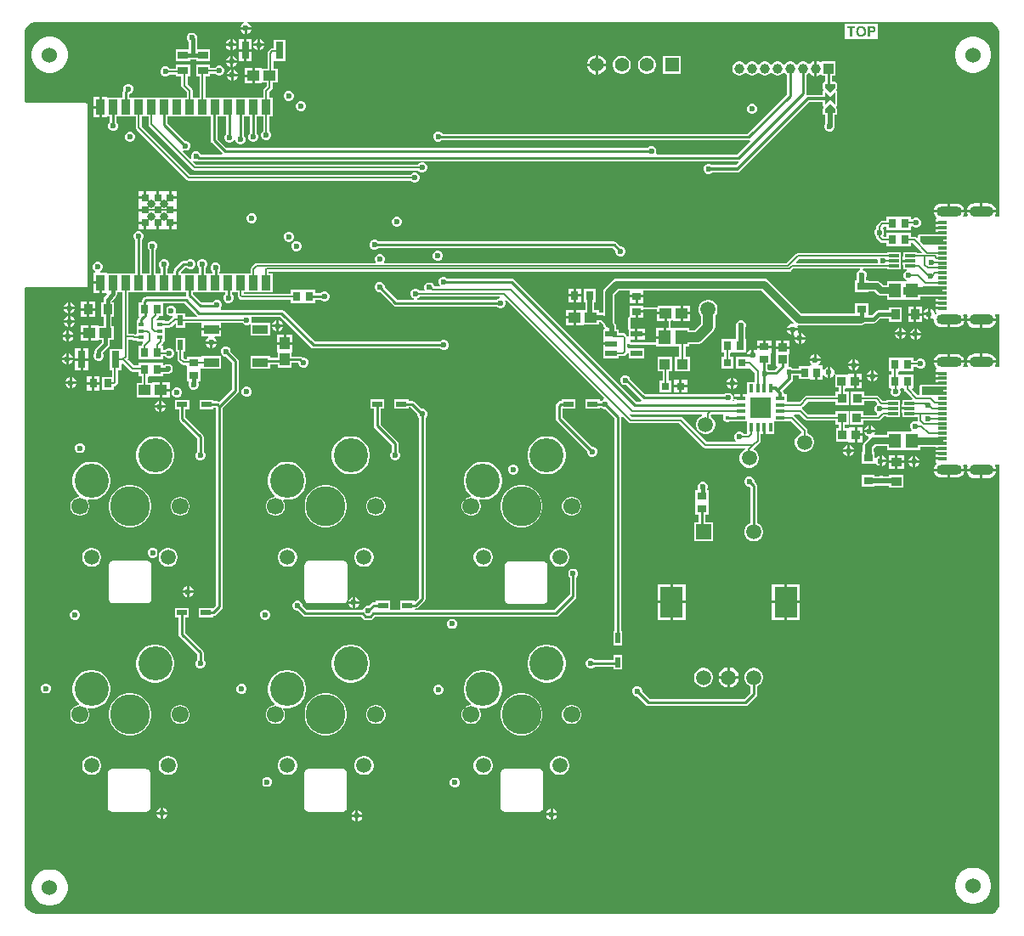
<source format=gtl>
G04*
G04 #@! TF.GenerationSoftware,Altium Limited,Altium Designer,25.4.2 (15)*
G04*
G04 Layer_Physical_Order=1*
G04 Layer_Color=255*
%FSLAX44Y44*%
%MOMM*%
G71*
G04*
G04 #@! TF.SameCoordinates,C2DD7520-A2B9-4FCF-9691-AC0A9630E6EF*
G04*
G04*
G04 #@! TF.FilePolarity,Positive*
G04*
G01*
G75*
%ADD10C,0.2500*%
%ADD11C,0.2000*%
%ADD15C,0.4000*%
%ADD16R,1.2084X1.0121*%
%ADD17R,1.5000X0.9000*%
%ADD18R,1.0000X0.5000*%
%ADD19R,0.8000X0.8000*%
%ADD20R,0.9000X1.5000*%
%ADD21R,1.0000X0.8000*%
%ADD22R,0.5000X1.0000*%
%ADD23R,0.8000X0.9500*%
%ADD24R,1.2549X1.4562*%
%ADD25R,1.0121X0.8621*%
%ADD26R,0.9000X0.8000*%
%ADD27R,0.8621X1.0121*%
%ADD28R,0.9000X0.3000*%
%ADD29R,0.8582X0.8563*%
%ADD30R,0.9000X0.7500*%
%ADD31R,0.9900X0.3000*%
%ADD32R,0.7500X0.9000*%
%ADD33R,0.3500X0.8500*%
%ADD34R,0.8500X0.3500*%
%ADD35R,2.1500X2.1500*%
%ADD36C,1.5000*%
%ADD37R,0.9565X0.9621*%
%ADD38R,0.8500X0.9500*%
%ADD39R,0.8000X0.8000*%
%ADD40R,1.1500X0.6000*%
%ADD41R,0.8000X0.9000*%
%ADD42R,1.0587X1.0121*%
%ADD43R,0.9000X0.8000*%
%ADD44R,0.8000X1.7000*%
%ADD45R,0.9500X0.8000*%
%ADD46R,1.0121X1.2084*%
%ADD47R,0.5000X0.4000*%
G04:AMPARAMS|DCode=75|XSize=1mm|YSize=2.55mm|CornerRadius=0.5mm|HoleSize=0mm|Usage=FLASHONLY|Rotation=90.000|XOffset=0mm|YOffset=0mm|HoleType=Round|Shape=RoundedRectangle|*
%AMROUNDEDRECTD75*
21,1,1.0000,1.5500,0,0,90.0*
21,1,0.0000,2.5500,0,0,90.0*
1,1,1.0000,0.7750,0.0000*
1,1,1.0000,0.7750,0.0000*
1,1,1.0000,-0.7750,0.0000*
1,1,1.0000,-0.7750,0.0000*
%
%ADD75ROUNDEDRECTD75*%
G04:AMPARAMS|DCode=76|XSize=1.1mm|YSize=2.4mm|CornerRadius=0.55mm|HoleSize=0mm|Usage=FLASHONLY|Rotation=90.000|XOffset=0mm|YOffset=0mm|HoleType=Round|Shape=RoundedRectangle|*
%AMROUNDEDRECTD76*
21,1,1.1000,1.3000,0,0,90.0*
21,1,0.0000,2.4000,0,0,90.0*
1,1,1.1000,0.6500,0.0000*
1,1,1.1000,0.6500,0.0000*
1,1,1.1000,-0.6500,0.0000*
1,1,1.1000,-0.6500,0.0000*
%
%ADD76ROUNDEDRECTD76*%
%AMCUSTOMSHAPE80*
4,1,6,-0.5080,0.6350,-0.5080,-0.6350,0.0000,-0.1270,0.5080,-0.6350,0.5080,0.6350,0.0000,0.1270,-0.5080,0.6350,0.0*%
%ADD80CUSTOMSHAPE80*%

%AMCUSTOMSHAPE81*
4,1,5,0.5080,-0.4445,-0.5080,-0.4445,-0.5080,-0.0635,0.0000,0.4445,0.5080,-0.0635,0.5080,-0.4445,0.0*%
%ADD81CUSTOMSHAPE81*%

%AMCUSTOMSHAPE82*
4,1,5,-0.5080,0.4445,0.5080,0.4445,0.5080,0.0635,0.0000,-0.4445,-0.5080,0.0635,-0.5080,0.4445,0.0*%
%ADD82CUSTOMSHAPE82*%

%ADD83C,0.5000*%
%ADD84C,0.2540*%
%ADD85C,0.7500*%
%ADD86C,0.1500*%
%ADD87C,0.5500*%
%ADD88C,0.6500*%
%ADD89C,0.3000*%
%ADD90C,1.0000*%
%ADD91C,3.4000*%
%ADD92C,1.7000*%
%ADD93C,3.9878*%
%ADD94C,1.5080*%
%ADD95C,1.4000*%
%ADD96R,1.4000X1.4000*%
%ADD97R,2.3000X3.1000*%
%ADD98R,1.5000X1.5000*%
%ADD99C,1.5240*%
%ADD100C,1.0000*%
%ADD101R,1.0000X1.0000*%
%ADD102C,0.6000*%
%ADD103C,0.8000*%
%ADD104C,0.4500*%
G36*
X938470Y862527D02*
X940927Y860886D01*
X943016Y858796D01*
X944658Y856340D01*
X945789Y853610D01*
X946365Y850712D01*
Y849235D01*
Y668789D01*
X942321D01*
X942154Y669128D01*
X941820Y670059D01*
X942583Y671901D01*
X942692Y672730D01*
X928250D01*
Y674000D01*
D01*
Y672730D01*
X913808D01*
X913917Y671901D01*
X914680Y670059D01*
X914346Y669128D01*
X914179Y668789D01*
X910641D01*
X910079Y669928D01*
X910286Y670198D01*
X911046Y672032D01*
X911138Y672730D01*
X895950D01*
X880762D01*
X880854Y672032D01*
X881614Y670198D01*
X882822Y668622D01*
X883881Y667810D01*
X883450Y666540D01*
X882710D01*
Y663770D01*
X889750D01*
Y661230D01*
X882710D01*
Y658770D01*
X889750D01*
Y656230D01*
X882710D01*
Y653770D01*
X889750D01*
Y651230D01*
X882710D01*
Y651038D01*
X867216Y651004D01*
X866827Y650926D01*
X866440Y650849D01*
X866438Y650847D01*
X866436Y650847D01*
X866109Y650628D01*
X865779Y650407D01*
X865777Y650405D01*
X865776Y650403D01*
X865557Y650075D01*
X865337Y649745D01*
X865336Y649743D01*
X865335Y649741D01*
X865258Y649350D01*
X865181Y648965D01*
Y647940D01*
X864008Y647454D01*
X863661Y647801D01*
X862669Y648464D01*
X861498Y648697D01*
X861498Y648697D01*
X858286D01*
Y652389D01*
X847056D01*
X846286Y652389D01*
X845016Y652389D01*
X833786D01*
Y648697D01*
X831079D01*
X830518Y649932D01*
X830669Y650084D01*
X831430Y651921D01*
Y653911D01*
X830669Y655748D01*
X829489Y656928D01*
Y657220D01*
X830929Y658660D01*
X833856D01*
Y654969D01*
X845086D01*
X845855Y654969D01*
X847125Y654969D01*
X858355D01*
Y658483D01*
X859625Y659009D01*
X860400Y658234D01*
X862238Y657473D01*
X864227D01*
X866065Y658234D01*
X867471Y659641D01*
X868233Y661479D01*
Y663468D01*
X867471Y665305D01*
X866065Y666712D01*
X864227Y667473D01*
X862238D01*
X860400Y666712D01*
X859625Y665937D01*
X858355Y666463D01*
Y668469D01*
X847125D01*
X846356Y668469D01*
X845086Y668469D01*
X833856D01*
Y664778D01*
X829662D01*
X829662Y664778D01*
X828492Y664545D01*
X827499Y663882D01*
X827499Y663882D01*
X824268Y660650D01*
X823604Y659657D01*
X823372Y658487D01*
X823372Y658487D01*
Y656928D01*
X822191Y655748D01*
X821430Y653911D01*
Y651921D01*
X822191Y650084D01*
X823428Y648848D01*
Y648487D01*
X823428Y648487D01*
X823661Y647316D01*
X824324Y646324D01*
X827172Y643476D01*
X827172Y643476D01*
X828164Y642813D01*
X829335Y642580D01*
X833786D01*
Y638889D01*
X845016D01*
X845786Y638889D01*
X847056Y638889D01*
X858286D01*
Y642580D01*
X860231D01*
X869482Y633328D01*
X868996Y632155D01*
X864110D01*
Y633010D01*
X850210D01*
Y628550D01*
X849670D01*
Y625780D01*
X857160D01*
Y623240D01*
X849670D01*
Y620470D01*
X850210D01*
Y616010D01*
X853736D01*
X853988Y614740D01*
X853033Y614344D01*
X851626Y612938D01*
X850865Y611100D01*
Y609111D01*
X851626Y607273D01*
X853033Y605867D01*
X853909Y605504D01*
X853656Y604234D01*
X834151D01*
Y600305D01*
X830711D01*
X828021Y602995D01*
X826284Y604156D01*
X824236Y604563D01*
X815530D01*
Y605210D01*
X813515D01*
Y608851D01*
X813824Y609597D01*
Y611586D01*
X813063Y613424D01*
X811657Y614831D01*
X810194Y615436D01*
X810447Y616706D01*
X827839D01*
X828040Y616666D01*
X832199D01*
X832400Y616706D01*
X834110D01*
Y616010D01*
X848010D01*
Y621010D01*
Y633010D01*
X834110D01*
Y632314D01*
X745575D01*
X744502Y632100D01*
X743592Y631493D01*
X734112Y622012D01*
X333432D01*
X332906Y623282D01*
X333119Y623495D01*
X333880Y625333D01*
Y627322D01*
X333119Y629160D01*
X331712Y630567D01*
X329875Y631328D01*
X327886D01*
X326048Y630567D01*
X324641Y629160D01*
X323880Y627322D01*
Y625333D01*
X324641Y623495D01*
X324855Y623282D01*
X324329Y622012D01*
X206003D01*
X204930Y621799D01*
X204020Y621191D01*
X200982Y618152D01*
X200374Y617242D01*
X200160Y616169D01*
Y612303D01*
X168567D01*
Y614002D01*
X169471Y614907D01*
X170233Y616745D01*
Y618734D01*
X169471Y620572D01*
X168065Y621978D01*
X166227Y622739D01*
X164238D01*
X162400Y621978D01*
X160994Y620572D01*
X160233Y618734D01*
Y616745D01*
X160994Y614907D01*
X161899Y614002D01*
Y612303D01*
X155478D01*
Y617735D01*
X156403Y618661D01*
X157164Y620498D01*
Y622487D01*
X156403Y624325D01*
X154997Y625732D01*
X153159Y626493D01*
X151170D01*
X149332Y625732D01*
X147925Y624325D01*
X147164Y622487D01*
Y620498D01*
X147925Y618661D01*
X148851Y617735D01*
Y612303D01*
X131211D01*
X130685Y613573D01*
X135023Y617912D01*
X136673D01*
X137569Y617016D01*
X139406Y616255D01*
X141396D01*
X143233Y617016D01*
X144640Y618423D01*
X145401Y620261D01*
Y622250D01*
X144640Y624087D01*
X143233Y625494D01*
X141396Y626255D01*
X139406D01*
X137569Y625494D01*
X136614Y624539D01*
X133651D01*
X132383Y624287D01*
X131308Y623568D01*
X124421Y616682D01*
X123703Y615607D01*
X123451Y614338D01*
Y612303D01*
X117378D01*
Y617310D01*
X118303Y618235D01*
X119064Y620073D01*
Y622062D01*
X118303Y623899D01*
X116896Y625306D01*
X115059Y626067D01*
X113070D01*
X111232Y625306D01*
X109825Y623899D01*
X109064Y622062D01*
Y620073D01*
X109825Y618235D01*
X110751Y617310D01*
Y612303D01*
X105792D01*
Y635630D01*
X106718Y636555D01*
X107479Y638393D01*
Y640382D01*
X106718Y642220D01*
X105311Y643626D01*
X103473Y644387D01*
X101484D01*
X99647Y643626D01*
X98240Y642220D01*
X97479Y640382D01*
Y638393D01*
X98240Y636555D01*
X99165Y635630D01*
Y612303D01*
X91779D01*
Y645390D01*
X92704Y646316D01*
X93465Y648153D01*
Y650143D01*
X92704Y651980D01*
X91298Y653387D01*
X89460Y654148D01*
X87471D01*
X85633Y653387D01*
X84227Y651980D01*
X83465Y650143D01*
Y648153D01*
X84227Y646316D01*
X85152Y645390D01*
Y612303D01*
X57604D01*
Y612843D01*
X50667D01*
X50415Y614113D01*
X50777Y614263D01*
X52183Y615670D01*
X52945Y617507D01*
Y619496D01*
X52183Y621334D01*
X50777Y622741D01*
X48939Y623502D01*
X46950D01*
X45112Y622741D01*
X43706Y621334D01*
X42945Y619496D01*
Y617507D01*
X43706Y615670D01*
X45112Y614263D01*
X45475Y614113D01*
X45222Y612843D01*
X43524D01*
Y604073D01*
X50564D01*
Y602803D01*
X51834D01*
Y592763D01*
X56722D01*
X57249Y591493D01*
X54777Y589021D01*
X53893Y587698D01*
X53582Y586137D01*
X53582Y586137D01*
Y583200D01*
X51350D01*
Y569078D01*
X53582D01*
Y559715D01*
X48389D01*
Y560255D01*
X41077D01*
Y552654D01*
Y545053D01*
X48389D01*
Y545593D01*
X51766D01*
Y543110D01*
X46101Y537445D01*
X45217Y536122D01*
X44906Y534561D01*
X44906Y534561D01*
Y532895D01*
X44746Y532734D01*
X43985Y530896D01*
Y528907D01*
X44746Y527070D01*
X46152Y525663D01*
X47990Y524902D01*
X49979D01*
X51817Y525663D01*
X53224Y527070D01*
X53985Y528907D01*
Y530896D01*
X53224Y532734D01*
X53075Y532883D01*
X58728Y538536D01*
X59612Y539859D01*
X59922Y541420D01*
X59922Y541420D01*
Y545593D01*
X63886D01*
Y559715D01*
X61739D01*
Y569078D01*
X63971D01*
Y583200D01*
X61791D01*
X61761Y584470D01*
X65923Y588633D01*
X65924Y588633D01*
X66808Y589956D01*
X67118Y591516D01*
Y593303D01*
X72404D01*
Y549073D01*
Y537686D01*
X71902Y536623D01*
X59902D01*
Y515623D01*
X62181D01*
Y509021D01*
X52274D01*
Y496021D01*
X64274D01*
Y499503D01*
X65239Y499695D01*
X66231Y500358D01*
X67403Y501529D01*
X67403Y501529D01*
X68066Y502522D01*
X68299Y503692D01*
X68298Y503692D01*
Y515623D01*
X71902D01*
Y521778D01*
X73172Y522305D01*
X80457Y515020D01*
X80457Y515020D01*
X81450Y514356D01*
X82620Y514124D01*
X82620Y514124D01*
X88564D01*
Y509804D01*
X91506D01*
Y502902D01*
X86821D01*
Y488780D01*
X102319D01*
Y488240D01*
X109630D01*
Y495841D01*
Y503442D01*
X102319D01*
Y502902D01*
X97623D01*
Y508906D01*
X98521Y509804D01*
X100564Y509804D01*
X101834Y509804D01*
X113064D01*
Y512476D01*
X115076D01*
X116821Y511753D01*
X118811D01*
X120648Y512514D01*
X122055Y513921D01*
X122816Y515758D01*
Y517747D01*
X122055Y519585D01*
X120648Y520992D01*
X118811Y521753D01*
X116821D01*
X114984Y520992D01*
X114625Y520633D01*
X113064D01*
Y523304D01*
X101834D01*
X101064Y523304D01*
X99794Y523304D01*
X88564D01*
Y520241D01*
X83887D01*
X78378Y525750D01*
X77625Y526735D01*
X78288Y527727D01*
X78521Y528898D01*
X78521Y528898D01*
Y546015D01*
X82064D01*
X82131Y545948D01*
X83123Y545285D01*
X84293Y545052D01*
X84294Y545052D01*
X86572D01*
Y544111D01*
X92587D01*
X93074Y542938D01*
X92472Y542336D01*
X91809Y541344D01*
X91576Y540173D01*
X90360Y539880D01*
X88518D01*
Y526381D01*
X100518D01*
Y526380D01*
X101018D01*
Y526381D01*
X113018D01*
Y529568D01*
X114989D01*
X116169Y528388D01*
X118007Y527626D01*
X119996D01*
X121834Y528388D01*
X123240Y529794D01*
X124002Y531632D01*
Y533621D01*
X123240Y535459D01*
X121834Y536865D01*
X119996Y537626D01*
X118007D01*
X116169Y536865D01*
X114989Y535685D01*
X113018D01*
Y539880D01*
X112083D01*
X111596Y541054D01*
X112662Y542120D01*
X113325Y543112D01*
X113524Y544111D01*
X114572D01*
Y550611D01*
Y558052D01*
X119116D01*
X119116Y558052D01*
X120287Y558285D01*
X121279Y558948D01*
X124569Y562238D01*
X125839Y561712D01*
Y558029D01*
X134839D01*
Y562490D01*
X150926D01*
Y557643D01*
X160966D01*
X171006D01*
Y562490D01*
X192414D01*
X193594Y561310D01*
X195431Y560549D01*
X197420D01*
X199258Y561310D01*
X199292Y561344D01*
X200466Y560858D01*
Y549873D01*
X219466D01*
Y562873D01*
X201872D01*
X201167Y563929D01*
X201426Y564554D01*
Y566543D01*
X200855Y567922D01*
X201513Y569192D01*
X229578D01*
X260577Y538194D01*
X261652Y537476D01*
X262920Y537223D01*
X388985D01*
X389911Y536298D01*
X391748Y535537D01*
X393737D01*
X395575Y536298D01*
X396982Y537705D01*
X397743Y539542D01*
Y541531D01*
X396982Y543369D01*
X395575Y544776D01*
X393737Y545537D01*
X391748D01*
X389911Y544776D01*
X388985Y543851D01*
X264292D01*
X233294Y574849D01*
X232219Y575567D01*
X230951Y575819D01*
X171007D01*
X170481Y577089D01*
X171066Y577674D01*
X171827Y579512D01*
Y581501D01*
X171066Y583339D01*
X169659Y584745D01*
X167822Y585506D01*
X165832D01*
X163995Y584745D01*
X162588Y583339D01*
X162453Y583011D01*
X151315D01*
X142778Y591548D01*
Y593303D01*
X174790D01*
Y591464D01*
X173885Y590559D01*
X173124Y588722D01*
Y586732D01*
X173885Y584895D01*
X175292Y583488D01*
X177129Y582727D01*
X179118D01*
X180956Y583488D01*
X182363Y584895D01*
X183124Y586732D01*
Y588722D01*
X182363Y590559D01*
X181458Y591464D01*
Y593303D01*
X187206D01*
Y589962D01*
X187205Y589962D01*
X187438Y588791D01*
X188101Y587799D01*
X189273Y586627D01*
X189273Y586627D01*
X190265Y585964D01*
X191436Y585731D01*
X191436Y585731D01*
X240046D01*
Y582040D01*
X251276D01*
X252045Y582040D01*
X253316Y582040D01*
X264545D01*
Y585476D01*
X270528D01*
X271190Y584814D01*
X273028Y584053D01*
X275017D01*
X276855Y584814D01*
X278261Y586221D01*
X279022Y588059D01*
Y590048D01*
X278261Y591886D01*
X276855Y593292D01*
X275017Y594053D01*
X273028D01*
X271190Y593292D01*
X270002Y592104D01*
X264545D01*
Y595540D01*
X253316D01*
X252546Y595540D01*
X251276Y595540D01*
X240046D01*
Y591849D01*
X193323D01*
Y593303D01*
X222164D01*
Y612303D01*
X218468D01*
Y613888D01*
X736655D01*
X737728Y614102D01*
X738637Y614710D01*
X740634Y616706D01*
X807202D01*
X807454Y615436D01*
X805992Y614831D01*
X804585Y613424D01*
X803824Y611586D01*
Y609597D01*
X804339Y608355D01*
Y605210D01*
X802530D01*
Y593210D01*
X815530D01*
Y593857D01*
X822019D01*
X824709Y591167D01*
X826445Y590007D01*
X828494Y589600D01*
X834151D01*
Y585672D01*
X867213D01*
Y589020D01*
X882710D01*
Y588770D01*
X889750D01*
Y586230D01*
X882710D01*
Y583770D01*
X889750D01*
Y581230D01*
X882710D01*
Y578770D01*
X889750D01*
Y576230D01*
X882710D01*
Y573460D01*
X883450D01*
X883881Y572190D01*
X882822Y571378D01*
X882758Y571294D01*
X881488Y571725D01*
Y572570D01*
X880645Y574607D01*
X879086Y576165D01*
X877218Y576939D01*
Y571469D01*
Y565998D01*
X879086Y566772D01*
X879466Y567151D01*
X880668Y566558D01*
X880595Y566000D01*
X880854Y564032D01*
X881614Y562197D01*
X882822Y560622D01*
X884398Y559414D01*
X886232Y558654D01*
X888200Y558395D01*
X894680D01*
Y566000D01*
X895950D01*
Y567270D01*
X911138D01*
X911046Y567968D01*
X910286Y569803D01*
X910079Y570072D01*
X910641Y571211D01*
X914179D01*
X914346Y570872D01*
X914680Y569941D01*
X913917Y568099D01*
X913808Y567270D01*
X928250D01*
X942692D01*
X942583Y568099D01*
X941820Y569941D01*
X942154Y570872D01*
X942321Y571211D01*
X946365D01*
Y518789D01*
X942321D01*
X942154Y519128D01*
X941820Y520059D01*
X942583Y521901D01*
X942692Y522730D01*
X928250D01*
Y524000D01*
D01*
Y522730D01*
X913808D01*
X913917Y521901D01*
X914680Y520059D01*
X914346Y519128D01*
X914179Y518789D01*
X910641D01*
X910079Y519928D01*
X910286Y520197D01*
X911046Y522032D01*
X911138Y522730D01*
X895950D01*
X880762D01*
X880854Y522032D01*
X881614Y520197D01*
X882822Y518622D01*
X883881Y517810D01*
X883450Y516540D01*
X882710D01*
Y513770D01*
X889750D01*
Y511230D01*
X882710D01*
Y508770D01*
X889750D01*
Y506230D01*
X882710D01*
Y503770D01*
X889750D01*
Y501230D01*
X882710D01*
Y501147D01*
X868838Y501116D01*
X868449Y501038D01*
X868062Y500961D01*
X868060Y500960D01*
X868058Y500960D01*
X867731Y500740D01*
X867401Y500519D01*
X867399Y500517D01*
X867398Y500516D01*
X867179Y500188D01*
X866959Y499858D01*
X866958Y499855D01*
X866957Y499854D01*
X866880Y499462D01*
X866804Y499077D01*
Y491250D01*
X866568Y490962D01*
X864633D01*
X859296Y496299D01*
X859782Y497472D01*
X860572D01*
Y510972D01*
X849342D01*
X848572Y510972D01*
X847302Y510972D01*
X845131D01*
Y513716D01*
X846029Y514614D01*
X848221Y514614D01*
X849491Y514614D01*
X860721D01*
Y518887D01*
X863662D01*
X864842Y517707D01*
X866680Y516946D01*
X868669D01*
X870507Y517707D01*
X871914Y519114D01*
X872675Y520952D01*
Y522941D01*
X871914Y524779D01*
X870507Y526185D01*
X868669Y526946D01*
X866680D01*
X864842Y526185D01*
X863662Y525005D01*
X860721D01*
Y528115D01*
X849491D01*
X848721Y528115D01*
X847451Y528115D01*
X836221D01*
Y514614D01*
X839013D01*
Y510972D01*
X836072D01*
Y497472D01*
X837467D01*
X838288Y496202D01*
X837832Y495102D01*
Y493113D01*
X838593Y491275D01*
X840000Y489869D01*
X841837Y489107D01*
X843826D01*
X845664Y489869D01*
X847071Y491275D01*
X847832Y493113D01*
Y495102D01*
X847376Y496202D01*
X848072Y497472D01*
X849342Y497472D01*
X850620D01*
X851513Y496698D01*
X851746Y495527D01*
X852409Y494535D01*
X859711Y487233D01*
X859225Y486060D01*
X849725D01*
Y481600D01*
X849185D01*
Y478830D01*
X856675D01*
Y476290D01*
X849185D01*
Y473520D01*
X849725D01*
Y469060D01*
X863625D01*
Y469060D01*
X864890Y469048D01*
Y465940D01*
X864957Y465603D01*
X863844Y464690D01*
X863087Y465003D01*
X861098D01*
X859261Y464242D01*
X857854Y462835D01*
X857093Y460998D01*
Y459008D01*
X857854Y457171D01*
X858925Y456100D01*
X858450Y454830D01*
X834151D01*
Y450902D01*
X829125D01*
X828934Y450981D01*
X826944D01*
X826753Y450902D01*
X822607D01*
X821958Y452172D01*
X822549Y453597D01*
X811608D01*
X812382Y451729D01*
X813940Y450170D01*
X815486Y449530D01*
X815906Y448153D01*
X811615Y443862D01*
X810454Y442126D01*
X810047Y440077D01*
Y434303D01*
X808900D01*
Y422303D01*
X821681D01*
X821900Y422303D01*
X823113Y422166D01*
X823249Y421837D01*
X824808Y420279D01*
X826676Y419505D01*
Y424975D01*
Y430446D01*
X824808Y429672D01*
X823249Y428113D01*
X823170Y427922D01*
X821900Y428175D01*
Y434303D01*
X820753D01*
Y437860D01*
X823089Y440196D01*
X834151D01*
Y436268D01*
X867213D01*
Y439002D01*
X882710D01*
Y438770D01*
X889750D01*
Y436230D01*
X882710D01*
Y433770D01*
X889750D01*
Y431230D01*
X882710D01*
Y428770D01*
X889750D01*
Y426230D01*
X882710D01*
Y423460D01*
X883450D01*
X883881Y422190D01*
X882822Y421378D01*
X881614Y419803D01*
X880854Y417968D01*
X880762Y417270D01*
X895950D01*
X911138D01*
X911046Y417968D01*
X910286Y419803D01*
X910079Y420072D01*
X910641Y421211D01*
X914179D01*
X914346Y420872D01*
X914680Y419941D01*
X913917Y418099D01*
X913808Y417270D01*
X928250D01*
X942692D01*
X942583Y418099D01*
X941820Y419941D01*
X942154Y420872D01*
X942321Y421211D01*
X946365D01*
Y408275D01*
X946365Y-12329D01*
Y-15455D01*
X945789Y-18353D01*
X944658Y-21083D01*
X943016Y-23540D01*
X940927Y-25629D01*
X940560Y-25874D01*
X939057Y-26173D01*
X-12181D01*
X-13458Y-26173D01*
X-15962Y-25675D01*
X-18321Y-24698D01*
X-20443Y-23280D01*
X-22249Y-21474D01*
X-23667Y-19352D01*
X-24644Y-16993D01*
X-25142Y-14489D01*
Y-13212D01*
X-25169Y597135D01*
X-24843Y597577D01*
X-23900Y598264D01*
X35664D01*
X36445Y598419D01*
X37106Y598861D01*
X37548Y599523D01*
X37703Y600303D01*
Y780303D01*
X37548Y781083D01*
X37106Y781745D01*
X36445Y782187D01*
X35664Y782342D01*
X-24336D01*
X-25178Y783470D01*
X-25181Y850000D01*
Y851277D01*
X-24683Y853781D01*
X-23706Y856139D01*
X-22287Y858262D01*
X-20482Y860068D01*
X-18359Y861486D01*
X-16000Y862463D01*
X-13496Y862961D01*
X193447D01*
X193700Y861691D01*
X192174Y861059D01*
X190616Y859501D01*
X189842Y857632D01*
X200783D01*
X200009Y859501D01*
X198451Y861059D01*
X196925Y861691D01*
X197178Y862961D01*
X937424D01*
X938470Y862527D01*
D02*
G37*
G36*
X883250Y649000D02*
Y649000D01*
X889924D01*
Y641141D01*
X870321D01*
X867221Y644242D01*
Y648965D01*
X883250Y649000D01*
X883250Y649000D01*
D02*
G37*
G36*
X825189Y625650D02*
X825120Y625485D01*
Y623495D01*
X825172Y623370D01*
X824466Y622314D01*
X744003D01*
X743517Y623487D01*
X746736Y626706D01*
X824483D01*
X825189Y625650D01*
D02*
G37*
G36*
X889701Y598034D02*
Y591059D01*
X850682D01*
Y598846D01*
X888802Y598931D01*
X889701Y598034D01*
D02*
G37*
G36*
X136151Y590176D02*
X136180Y590030D01*
X135988Y589655D01*
X135128Y588857D01*
X135119Y588854D01*
X96183D01*
X94915Y588602D01*
X93840Y587884D01*
X92507Y586550D01*
X91788Y585475D01*
X91536Y584207D01*
Y583571D01*
X88850D01*
Y570071D01*
X88850D01*
X89334Y568902D01*
X88729Y568297D01*
X88011Y567222D01*
X87759Y565954D01*
Y565111D01*
X86572D01*
Y557111D01*
Y551793D01*
X86311Y551658D01*
X85302Y551364D01*
X84501Y551899D01*
X83331Y552132D01*
X83331Y552132D01*
X78521D01*
Y593303D01*
X136151D01*
Y590176D01*
D02*
G37*
G36*
X146273Y570163D02*
X146700Y569878D01*
X146315Y568608D01*
X134839D01*
Y572029D01*
X126658D01*
X125803Y573285D01*
X126115Y574037D01*
Y576026D01*
X125354Y577864D01*
X123947Y579270D01*
X122110Y580032D01*
X120120D01*
X118283Y579270D01*
X116876Y577864D01*
X116115Y576026D01*
Y574037D01*
X116876Y572199D01*
X118283Y570793D01*
X120120Y570032D01*
X122110D01*
X122650Y568881D01*
X122380Y568700D01*
X122380Y568700D01*
X117849Y564170D01*
X114572D01*
Y565111D01*
X106813D01*
X106287Y566381D01*
X107986Y568079D01*
X108649Y569072D01*
X108848Y570071D01*
X113350D01*
Y582227D01*
X134209D01*
X146273Y570163D01*
D02*
G37*
G36*
X883250Y499000D02*
Y499000D01*
X889924D01*
Y491250D01*
X868843D01*
Y499077D01*
X883141Y499109D01*
X883250Y499000D01*
D02*
G37*
G36*
X889924Y448017D02*
Y441042D01*
X858938D01*
Y448847D01*
X889025Y448914D01*
X889924Y448017D01*
D02*
G37*
%LPC*%
G36*
X200783Y855092D02*
X196583D01*
Y850892D01*
X198451Y851666D01*
X200009Y853224D01*
X200783Y855092D01*
D02*
G37*
G36*
X194043D02*
X189842D01*
X190616Y853224D01*
X192174Y851666D01*
X194043Y850892D01*
Y855092D01*
D02*
G37*
G36*
X824940Y860630D02*
X792478D01*
Y845997D01*
X824940D01*
Y860630D01*
D02*
G37*
G36*
X182095Y845752D02*
Y841552D01*
X186296D01*
X185522Y843420D01*
X183964Y844978D01*
X182095Y845752D01*
D02*
G37*
G36*
X179555D02*
X177687Y844978D01*
X176129Y843420D01*
X175355Y841552D01*
X179555D01*
Y845752D01*
D02*
G37*
G36*
X209746Y845363D02*
Y841162D01*
X213946D01*
X213172Y843030D01*
X211614Y844589D01*
X209746Y845363D01*
D02*
G37*
G36*
X207206D02*
X205338Y844589D01*
X203779Y843030D01*
X203006Y841162D01*
X207206D01*
Y845363D01*
D02*
G37*
G36*
X201430Y845409D02*
X196160D01*
Y835639D01*
X201430D01*
Y845409D01*
D02*
G37*
G36*
X193620D02*
X188350D01*
Y835639D01*
X193620D01*
Y845409D01*
D02*
G37*
G36*
X186296Y839012D02*
X182095D01*
Y834811D01*
X183964Y835585D01*
X185522Y837144D01*
X186296Y839012D01*
D02*
G37*
G36*
X179555D02*
X175355D01*
X176129Y837144D01*
X177687Y835585D01*
X179555Y834811D01*
Y839012D01*
D02*
G37*
G36*
X213946Y838622D02*
X209746D01*
Y834422D01*
X211614Y835196D01*
X213172Y836754D01*
X213946Y838622D01*
D02*
G37*
G36*
X207206D02*
X203006D01*
X203779Y836754D01*
X205338Y835196D01*
X207206Y834422D01*
Y838622D01*
D02*
G37*
G36*
X182641Y828928D02*
Y824728D01*
X186841D01*
X186067Y826596D01*
X184509Y828154D01*
X182641Y828928D01*
D02*
G37*
G36*
X180101D02*
X178232Y828154D01*
X176674Y826596D01*
X175900Y824728D01*
X180101D01*
Y828928D01*
D02*
G37*
G36*
X142727Y851953D02*
X140737D01*
X138900Y851192D01*
X137493Y849785D01*
X136732Y847947D01*
Y845958D01*
X137493Y844121D01*
X138828Y842785D01*
Y835599D01*
X125829D01*
Y823598D01*
X139829D01*
Y825458D01*
X145985D01*
Y823475D01*
X159985D01*
Y835475D01*
X146985D01*
Y845778D01*
X146985Y845778D01*
X146732Y847051D01*
Y847947D01*
X145971Y849785D01*
X144564Y851192D01*
X142727Y851953D01*
D02*
G37*
G36*
X201430Y833099D02*
X196160D01*
Y823329D01*
X201430D01*
Y833099D01*
D02*
G37*
G36*
X193620D02*
X188350D01*
Y823329D01*
X193620D01*
Y833099D01*
D02*
G37*
G36*
X546270Y829536D02*
Y821270D01*
X554536D01*
X553890Y823682D01*
X552634Y825858D01*
X550858Y827634D01*
X548682Y828890D01*
X546270Y829536D01*
D02*
G37*
G36*
X543730D02*
X541318Y828890D01*
X539142Y827634D01*
X537366Y825858D01*
X536110Y823682D01*
X535464Y821270D01*
X543730D01*
Y829536D01*
D02*
G37*
G36*
X186841Y822188D02*
X182641D01*
Y817987D01*
X184509Y818761D01*
X186067Y820320D01*
X186841Y822188D01*
D02*
G37*
G36*
X180101D02*
X175900D01*
X176674Y820320D01*
X178232Y818761D01*
X180101Y817987D01*
Y822188D01*
D02*
G37*
G36*
X234890Y844869D02*
X222890D01*
Y836500D01*
X221866D01*
X220695Y836267D01*
X219703Y835604D01*
X219703Y835604D01*
X217927Y833829D01*
X217264Y832836D01*
X217031Y831666D01*
X217031Y831666D01*
Y816235D01*
X211698D01*
Y816775D01*
X204386D01*
Y809174D01*
Y801573D01*
X211698D01*
Y802113D01*
X216189D01*
Y799077D01*
X213501Y796389D01*
X212838Y795397D01*
X212605Y794227D01*
X212605Y794226D01*
Y787303D01*
X155223D01*
Y808475D01*
X159985D01*
Y811104D01*
X165016D01*
X166196Y809924D01*
X168034Y809162D01*
X170023D01*
X171860Y809924D01*
X173267Y811330D01*
X174028Y813168D01*
Y815157D01*
X173267Y816995D01*
X171860Y818401D01*
X170023Y819162D01*
X168034D01*
X166196Y818401D01*
X165016Y817221D01*
X159985D01*
Y820475D01*
X145985D01*
Y808475D01*
X149106D01*
Y787303D01*
X142523D01*
Y794195D01*
X142290Y795365D01*
X141627Y796358D01*
X141627Y796358D01*
X137372Y800613D01*
Y808598D01*
X139829D01*
Y820599D01*
X125829D01*
Y816315D01*
X119225D01*
X118045Y817495D01*
X116208Y818256D01*
X114219D01*
X112381Y817495D01*
X110974Y816089D01*
X110213Y814251D01*
Y812262D01*
X110974Y810424D01*
X112381Y809017D01*
X114219Y808256D01*
X116208D01*
X118045Y809017D01*
X119225Y810198D01*
X125829D01*
Y808598D01*
X131254D01*
Y799346D01*
X131254Y799346D01*
X131487Y798176D01*
X132150Y797183D01*
X136405Y792928D01*
Y787303D01*
X79278D01*
Y791057D01*
X81061Y791796D01*
X82467Y793202D01*
X83229Y795040D01*
Y797029D01*
X82467Y798867D01*
X81061Y800273D01*
X79223Y801034D01*
X77234D01*
X75396Y800273D01*
X73990Y798867D01*
X73229Y797029D01*
Y795040D01*
X73347Y794755D01*
X72903Y794091D01*
X72651Y792823D01*
Y787303D01*
X57604D01*
Y787843D01*
X51834D01*
Y777803D01*
Y767763D01*
X57604D01*
Y768303D01*
X59951D01*
Y762662D01*
X59056Y761767D01*
X58295Y759929D01*
Y757940D01*
X59056Y756102D01*
X60462Y754696D01*
X62300Y753935D01*
X64289D01*
X66127Y754696D01*
X67533Y756102D01*
X68295Y757940D01*
Y759929D01*
X67533Y761767D01*
X66578Y762722D01*
Y768303D01*
X85605D01*
Y757536D01*
X85605Y757536D01*
X85838Y756366D01*
X86501Y755373D01*
X136501Y705374D01*
X137493Y704711D01*
X138663Y704478D01*
X138664Y704478D01*
X359721D01*
X360901Y703298D01*
X362738Y702537D01*
X364728D01*
X366565Y703298D01*
X367972Y704705D01*
X368733Y706543D01*
Y708532D01*
X367972Y710369D01*
X366565Y711776D01*
X364728Y712537D01*
X362738D01*
X360901Y711776D01*
X359721Y710596D01*
X139930D01*
X91723Y758803D01*
Y768303D01*
X98306D01*
Y760629D01*
X98305Y760629D01*
X98538Y759458D01*
X99201Y758466D01*
X142124Y715543D01*
X143116Y714880D01*
X144287Y714647D01*
X144287Y714647D01*
X367120D01*
X368300Y713467D01*
X370138Y712706D01*
X372127D01*
X373965Y713467D01*
X375372Y714874D01*
X376133Y716712D01*
Y718701D01*
X375372Y720538D01*
X373965Y721945D01*
X372127Y722706D01*
X370138D01*
X368300Y721945D01*
X367120Y720765D01*
X145554D01*
X142982Y723336D01*
X143702Y724413D01*
X144793Y723961D01*
X146782D01*
X147369Y724204D01*
X148378Y724004D01*
X686065D01*
X686616Y722759D01*
X683846Y719988D01*
X660012D01*
X659342Y720658D01*
X657504Y721420D01*
X655515D01*
X653677Y720658D01*
X652271Y719252D01*
X651509Y717414D01*
Y715425D01*
X652271Y713587D01*
X653677Y712181D01*
X655515Y711420D01*
X657504D01*
X659342Y712181D01*
X660012Y712851D01*
X685324D01*
X686689Y713123D01*
X687847Y713896D01*
X756965Y783015D01*
X770196D01*
Y780233D01*
X770351Y779453D01*
X770793Y778791D01*
X770839Y777275D01*
X770793Y777230D01*
X770351Y776568D01*
X770196Y775788D01*
Y771978D01*
X770351Y771198D01*
X770793Y770536D01*
X771455Y770094D01*
X772235Y769939D01*
X772727D01*
Y760833D01*
X772206Y759574D01*
Y757585D01*
X772967Y755747D01*
X774373Y754341D01*
X776211Y753579D01*
X778200D01*
X780038Y754341D01*
X781444Y755747D01*
X782205Y757585D01*
Y759574D01*
X781903Y760303D01*
Y769939D01*
X782395D01*
X783176Y770094D01*
X783837Y770536D01*
X784279Y771198D01*
X784434Y771978D01*
Y775788D01*
X784434Y775788D01*
X784279Y776568D01*
X783837Y777230D01*
X783837Y777230D01*
X783792Y777275D01*
X783837Y778791D01*
X784279Y779453D01*
X784434Y780233D01*
X784434Y780233D01*
Y792933D01*
X784279Y793713D01*
X783837Y794375D01*
X783792Y795891D01*
X783837Y795936D01*
X784279Y796598D01*
X784434Y797378D01*
Y801188D01*
X784279Y801968D01*
X783837Y802630D01*
X783176Y803072D01*
X782395Y803227D01*
X779194D01*
Y809280D01*
X782880D01*
Y823280D01*
X768880D01*
Y822846D01*
X767610Y822429D01*
X766090Y823306D01*
X764450Y823746D01*
Y816280D01*
Y808814D01*
X766090Y809254D01*
X767610Y810131D01*
X768880Y809714D01*
Y809280D01*
X772566D01*
Y803227D01*
X772235D01*
X771455Y803072D01*
X770793Y802630D01*
X770351Y801968D01*
X770196Y801188D01*
Y797378D01*
X770196Y797378D01*
X770351Y796598D01*
X770793Y795936D01*
X770793Y795936D01*
X770839Y795891D01*
X770793Y794375D01*
X770351Y793713D01*
X770196Y792933D01*
X770196Y792933D01*
Y790152D01*
X755487D01*
X754846Y790024D01*
X753755Y791046D01*
X753794Y791242D01*
Y810110D01*
X754778Y810679D01*
X755706Y811606D01*
X756952Y811644D01*
X757280Y811517D01*
X758550Y810247D01*
X760270Y809254D01*
X761910Y808814D01*
Y816280D01*
Y823746D01*
X760270Y823306D01*
X758550Y822314D01*
X757280Y821043D01*
X756952Y820916D01*
X755706Y820954D01*
X754778Y821881D01*
X753182Y822803D01*
X751402Y823280D01*
X749558D01*
X747778Y822803D01*
X746182Y821881D01*
X744879Y820578D01*
X744765Y820381D01*
X743495D01*
X743381Y820578D01*
X742078Y821881D01*
X740482Y822803D01*
X738702Y823280D01*
X736858D01*
X735078Y822803D01*
X733482Y821881D01*
X732179Y820578D01*
X732065Y820381D01*
X730795D01*
X730681Y820578D01*
X729378Y821881D01*
X727782Y822803D01*
X726002Y823280D01*
X724158D01*
X722378Y822803D01*
X720782Y821881D01*
X719479Y820578D01*
X719365Y820381D01*
X718095D01*
X717981Y820578D01*
X716678Y821881D01*
X715082Y822803D01*
X713301Y823280D01*
X711458D01*
X709678Y822803D01*
X708082Y821881D01*
X706779Y820578D01*
X706665Y820381D01*
X705395D01*
X705281Y820578D01*
X703978Y821881D01*
X702382Y822803D01*
X700602Y823280D01*
X698758D01*
X696978Y822803D01*
X695382Y821881D01*
X694079Y820578D01*
X693965Y820381D01*
X692695D01*
X692581Y820578D01*
X691278Y821881D01*
X689682Y822803D01*
X687902Y823280D01*
X686059D01*
X684278Y822803D01*
X682682Y821881D01*
X681379Y820578D01*
X680457Y818982D01*
X679980Y817202D01*
Y815358D01*
X680457Y813578D01*
X681379Y811982D01*
X682682Y810679D01*
X684278Y809757D01*
X686059Y809280D01*
X687902D01*
X689682Y809757D01*
X691278Y810679D01*
X692581Y811982D01*
X692695Y812179D01*
X693965D01*
X694079Y811982D01*
X695382Y810679D01*
X696978Y809757D01*
X698758Y809280D01*
X700602D01*
X702382Y809757D01*
X703978Y810679D01*
X705281Y811982D01*
X705395Y812179D01*
X706665D01*
X706779Y811982D01*
X708082Y810679D01*
X709678Y809757D01*
X711458Y809280D01*
X713301D01*
X715082Y809757D01*
X716678Y810679D01*
X717981Y811982D01*
X718095Y812179D01*
X719365D01*
X719479Y811982D01*
X720782Y810679D01*
X722378Y809757D01*
X724158Y809280D01*
X726002D01*
X727782Y809757D01*
X729378Y810679D01*
X730681Y811982D01*
X730795Y812179D01*
X732065D01*
X732179Y811982D01*
X733482Y810679D01*
X734466Y810110D01*
Y790709D01*
X694980Y751223D01*
X391367D01*
X391336Y751296D01*
X389930Y752702D01*
X388092Y753463D01*
X386103D01*
X384265Y752702D01*
X382859Y751296D01*
X382098Y749458D01*
Y747469D01*
X382859Y745631D01*
X384265Y744225D01*
X386103Y743463D01*
X388092D01*
X389930Y744225D01*
X390301Y744595D01*
X696353D01*
X697621Y744848D01*
X698377Y743826D01*
X685182Y730631D01*
X604956D01*
X604108Y731901D01*
X604503Y732856D01*
Y734845D01*
X603742Y736683D01*
X602336Y738090D01*
X600498Y738851D01*
X598509D01*
X596671Y738090D01*
X595809Y737227D01*
X176055D01*
X167166Y746117D01*
Y768303D01*
X175807D01*
Y751169D01*
X174902Y750264D01*
X174141Y748427D01*
Y746437D01*
X174902Y744600D01*
X176308Y743193D01*
X178146Y742432D01*
X180135D01*
X181973Y743193D01*
X183379Y744600D01*
X183873Y745792D01*
X185143Y745539D01*
Y744488D01*
X185905Y742651D01*
X187311Y741244D01*
X189149Y740483D01*
X191138D01*
X192976Y741244D01*
X194382Y742651D01*
X195143Y744488D01*
Y746477D01*
X194382Y748315D01*
X193598Y749099D01*
Y768303D01*
X199651D01*
Y752096D01*
X198527Y750973D01*
X197766Y749135D01*
Y747146D01*
X198527Y745308D01*
X199934Y743901D01*
X201772Y743140D01*
X203761D01*
X205598Y743901D01*
X207005Y745308D01*
X207766Y747146D01*
Y749135D01*
X207005Y750973D01*
X206278Y751700D01*
Y768303D01*
X212605D01*
Y753897D01*
X211425Y752717D01*
X210664Y750879D01*
Y748890D01*
X211425Y747052D01*
X212832Y745646D01*
X214670Y744885D01*
X216659D01*
X218496Y745646D01*
X219903Y747052D01*
X220664Y748890D01*
Y750879D01*
X219903Y752717D01*
X218723Y753897D01*
Y768303D01*
X222164D01*
Y787303D01*
X218723D01*
Y792960D01*
X221411Y795647D01*
X221411Y795647D01*
X222074Y796640D01*
X222307Y797810D01*
X222307Y797810D01*
Y802113D01*
X227196D01*
Y816235D01*
X223149D01*
Y823869D01*
X234890D01*
Y844869D01*
D02*
G37*
G36*
X921773Y848000D02*
X918227D01*
X914750Y847308D01*
X911474Y845951D01*
X908526Y843981D01*
X906019Y841474D01*
X904049Y838526D01*
X902692Y835250D01*
X902000Y831773D01*
Y828227D01*
X902692Y824750D01*
X904049Y821474D01*
X906019Y818526D01*
X908526Y816019D01*
X911474Y814049D01*
X914750Y812692D01*
X918227Y812000D01*
X921773D01*
X925250Y812692D01*
X928526Y814049D01*
X931474Y816019D01*
X933981Y818526D01*
X935951Y821474D01*
X937308Y824750D01*
X938000Y828227D01*
Y831773D01*
X937308Y835250D01*
X935951Y838526D01*
X933981Y841474D01*
X931474Y843981D01*
X928526Y845951D01*
X925250Y847308D01*
X921773Y848000D01*
D02*
G37*
G36*
X1773D02*
X-1773D01*
X-5250Y847308D01*
X-8526Y845951D01*
X-11474Y843981D01*
X-13981Y841474D01*
X-15951Y838526D01*
X-17308Y835250D01*
X-18000Y831773D01*
Y828227D01*
X-17308Y824750D01*
X-15951Y821474D01*
X-13981Y818526D01*
X-11474Y816019D01*
X-8526Y814049D01*
X-5250Y812692D01*
X-1773Y812000D01*
X1773D01*
X5250Y812692D01*
X8526Y814049D01*
X11474Y816019D01*
X13981Y818526D01*
X15951Y821474D01*
X17308Y824750D01*
X18000Y828227D01*
Y831773D01*
X17308Y835250D01*
X15951Y838526D01*
X13981Y841474D01*
X11474Y843981D01*
X8526Y845951D01*
X5250Y847308D01*
X1773Y848000D01*
D02*
G37*
G36*
X183186Y815376D02*
Y811175D01*
X187386D01*
X186612Y813043D01*
X185054Y814602D01*
X183186Y815376D01*
D02*
G37*
G36*
X180646D02*
X178778Y814602D01*
X177219Y813043D01*
X176446Y811175D01*
X180646D01*
Y815376D01*
D02*
G37*
G36*
X629000Y829000D02*
X611000D01*
Y811000D01*
X629000D01*
Y829000D01*
D02*
G37*
G36*
X596185D02*
X593815D01*
X591526Y828387D01*
X589474Y827202D01*
X587798Y825526D01*
X586613Y823474D01*
X586000Y821185D01*
Y818815D01*
X586613Y816526D01*
X587798Y814474D01*
X589474Y812798D01*
X591526Y811613D01*
X593815Y811000D01*
X596185D01*
X598474Y811613D01*
X600526Y812798D01*
X602202Y814474D01*
X603387Y816526D01*
X604000Y818815D01*
Y821185D01*
X603387Y823474D01*
X602202Y825526D01*
X600526Y827202D01*
X598474Y828387D01*
X596185Y829000D01*
D02*
G37*
G36*
X571185D02*
X568815D01*
X566526Y828387D01*
X564474Y827202D01*
X562798Y825526D01*
X561613Y823474D01*
X561000Y821185D01*
Y818815D01*
X561613Y816526D01*
X562798Y814474D01*
X564474Y812798D01*
X566526Y811613D01*
X568815Y811000D01*
X571185D01*
X573474Y811613D01*
X575526Y812798D01*
X577202Y814474D01*
X578387Y816526D01*
X579000Y818815D01*
Y821185D01*
X578387Y823474D01*
X577202Y825526D01*
X575526Y827202D01*
X573474Y828387D01*
X571185Y829000D01*
D02*
G37*
G36*
X554536Y818730D02*
X546270D01*
Y810464D01*
X548682Y811110D01*
X550858Y812366D01*
X552634Y814142D01*
X553890Y816318D01*
X554536Y818730D01*
D02*
G37*
G36*
X543730D02*
X535464D01*
X536110Y816318D01*
X537366Y814142D01*
X539142Y812366D01*
X541318Y811110D01*
X543730Y810464D01*
Y818730D01*
D02*
G37*
G36*
X201846Y816775D02*
X194534D01*
Y810444D01*
X201846D01*
Y816775D01*
D02*
G37*
G36*
X187386Y808635D02*
X183186D01*
Y804435D01*
X185054Y805209D01*
X186612Y806767D01*
X187386Y808635D01*
D02*
G37*
G36*
X180646D02*
X176446D01*
X177219Y806767D01*
X178778Y805209D01*
X180646Y804435D01*
Y808635D01*
D02*
G37*
G36*
X201846Y807904D02*
X194534D01*
Y801573D01*
X201846D01*
Y807904D01*
D02*
G37*
G36*
X239061Y793915D02*
X237071D01*
X235234Y793154D01*
X233827Y791748D01*
X233066Y789910D01*
Y787921D01*
X233827Y786083D01*
X235234Y784677D01*
X237071Y783915D01*
X239061D01*
X240898Y784677D01*
X242305Y786083D01*
X243066Y787921D01*
Y789910D01*
X242305Y791748D01*
X240898Y793154D01*
X239061Y793915D01*
D02*
G37*
G36*
X49294Y787843D02*
X43524D01*
Y779073D01*
X49294D01*
Y787843D01*
D02*
G37*
G36*
X251468Y783769D02*
X249479D01*
X247641Y783007D01*
X246235Y781601D01*
X245473Y779763D01*
Y777774D01*
X246235Y775936D01*
X247641Y774530D01*
X249479Y773769D01*
X251468D01*
X253306Y774530D01*
X254712Y775936D01*
X255473Y777774D01*
Y779763D01*
X254712Y781601D01*
X253306Y783007D01*
X251468Y783769D01*
D02*
G37*
G36*
X700764Y780933D02*
X698775D01*
X696937Y780172D01*
X695531Y778766D01*
X694770Y776928D01*
Y774939D01*
X695531Y773101D01*
X696937Y771694D01*
X698775Y770933D01*
X700764D01*
X702602Y771694D01*
X704008Y773101D01*
X704770Y774939D01*
Y776928D01*
X704008Y778766D01*
X702602Y780172D01*
X700764Y780933D01*
D02*
G37*
G36*
X49294Y776533D02*
X43524D01*
Y767763D01*
X49294D01*
Y776533D01*
D02*
G37*
G36*
X81074Y753094D02*
X79085D01*
X77248Y752333D01*
X75841Y750926D01*
X75080Y749089D01*
Y747100D01*
X75841Y745262D01*
X77248Y743855D01*
X79085Y743094D01*
X81074D01*
X82912Y743855D01*
X84319Y745262D01*
X85080Y747100D01*
Y749089D01*
X84319Y750926D01*
X82912Y752333D01*
X81074Y753094D01*
D02*
G37*
G36*
X126804Y694293D02*
X121534D01*
Y689023D01*
X126804D01*
Y694293D01*
D02*
G37*
G36*
X93994D02*
X88724D01*
Y689023D01*
X93994D01*
Y694293D01*
D02*
G37*
G36*
X118994D02*
X109034D01*
Y687753D01*
X106494D01*
Y694293D01*
X96534D01*
Y687753D01*
X95264D01*
Y686483D01*
X88724D01*
Y681213D01*
Y676523D01*
X95264D01*
Y673983D01*
X88724D01*
Y668713D01*
Y664023D01*
X95264D01*
Y662753D01*
X96534D01*
Y656213D01*
X106494D01*
Y662753D01*
X109034D01*
Y656213D01*
X118994D01*
Y662753D01*
X120264D01*
Y664023D01*
X126804D01*
Y668713D01*
Y673983D01*
X120264D01*
Y676523D01*
X126804D01*
Y681213D01*
Y686483D01*
X120264D01*
Y687753D01*
X118994D01*
Y694293D01*
D02*
G37*
G36*
X934750Y682109D02*
X929520D01*
Y675270D01*
X942692D01*
X942583Y676099D01*
X941773Y678055D01*
X940484Y679734D01*
X938805Y681023D01*
X936849Y681833D01*
X934750Y682109D01*
D02*
G37*
G36*
X926980D02*
X921750D01*
X919651Y681833D01*
X917695Y681023D01*
X916016Y679734D01*
X914727Y678055D01*
X913917Y676099D01*
X913808Y675270D01*
X926980D01*
Y682109D01*
D02*
G37*
G36*
X903700Y681605D02*
X897220D01*
Y675270D01*
X911138D01*
X911046Y675968D01*
X910286Y677803D01*
X909078Y679378D01*
X907503Y680586D01*
X905668Y681346D01*
X903700Y681605D01*
D02*
G37*
G36*
X894680D02*
X888200D01*
X886232Y681346D01*
X884398Y680586D01*
X882822Y679378D01*
X881614Y677803D01*
X880854Y675968D01*
X880762Y675270D01*
X894680D01*
Y681605D01*
D02*
G37*
G36*
X202448Y672004D02*
X200459D01*
X198622Y671243D01*
X197215Y669836D01*
X196454Y667998D01*
Y666009D01*
X197215Y664172D01*
X198622Y662765D01*
X200459Y662004D01*
X202448D01*
X204286Y662765D01*
X205693Y664172D01*
X206454Y666009D01*
Y667998D01*
X205693Y669836D01*
X204286Y671243D01*
X202448Y672004D01*
D02*
G37*
G36*
X347038Y668697D02*
X345048D01*
X343211Y667935D01*
X341804Y666529D01*
X341043Y664691D01*
Y662702D01*
X341804Y660864D01*
X343211Y659458D01*
X345048Y658697D01*
X347038D01*
X348875Y659458D01*
X350282Y660864D01*
X351043Y662702D01*
Y664691D01*
X350282Y666529D01*
X348875Y667935D01*
X347038Y668697D01*
D02*
G37*
G36*
X126804Y661483D02*
X121534D01*
Y656213D01*
X126804D01*
Y661483D01*
D02*
G37*
G36*
X93994D02*
X88724D01*
Y656213D01*
X93994D01*
Y661483D01*
D02*
G37*
G36*
X239432Y653638D02*
X237443D01*
X235605Y652877D01*
X234199Y651470D01*
X233438Y649632D01*
Y647643D01*
X234199Y645806D01*
X235605Y644399D01*
X237443Y643638D01*
X239432D01*
X241270Y644399D01*
X242676Y645806D01*
X243437Y647643D01*
Y649632D01*
X242676Y651470D01*
X241270Y652877D01*
X239432Y653638D01*
D02*
G37*
G36*
X246716Y644249D02*
X244727D01*
X242890Y643488D01*
X241483Y642081D01*
X240722Y640244D01*
Y638254D01*
X241483Y636417D01*
X242890Y635010D01*
X244727Y634249D01*
X246716D01*
X248554Y635010D01*
X249961Y636417D01*
X250722Y638254D01*
Y640244D01*
X249961Y642081D01*
X248554Y643488D01*
X246716Y644249D01*
D02*
G37*
G36*
X324725Y645489D02*
X322736D01*
X320899Y644728D01*
X319492Y643321D01*
X318731Y641483D01*
Y639494D01*
X319492Y637657D01*
X320899Y636250D01*
X322736Y635489D01*
X324725D01*
X326563Y636250D01*
X327488Y637175D01*
X561185D01*
X563838Y634522D01*
Y633214D01*
X564599Y631376D01*
X566005Y629970D01*
X567843Y629208D01*
X569832D01*
X571670Y629970D01*
X573076Y631376D01*
X573838Y633214D01*
Y635203D01*
X573076Y637041D01*
X571670Y638447D01*
X569832Y639208D01*
X568524D01*
X564900Y642832D01*
X563825Y643550D01*
X562557Y643802D01*
X327488D01*
X326563Y644728D01*
X324725Y645489D01*
D02*
G37*
G36*
X387711Y634499D02*
X385722D01*
X383885Y633738D01*
X382478Y632331D01*
X381717Y630494D01*
Y628504D01*
X382478Y626667D01*
X383885Y625260D01*
X385722Y624499D01*
X387711D01*
X389549Y625260D01*
X390956Y626667D01*
X391717Y628504D01*
Y630494D01*
X390956Y632331D01*
X389549Y633738D01*
X387711Y634499D01*
D02*
G37*
G36*
X393208Y608875D02*
X391219D01*
X389381Y608114D01*
X387975Y606707D01*
X387213Y604870D01*
Y602881D01*
X387975Y601043D01*
X388773Y600245D01*
X388247Y598975D01*
X383349D01*
Y599055D01*
X382588Y600893D01*
X381181Y602300D01*
X379343Y603061D01*
X377354D01*
X375517Y602300D01*
X374110Y600893D01*
X373349Y599055D01*
Y597066D01*
X373686Y596253D01*
X372837Y594983D01*
X368483D01*
X367303Y596163D01*
X365465Y596924D01*
X363476D01*
X361638Y596163D01*
X360232Y594756D01*
X359470Y592919D01*
Y590929D01*
X360232Y589092D01*
X361638Y587685D01*
X362743Y587228D01*
X362491Y585957D01*
X345887D01*
X333691Y598153D01*
Y599461D01*
X332930Y601299D01*
X331524Y602706D01*
X329686Y603467D01*
X327697D01*
X325859Y602706D01*
X324453Y601299D01*
X323691Y599461D01*
Y597472D01*
X324453Y595634D01*
X325859Y594228D01*
X327697Y593467D01*
X329005D01*
X342171Y580301D01*
X343246Y579582D01*
X344514Y579330D01*
X445397D01*
X446322Y578405D01*
X448160Y577644D01*
X450149D01*
X451987Y578405D01*
X453393Y579812D01*
X454155Y581649D01*
Y583638D01*
X453689Y584761D01*
X454766Y585481D01*
X552185Y488062D01*
X551806Y486645D01*
X550556Y486127D01*
X549689Y485261D01*
X547969D01*
Y486465D01*
X533969D01*
Y477465D01*
X547969D01*
Y478593D01*
X549613D01*
X550556Y477650D01*
X552393Y476889D01*
X553673D01*
X562787Y467774D01*
Y255503D01*
X561621D01*
Y241503D01*
X570621D01*
Y255503D01*
X569455D01*
Y468996D01*
X569832Y469288D01*
X570665Y469582D01*
X576717Y463530D01*
X576717Y463530D01*
X577709Y462867D01*
X578880Y462634D01*
X578880Y462634D01*
X627403D01*
X651227Y438810D01*
X651227Y438810D01*
X652219Y438147D01*
X653390Y437914D01*
X692773D01*
X693064Y436644D01*
X691178Y435555D01*
X689409Y433787D01*
X688158Y431620D01*
X687511Y429204D01*
Y426703D01*
X688158Y424287D01*
X689409Y422120D01*
X691178Y420352D01*
X693344Y419101D01*
X695760Y418453D01*
X698262D01*
X700678Y419101D01*
X702844Y420352D01*
X704613Y422120D01*
X705864Y424287D01*
X706511Y426703D01*
Y429204D01*
X705864Y431620D01*
X704613Y433787D01*
X702844Y435555D01*
X701802Y436157D01*
X701637Y437416D01*
X703031Y438810D01*
X703031Y438810D01*
X707551Y443330D01*
X707551Y443330D01*
X708214Y444322D01*
X708447Y445493D01*
X708447Y445493D01*
Y451563D01*
X710618D01*
Y458353D01*
X713158D01*
Y451563D01*
X716178D01*
Y452103D01*
X722138D01*
Y464353D01*
X734388D01*
Y465044D01*
X738280D01*
X748899Y454425D01*
Y452699D01*
X748291Y452536D01*
X746125Y451285D01*
X744356Y449516D01*
X743105Y447350D01*
X742458Y444934D01*
Y442433D01*
X743105Y440016D01*
X744356Y437850D01*
X746125Y436081D01*
X748291Y434831D01*
X750707Y434183D01*
X753208D01*
X755625Y434831D01*
X757791Y436081D01*
X759560Y437850D01*
X760810Y440016D01*
X761458Y442433D01*
Y444934D01*
X760810Y447350D01*
X759560Y449516D01*
X757791Y451285D01*
X755625Y452536D01*
X755016Y452699D01*
Y455692D01*
X755016Y455692D01*
X754784Y456862D01*
X754121Y457855D01*
X754121Y457855D01*
X741710Y470266D01*
X741697Y470274D01*
X742083Y471544D01*
X747142D01*
X752678Y466008D01*
X752678Y466008D01*
X753670Y465345D01*
X754841Y465112D01*
X782508D01*
Y461360D01*
X786232D01*
Y457882D01*
X783531D01*
Y444381D01*
X795445Y444381D01*
X796491Y443842D01*
X797077Y443842D01*
X802011D01*
Y451132D01*
Y458422D01*
X796491D01*
X795445Y457882D01*
X792349Y457882D01*
Y461360D01*
X796073D01*
Y474982D01*
X782508D01*
Y471230D01*
X756108D01*
X750572Y476766D01*
X749917Y477203D01*
X749792Y478351D01*
X749862Y478651D01*
X750294Y478940D01*
X755621Y484267D01*
X782683D01*
Y480656D01*
X796248D01*
Y494277D01*
X792525D01*
Y497237D01*
X793423Y498135D01*
X794671Y498135D01*
X795717Y497595D01*
X796303Y497595D01*
X801237D01*
Y504885D01*
Y512175D01*
X795717D01*
X794671Y511635D01*
X794447Y511635D01*
X783825D01*
X783025Y511635D01*
X782955Y511676D01*
X782038Y512427D01*
X781919Y513606D01*
Y514489D01*
X781076Y516525D01*
X779517Y518083D01*
X777649Y518857D01*
Y513387D01*
Y507916D01*
X779517Y508690D01*
X781076Y510249D01*
X781487Y511242D01*
X782713Y510998D01*
X782757Y510835D01*
X782757Y510488D01*
X782757Y510488D01*
X782757Y510476D01*
Y498135D01*
X786407D01*
Y494277D01*
X782683D01*
Y490385D01*
X754354D01*
X754354Y490385D01*
X753183Y490152D01*
X752191Y489489D01*
X746864Y484162D01*
X734388D01*
Y491353D01*
X731706D01*
Y492464D01*
X731435Y493830D01*
X730661Y494988D01*
X730602Y495047D01*
X739679Y504124D01*
X740453Y505282D01*
X740724Y506648D01*
Y510187D01*
X746201D01*
Y506674D01*
X757661D01*
Y506134D01*
X762681D01*
Y513174D01*
X765221D01*
Y506134D01*
X770241D01*
Y510410D01*
X771511Y510663D01*
X771683Y510249D01*
X773241Y508690D01*
X775109Y507916D01*
Y513387D01*
Y518857D01*
X773241Y518083D01*
X771683Y516525D01*
X771511Y516110D01*
X770241Y516363D01*
Y520214D01*
X766778D01*
X766252Y521484D01*
X767333Y522565D01*
X768107Y524433D01*
X757166D01*
X757940Y522565D01*
X759021Y521484D01*
X758495Y520214D01*
X757661D01*
Y519674D01*
X746201D01*
Y517324D01*
X740658D01*
X739988Y517994D01*
X738150Y518755D01*
X737036D01*
X736621Y518755D01*
X736270Y519880D01*
X736270Y520855D01*
Y531359D01*
X736810D01*
Y536911D01*
X729979D01*
X723148D01*
Y531359D01*
X723688D01*
Y519880D01*
X724536D01*
X725022Y518707D01*
X722176Y515861D01*
X715884D01*
X715516Y516228D01*
X715394Y516279D01*
Y521130D01*
X718581D01*
Y532590D01*
X719121D01*
Y537610D01*
X712081D01*
X705041D01*
Y535715D01*
X703867Y535229D01*
X703725Y535372D01*
X701857Y536146D01*
Y530675D01*
X700587D01*
Y529405D01*
X694935D01*
X694553Y528835D01*
X684032D01*
Y516835D01*
X696032D01*
Y517850D01*
X697206Y518335D01*
X702329Y513212D01*
Y503603D01*
X695138D01*
Y491893D01*
X690408D01*
Y487603D01*
X689138D01*
Y486333D01*
X682348D01*
Y484417D01*
X680956D01*
X680281Y485687D01*
X680840Y487036D01*
Y489025D01*
X680079Y490863D01*
X678672Y492270D01*
X676835Y493031D01*
X674846D01*
X673008Y492270D01*
X672083Y491345D01*
X593402D01*
X578323Y506424D01*
Y506706D01*
X577562Y508544D01*
X576155Y509950D01*
X574318Y510711D01*
X572328D01*
X570491Y509950D01*
X569084Y508544D01*
X568323Y506706D01*
Y504717D01*
X569084Y502879D01*
X570491Y501473D01*
X572328Y500711D01*
X574318D01*
X574562Y500812D01*
X589687Y485688D01*
X589688Y485687D01*
X589303Y484417D01*
X584487D01*
X462685Y606218D01*
X461610Y606936D01*
X460342Y607189D01*
X395971D01*
X395046Y608114D01*
X393208Y608875D01*
D02*
G37*
G36*
X49294Y601533D02*
X43524D01*
Y592763D01*
X49294D01*
Y601533D01*
D02*
G37*
G36*
X529703Y597053D02*
X524433D01*
Y591283D01*
X529703D01*
Y597053D01*
D02*
G37*
G36*
X521893D02*
X516623D01*
Y591283D01*
X521893D01*
Y597053D01*
D02*
G37*
G36*
X529703Y588743D02*
X524433D01*
Y582973D01*
X529703D01*
Y588743D01*
D02*
G37*
G36*
X521893D02*
X516623D01*
Y582973D01*
X521893D01*
Y588743D01*
D02*
G37*
G36*
X591790Y587914D02*
X586020D01*
Y582644D01*
X591790D01*
Y587914D01*
D02*
G37*
G36*
X583480D02*
X577710D01*
Y582644D01*
X583480D01*
Y587914D01*
D02*
G37*
G36*
X20861Y582813D02*
Y578613D01*
X25062D01*
X24288Y580481D01*
X22729Y582039D01*
X20861Y582813D01*
D02*
G37*
G36*
X18321D02*
X16453Y582039D01*
X14895Y580481D01*
X14121Y578613D01*
X18321D01*
Y582813D01*
D02*
G37*
G36*
X45011Y583740D02*
X39431D01*
Y577409D01*
X45011D01*
Y583740D01*
D02*
G37*
G36*
X36891D02*
X31310D01*
Y577409D01*
X36891D01*
Y583740D01*
D02*
G37*
G36*
X638190Y580098D02*
X630878D01*
Y573768D01*
X638190D01*
Y580098D01*
D02*
G37*
G36*
X711396Y607118D02*
X564733D01*
X562490Y606671D01*
X560588Y605401D01*
X552975Y597788D01*
X551704Y595886D01*
X551257Y593642D01*
Y572952D01*
X551002Y572743D01*
X547316D01*
Y575215D01*
X542751D01*
Y583513D01*
X544163D01*
Y596513D01*
X532163D01*
Y583513D01*
X533575D01*
Y575215D01*
X531818D01*
Y575755D01*
X524506D01*
Y568155D01*
Y560554D01*
X531818D01*
Y561094D01*
X547316D01*
Y563566D01*
X549102D01*
X551413Y561255D01*
X551704Y559793D01*
X552975Y557891D01*
X553129Y557788D01*
X552744Y556518D01*
X551810D01*
Y547558D01*
X551270D01*
Y543288D01*
X559560D01*
Y540748D01*
X551270D01*
Y536478D01*
X551810D01*
Y527518D01*
X567310D01*
Y529459D01*
X571552D01*
X571552Y529459D01*
X572723Y529692D01*
X573715Y530355D01*
X574886Y531526D01*
X574887Y531526D01*
X575550Y532519D01*
X576810Y532345D01*
Y527518D01*
X592310D01*
Y537518D01*
X577052D01*
X576810Y537518D01*
X575782Y538103D01*
Y541424D01*
X577052Y541809D01*
X577088Y541755D01*
X577750Y541313D01*
X578530Y541158D01*
X603885D01*
X604425Y540715D01*
Y539087D01*
X627298D01*
Y528758D01*
X623063D01*
Y514637D01*
X637650D01*
Y528758D01*
X633416D01*
Y539087D01*
X637487D01*
Y541307D01*
X645345D01*
X647172Y541548D01*
X648875Y542253D01*
X650337Y543375D01*
X660958Y553996D01*
X662080Y555458D01*
X662785Y557161D01*
X663026Y558988D01*
Y569891D01*
X663568Y570433D01*
X664818Y572599D01*
X665466Y575015D01*
Y577516D01*
X664818Y579933D01*
X663568Y582099D01*
X661799Y583868D01*
X659633Y585118D01*
X657216Y585766D01*
X654715D01*
X652299Y585118D01*
X650133Y583868D01*
X648364Y582099D01*
X647113Y579933D01*
X646466Y577516D01*
Y575015D01*
X647113Y572599D01*
X648364Y570433D01*
X648905Y569891D01*
Y561913D01*
X642421Y555428D01*
X637487D01*
Y557649D01*
X618998D01*
X618555Y558189D01*
Y564897D01*
X618998Y565437D01*
X621026D01*
Y564897D01*
X628339D01*
Y572498D01*
Y580098D01*
X621026D01*
Y579558D01*
X605529D01*
Y578678D01*
X604989Y578234D01*
X591790D01*
X591250Y578678D01*
Y580184D01*
X578250D01*
Y569627D01*
X577750Y569528D01*
X577088Y569086D01*
X576646Y568424D01*
X576491Y567644D01*
Y557058D01*
X576646Y556277D01*
X576810Y556032D01*
Y549691D01*
X575550Y549517D01*
X574887Y550509D01*
X574886Y550509D01*
X573715Y551681D01*
X572723Y552344D01*
X571552Y552577D01*
X571552Y552576D01*
X567310D01*
Y556518D01*
X564656D01*
Y559089D01*
X564307Y560845D01*
X563312Y562333D01*
X562983Y562663D01*
Y591214D01*
X567161Y595392D01*
X577710D01*
Y590454D01*
X584750D01*
X591790D01*
Y595392D01*
X708968D01*
X741427Y562933D01*
X740861Y561703D01*
X739127D01*
X737091Y560859D01*
X735532Y559301D01*
X734759Y557433D01*
X745699D01*
X744926Y559301D01*
X744829Y559397D01*
X745455Y560568D01*
X746411Y560377D01*
X808289D01*
X810533Y560824D01*
X812435Y562094D01*
X812480Y562162D01*
X820725D01*
X820725Y562162D01*
X822286Y562472D01*
X823609Y563356D01*
X827310Y567058D01*
X836331D01*
Y564076D01*
X848952D01*
Y578197D01*
X836331D01*
Y575215D01*
X825621D01*
X825621Y575215D01*
X824060Y574904D01*
X822737Y574020D01*
X819035Y570318D01*
X815530D01*
Y582210D01*
X802530D01*
Y572103D01*
X748839D01*
X715542Y605400D01*
X713640Y606671D01*
X711396Y607118D01*
D02*
G37*
G36*
X874678Y576939D02*
X872810Y576165D01*
X871252Y574607D01*
X870478Y572738D01*
X874678D01*
Y576939D01*
D02*
G37*
G36*
X868992Y578737D02*
X863411D01*
Y572406D01*
X868992D01*
Y578737D01*
D02*
G37*
G36*
X860871D02*
X855291D01*
Y572406D01*
X860871D01*
Y578737D01*
D02*
G37*
G36*
X25062Y576073D02*
X20861D01*
Y571872D01*
X22729Y572646D01*
X24288Y574205D01*
X25062Y576073D01*
D02*
G37*
G36*
X18321D02*
X14121D01*
X14895Y574205D01*
X16453Y572646D01*
X18321Y571872D01*
Y576073D01*
D02*
G37*
G36*
X521967Y575755D02*
X514654D01*
Y569425D01*
X521967D01*
Y575755D01*
D02*
G37*
G36*
X45011Y574869D02*
X39431D01*
Y568538D01*
X45011D01*
Y574869D01*
D02*
G37*
G36*
X36891D02*
X31310D01*
Y568538D01*
X36891D01*
Y574869D01*
D02*
G37*
G36*
X874678Y570199D02*
X870478D01*
X871252Y568330D01*
X872810Y566772D01*
X874678Y565998D01*
Y570199D01*
D02*
G37*
G36*
X21085Y569514D02*
Y565313D01*
X25285D01*
X24511Y567182D01*
X22953Y568740D01*
X21085Y569514D01*
D02*
G37*
G36*
X18545D02*
X16677Y568740D01*
X15118Y567182D01*
X14345Y565313D01*
X18545D01*
Y569514D01*
D02*
G37*
G36*
X638190Y571228D02*
X630878D01*
Y564897D01*
X638190D01*
Y571228D01*
D02*
G37*
G36*
X868992Y569866D02*
X863411D01*
Y563536D01*
X868992D01*
Y569866D01*
D02*
G37*
G36*
X860871D02*
X855291D01*
Y563536D01*
X860871D01*
Y569866D01*
D02*
G37*
G36*
X228607Y565207D02*
Y561007D01*
X232808D01*
X232034Y562875D01*
X230476Y564434D01*
X228607Y565207D01*
D02*
G37*
G36*
X226067D02*
X224199Y564434D01*
X222641Y562875D01*
X221867Y561007D01*
X226067D01*
Y565207D01*
D02*
G37*
G36*
X521967Y566885D02*
X514654D01*
Y560554D01*
X521967D01*
Y566885D01*
D02*
G37*
G36*
X25285Y562773D02*
X21085D01*
Y558573D01*
X22953Y559347D01*
X24511Y560905D01*
X25285Y562773D01*
D02*
G37*
G36*
X18545D02*
X14345D01*
X15118Y560905D01*
X16677Y559347D01*
X18545Y558573D01*
Y562773D01*
D02*
G37*
G36*
X911138Y564730D02*
X897220D01*
Y558395D01*
X903700D01*
X905668Y558654D01*
X907503Y559414D01*
X909078Y560622D01*
X910286Y562197D01*
X911046Y564032D01*
X911138Y564730D01*
D02*
G37*
G36*
X942692Y564730D02*
X929520D01*
Y557891D01*
X934750D01*
X936849Y558167D01*
X938805Y558977D01*
X940484Y560266D01*
X941773Y561945D01*
X942583Y563901D01*
X942692Y564730D01*
D02*
G37*
G36*
X926980D02*
X913808D01*
X913917Y563901D01*
X914727Y561945D01*
X916016Y560266D01*
X917695Y558977D01*
X919651Y558167D01*
X921750Y557891D01*
X926980D01*
Y564730D01*
D02*
G37*
G36*
X232808Y558467D02*
X228607D01*
Y554267D01*
X230476Y555040D01*
X232034Y556599D01*
X232808Y558467D01*
D02*
G37*
G36*
X226067D02*
X221867D01*
X222641Y556599D01*
X224199Y555040D01*
X226067Y554267D01*
Y558467D01*
D02*
G37*
G36*
X38537Y560255D02*
X31225D01*
Y553924D01*
X38537D01*
Y560255D01*
D02*
G37*
G36*
X848826Y557751D02*
Y553551D01*
X853026D01*
X852252Y555419D01*
X850694Y556977D01*
X848826Y557751D01*
D02*
G37*
G36*
X846286D02*
X844417Y556977D01*
X842859Y555419D01*
X842085Y553551D01*
X846286D01*
Y557751D01*
D02*
G37*
G36*
X863994Y557103D02*
Y552902D01*
X868195D01*
X867421Y554771D01*
X865862Y556329D01*
X863994Y557103D01*
D02*
G37*
G36*
X861454D02*
X859586Y556329D01*
X858027Y554771D01*
X857254Y552902D01*
X861454D01*
Y557103D01*
D02*
G37*
G36*
X19520Y554985D02*
Y550785D01*
X23721D01*
X22947Y552653D01*
X21388Y554211D01*
X19520Y554985D01*
D02*
G37*
G36*
X16980D02*
X15112Y554211D01*
X13554Y552653D01*
X12780Y550785D01*
X16980D01*
Y554985D01*
D02*
G37*
G36*
X738959Y554893D02*
X734759D01*
X735532Y553025D01*
X737091Y551466D01*
X738959Y550692D01*
Y554893D01*
D02*
G37*
G36*
X748755Y552881D02*
Y548680D01*
X752956D01*
X752182Y550548D01*
X750624Y552107D01*
X748755Y552881D01*
D02*
G37*
G36*
X745699Y554893D02*
X741499D01*
Y550650D01*
X742441Y549708D01*
X742015Y548680D01*
X746215D01*
Y552923D01*
X745274Y553865D01*
X745699Y554893D01*
D02*
G37*
G36*
X853026Y551011D02*
X848826D01*
Y546810D01*
X850694Y547584D01*
X852252Y549143D01*
X853026Y551011D01*
D02*
G37*
G36*
X846286D02*
X842085D01*
X842859Y549143D01*
X844417Y547584D01*
X846286Y546810D01*
Y551011D01*
D02*
G37*
G36*
X689790Y565241D02*
X687801D01*
X685963Y564479D01*
X684557Y563073D01*
X683795Y561235D01*
Y559246D01*
X684016Y558714D01*
Y547288D01*
X683118Y546390D01*
X681823Y546390D01*
X680553Y546390D01*
X669323D01*
Y532890D01*
X671973D01*
Y528835D01*
X669032D01*
Y516835D01*
X681032D01*
Y528835D01*
X678091D01*
Y531992D01*
X678989Y532890D01*
X681323Y532890D01*
X682593Y532890D01*
X693823D01*
Y546390D01*
X693192D01*
Y557790D01*
X693795Y559246D01*
Y561235D01*
X693034Y563073D01*
X691628Y564479D01*
X689790Y565241D01*
D02*
G37*
G36*
X868195Y550363D02*
X863994D01*
Y546162D01*
X865862Y546936D01*
X867421Y548494D01*
X868195Y550363D01*
D02*
G37*
G36*
X861454D02*
X857254D01*
X858027Y548494D01*
X859586Y546936D01*
X861454Y546162D01*
Y550363D01*
D02*
G37*
G36*
X38537Y551384D02*
X31225D01*
Y545053D01*
X38537D01*
Y551384D01*
D02*
G37*
G36*
X171006Y555103D02*
X160966D01*
X150926D01*
Y549333D01*
X157828D01*
X158080Y548063D01*
X157953Y548010D01*
X156395Y546452D01*
X155621Y544584D01*
X166562D01*
X165788Y546452D01*
X164230Y548010D01*
X164103Y548063D01*
X164355Y549333D01*
X171006D01*
Y555103D01*
D02*
G37*
G36*
X23721Y548245D02*
X19520D01*
Y544044D01*
X21388Y544818D01*
X22947Y546377D01*
X23721Y548245D01*
D02*
G37*
G36*
X16980D02*
X12780D01*
X13554Y546377D01*
X15112Y544818D01*
X16980Y544044D01*
Y548245D01*
D02*
G37*
G36*
X241884Y550726D02*
X235553D01*
Y543414D01*
X241884D01*
Y550726D01*
D02*
G37*
G36*
X233013D02*
X226683D01*
Y543414D01*
X233013D01*
Y550726D01*
D02*
G37*
G36*
X752956Y546140D02*
X748755D01*
Y541940D01*
X750624Y542714D01*
X752182Y544272D01*
X752956Y546140D01*
D02*
G37*
G36*
X746215D02*
X742015D01*
X742789Y544272D01*
X744347Y542714D01*
X746215Y541940D01*
Y546140D01*
D02*
G37*
G36*
X719121Y545170D02*
X713351D01*
Y540150D01*
X719121D01*
Y545170D01*
D02*
G37*
G36*
X710811D02*
X705041D01*
Y540150D01*
X710811D01*
Y545170D01*
D02*
G37*
G36*
X736810Y545002D02*
X731249D01*
Y539451D01*
X736810D01*
Y545002D01*
D02*
G37*
G36*
X728709D02*
X723148D01*
Y539451D01*
X728709D01*
Y545002D01*
D02*
G37*
G36*
X166562Y542044D02*
X162362D01*
Y537843D01*
X164230Y538617D01*
X165788Y540176D01*
X166562Y542044D01*
D02*
G37*
G36*
X159822D02*
X155621D01*
X156395Y540176D01*
X157953Y538617D01*
X159822Y537843D01*
Y542044D01*
D02*
G37*
G36*
X699317Y536146D02*
X697449Y535372D01*
X695890Y533813D01*
X695117Y531945D01*
X699317D01*
Y536146D01*
D02*
G37*
G36*
X241884Y540873D02*
X234283D01*
X226683D01*
Y533562D01*
X227223D01*
Y528428D01*
X219466D01*
Y529873D01*
X200466D01*
Y516873D01*
X219466D01*
Y521800D01*
X227223D01*
Y518064D01*
X241344D01*
Y522793D01*
X247927D01*
X247976Y522744D01*
Y522383D01*
X248737Y520545D01*
X250144Y519139D01*
X251981Y518377D01*
X253970D01*
X255808Y519139D01*
X257215Y520545D01*
X257976Y522383D01*
Y524372D01*
X257215Y526210D01*
X255808Y527616D01*
X253970Y528377D01*
X251981D01*
X251793Y528299D01*
X251643Y528449D01*
X250568Y529168D01*
X249300Y529420D01*
X241344D01*
Y533562D01*
X241884D01*
Y540873D01*
D02*
G37*
G36*
X18987Y532093D02*
Y527892D01*
X23188D01*
X22414Y529761D01*
X20855Y531319D01*
X18987Y532093D01*
D02*
G37*
G36*
X16447D02*
X14579Y531319D01*
X13021Y529761D01*
X12247Y527892D01*
X16447D01*
Y532093D01*
D02*
G37*
G36*
X38442Y537163D02*
X33172D01*
Y527393D01*
X38442D01*
Y537163D01*
D02*
G37*
G36*
X30632D02*
X25362D01*
Y527393D01*
X30632D01*
Y537163D01*
D02*
G37*
G36*
X763906Y531174D02*
Y526973D01*
X768107D01*
X767333Y528841D01*
X765775Y530400D01*
X763906Y531174D01*
D02*
G37*
G36*
X761367D02*
X759498Y530400D01*
X757940Y528841D01*
X757166Y526973D01*
X761367D01*
Y531174D01*
D02*
G37*
G36*
X934750Y532109D02*
X929520D01*
Y525270D01*
X942692D01*
X942583Y526099D01*
X941773Y528055D01*
X940484Y529734D01*
X938805Y531023D01*
X936849Y531833D01*
X934750Y532109D01*
D02*
G37*
G36*
X926980D02*
X921750D01*
X919651Y531833D01*
X917695Y531023D01*
X916016Y529734D01*
X914727Y528055D01*
X913917Y526099D01*
X913808Y525270D01*
X926980D01*
Y532109D01*
D02*
G37*
G36*
X903700Y531605D02*
X897220D01*
Y525270D01*
X911138D01*
X911046Y525968D01*
X910286Y527803D01*
X909078Y529378D01*
X907503Y530586D01*
X905668Y531346D01*
X903700Y531605D01*
D02*
G37*
G36*
X894680D02*
X888200D01*
X886232Y531346D01*
X884398Y530586D01*
X882822Y529378D01*
X881614Y527803D01*
X880854Y525968D01*
X880762Y525270D01*
X894680D01*
Y531605D01*
D02*
G37*
G36*
X802541Y526377D02*
Y522176D01*
X806742D01*
X805968Y524044D01*
X804409Y525603D01*
X802541Y526377D01*
D02*
G37*
G36*
X800001D02*
X798133Y525603D01*
X796575Y524044D01*
X795801Y522176D01*
X800001D01*
Y526377D01*
D02*
G37*
G36*
X23188Y525353D02*
X18987D01*
Y521152D01*
X20855Y521926D01*
X22414Y523484D01*
X23188Y525353D01*
D02*
G37*
G36*
X16447D02*
X12247D01*
X13021Y523484D01*
X14579Y521926D01*
X16447Y521152D01*
Y525353D01*
D02*
G37*
G36*
X134839Y548029D02*
X125839D01*
Y534029D01*
X127280D01*
Y526655D01*
X127280Y526655D01*
X127513Y525484D01*
X128176Y524492D01*
X130997Y521671D01*
X130997Y521671D01*
X131990Y521008D01*
X133160Y520775D01*
X135797D01*
X136695Y519877D01*
X136695Y516992D01*
X136695Y515722D01*
Y504492D01*
X138132D01*
X138892Y503222D01*
X138393Y502016D01*
Y500027D01*
X139154Y498189D01*
X140560Y496783D01*
X142398Y496022D01*
X144387D01*
X146225Y496783D01*
X147632Y498189D01*
X148393Y500027D01*
Y502016D01*
X147893Y503222D01*
X148653Y504492D01*
X150195D01*
Y515722D01*
X150195Y516492D01*
X150195Y517762D01*
Y520314D01*
X151466D01*
Y516873D01*
X170466D01*
Y529873D01*
X151466D01*
Y526432D01*
X150195D01*
Y528992D01*
X136695D01*
Y526892D01*
X134427D01*
X133398Y527922D01*
Y534029D01*
X134839D01*
Y548029D01*
D02*
G37*
G36*
X806742Y519636D02*
X802541D01*
Y515436D01*
X804409Y516210D01*
X805968Y517768D01*
X806742Y519636D01*
D02*
G37*
G36*
X800001D02*
X795801D01*
X796575Y517768D01*
X798133Y516210D01*
X800001Y515436D01*
Y519636D01*
D02*
G37*
G36*
X38442Y524853D02*
X33172D01*
Y515083D01*
X38442D01*
Y524853D01*
D02*
G37*
G36*
X30632D02*
X25362D01*
Y515083D01*
X30632D01*
Y524853D01*
D02*
G37*
G36*
X821127Y515304D02*
Y511104D01*
X825327D01*
X824554Y512972D01*
X822995Y514530D01*
X821127Y515304D01*
D02*
G37*
G36*
X818587D02*
X816719Y514530D01*
X815160Y512972D01*
X814387Y511104D01*
X818587D01*
Y515304D01*
D02*
G37*
G36*
X803777Y512175D02*
Y506155D01*
X809297D01*
Y512175D01*
X803777D01*
D02*
G37*
G36*
X22167Y508606D02*
Y504406D01*
X26367D01*
X25594Y506274D01*
X24035Y507833D01*
X22167Y508606D01*
D02*
G37*
G36*
X19627D02*
X17759Y507833D01*
X16200Y506274D01*
X15427Y504406D01*
X19627D01*
Y508606D01*
D02*
G37*
G36*
X825327Y508564D02*
X821127D01*
Y504364D01*
X822995Y505137D01*
X824554Y506696D01*
X825327Y508564D01*
D02*
G37*
G36*
X818587D02*
X814387D01*
X815160Y506696D01*
X816719Y505137D01*
X818587Y504364D01*
Y508564D01*
D02*
G37*
G36*
X681312Y508180D02*
Y503980D01*
X685512D01*
X684738Y505848D01*
X683180Y507406D01*
X681312Y508180D01*
D02*
G37*
G36*
X678772D02*
X676904Y507406D01*
X675345Y505848D01*
X674571Y503980D01*
X678772D01*
Y508180D01*
D02*
G37*
G36*
X49814Y509561D02*
X44544D01*
Y503791D01*
X49814D01*
Y509561D01*
D02*
G37*
G36*
X42004D02*
X36734D01*
Y503791D01*
X42004D01*
Y509561D01*
D02*
G37*
G36*
X635148Y506119D02*
X629878D01*
Y500849D01*
X635148D01*
Y506119D01*
D02*
G37*
G36*
X627338D02*
X622068D01*
Y500849D01*
X627338D01*
Y506119D01*
D02*
G37*
G36*
X26367Y501866D02*
X22167D01*
Y497666D01*
X24035Y498439D01*
X25594Y499998D01*
X26367Y501866D01*
D02*
G37*
G36*
X19627D02*
X15427D01*
X16200Y499998D01*
X17759Y498439D01*
X19627Y497666D01*
Y501866D01*
D02*
G37*
G36*
X809297Y503615D02*
X803777D01*
Y497595D01*
X809297D01*
Y503615D01*
D02*
G37*
G36*
X685512Y501440D02*
X681312D01*
Y497239D01*
X683180Y498013D01*
X684738Y499572D01*
X685512Y501440D01*
D02*
G37*
G36*
X678772D02*
X674571D01*
X675345Y499572D01*
X676904Y498013D01*
X678772Y497239D01*
Y501440D01*
D02*
G37*
G36*
X119482Y503442D02*
X112170D01*
Y497111D01*
X119482D01*
Y503442D01*
D02*
G37*
G36*
X49814Y501251D02*
X44544D01*
Y495481D01*
X49814D01*
Y501251D01*
D02*
G37*
G36*
X42004D02*
X36734D01*
Y495481D01*
X42004D01*
Y501251D01*
D02*
G37*
G36*
X620116Y528758D02*
X605529D01*
Y514637D01*
X610549D01*
Y505579D01*
X607608D01*
Y493579D01*
X619608D01*
Y505579D01*
X616667D01*
Y514637D01*
X620116D01*
Y528758D01*
D02*
G37*
G36*
X635148Y498309D02*
X629878D01*
Y493039D01*
X635148D01*
Y498309D01*
D02*
G37*
G36*
X627338D02*
X622068D01*
Y493039D01*
X627338D01*
Y498309D01*
D02*
G37*
G36*
X197211Y498984D02*
X195222D01*
X193384Y498222D01*
X191977Y496816D01*
X191216Y494978D01*
Y492989D01*
X191977Y491151D01*
X193384Y489745D01*
X195222Y488984D01*
X197211D01*
X199048Y489745D01*
X200455Y491151D01*
X201216Y492989D01*
Y494978D01*
X200455Y496816D01*
X199048Y498222D01*
X197211Y498984D01*
D02*
G37*
G36*
X687868Y491893D02*
X682348D01*
Y488873D01*
X687868D01*
Y491893D01*
D02*
G37*
G36*
X127792Y498302D02*
X125803D01*
X123965Y497541D01*
X122559Y496135D01*
X121798Y494297D01*
Y492308D01*
X122559Y490470D01*
X123965Y489063D01*
X125803Y488302D01*
X127792D01*
X129630Y489063D01*
X131036Y490470D01*
X131798Y492308D01*
Y494297D01*
X131036Y496135D01*
X129630Y497541D01*
X127792Y498302D01*
D02*
G37*
G36*
X119482Y494571D02*
X112170D01*
Y488240D01*
X119482D01*
Y494571D01*
D02*
G37*
G36*
X176326Y539248D02*
X174337D01*
X172499Y538487D01*
X171092Y537080D01*
X170331Y535243D01*
Y533254D01*
X171092Y531416D01*
X172499Y530009D01*
X174337Y529248D01*
X175616D01*
X181767Y523098D01*
Y496728D01*
X169013Y483974D01*
X168281Y484463D01*
X167005Y484717D01*
X163103D01*
Y485883D01*
X149103D01*
Y476883D01*
X163103D01*
Y478049D01*
X165624D01*
X165737Y477936D01*
Y281245D01*
X163733Y279241D01*
X162818Y278499D01*
Y278499D01*
X162818Y278499D01*
X148819D01*
Y269499D01*
X162818D01*
Y270665D01*
X163206D01*
X164482Y270919D01*
X165564Y271642D01*
X171428Y277506D01*
X172151Y278588D01*
X172405Y279864D01*
Y477936D01*
X187458Y492990D01*
X188181Y494071D01*
X188435Y495347D01*
Y524479D01*
X188181Y525754D01*
X187458Y526836D01*
X180331Y533963D01*
Y535243D01*
X179570Y537080D01*
X178163Y538487D01*
X176326Y539248D01*
D02*
G37*
G36*
X111318Y484833D02*
Y480633D01*
X115518D01*
X114745Y482501D01*
X113186Y484060D01*
X111318Y484833D01*
D02*
G37*
G36*
X108778D02*
X106910Y484060D01*
X105351Y482501D01*
X104578Y480633D01*
X108778D01*
Y484833D01*
D02*
G37*
G36*
X115518Y478093D02*
X111318D01*
Y473893D01*
X113186Y474666D01*
X114745Y476225D01*
X115518Y478093D01*
D02*
G37*
G36*
X108778D02*
X104578D01*
X105351Y476225D01*
X106910Y474666D01*
X108778Y473893D01*
Y478093D01*
D02*
G37*
G36*
X811266Y494277D02*
X797701D01*
Y480656D01*
X811266D01*
Y484663D01*
X822814D01*
X824652Y482825D01*
X824404Y481580D01*
X823889Y481366D01*
X822482Y479960D01*
X821721Y478122D01*
Y476133D01*
X822482Y474295D01*
X823889Y472889D01*
X824111Y471422D01*
X823733Y470975D01*
X811090D01*
Y474982D01*
X797525D01*
Y461360D01*
X811090D01*
Y465367D01*
X825727D01*
X826800Y465581D01*
X827709Y466188D01*
X831277Y469756D01*
X833625D01*
Y469060D01*
X847525D01*
Y474060D01*
Y486060D01*
X833625D01*
Y485364D01*
X830044D01*
X825958Y489450D01*
X825048Y490057D01*
X823975Y490271D01*
X811266D01*
Y494277D01*
D02*
G37*
G36*
X818348Y460337D02*
Y456137D01*
X822549D01*
X821775Y458005D01*
X820216Y459563D01*
X818348Y460337D01*
D02*
G37*
G36*
X815808D02*
X813940Y459563D01*
X812382Y458005D01*
X811608Y456137D01*
X815808D01*
Y460337D01*
D02*
G37*
G36*
X804551Y458422D02*
Y452402D01*
X810071D01*
Y458422D01*
X804551D01*
D02*
G37*
G36*
X810071Y449861D02*
X804551D01*
Y443842D01*
X810071D01*
Y449861D01*
D02*
G37*
G36*
X797264Y440556D02*
Y436356D01*
X801464D01*
X800690Y438224D01*
X799132Y439782D01*
X797264Y440556D01*
D02*
G37*
G36*
X794724D02*
X792856Y439782D01*
X791297Y438224D01*
X790523Y436356D01*
X794724D01*
Y440556D01*
D02*
G37*
G36*
X31422Y442960D02*
X29433D01*
X27595Y442199D01*
X26189Y440792D01*
X25427Y438955D01*
Y436965D01*
X26189Y435128D01*
X27595Y433721D01*
X29433Y432960D01*
X31422D01*
X33260Y433721D01*
X34666Y435128D01*
X35427Y436965D01*
Y438955D01*
X34666Y440792D01*
X33260Y442199D01*
X31422Y442960D01*
D02*
G37*
G36*
X801464Y433815D02*
X797264D01*
Y429615D01*
X799132Y430389D01*
X800690Y431947D01*
X801464Y433815D01*
D02*
G37*
G36*
X794724D02*
X790523D01*
X791297Y431947D01*
X792856Y430389D01*
X794724Y429615D01*
Y433815D01*
D02*
G37*
G36*
X523969Y486465D02*
X509969D01*
Y485136D01*
X508938D01*
X507662Y484882D01*
X506580Y484160D01*
X505092Y482672D01*
X504370Y481590D01*
X504116Y480314D01*
Y467497D01*
X504370Y466221D01*
X505092Y465139D01*
X535448Y434784D01*
Y433504D01*
X536209Y431667D01*
X537616Y430260D01*
X539453Y429499D01*
X541442D01*
X543280Y430260D01*
X544687Y431667D01*
X545448Y433504D01*
Y435493D01*
X544687Y437331D01*
X543280Y438738D01*
X541442Y439499D01*
X540163D01*
X510784Y468878D01*
Y477465D01*
X523969D01*
Y486465D01*
D02*
G37*
G36*
X829216Y430446D02*
Y426245D01*
X833416D01*
X832642Y428113D01*
X831084Y429672D01*
X829216Y430446D01*
D02*
G37*
G36*
X862600Y430064D02*
Y425864D01*
X866800D01*
X866027Y427732D01*
X864468Y429290D01*
X862600Y430064D01*
D02*
G37*
G36*
X860060D02*
X858192Y429290D01*
X856633Y427732D01*
X855860Y425864D01*
X860060D01*
Y430064D01*
D02*
G37*
G36*
X333558Y486497D02*
X319558D01*
Y477497D01*
X323224D01*
Y460067D01*
X323478Y458791D01*
X324201Y457709D01*
X340898Y441012D01*
Y434537D01*
X339993Y433632D01*
X339232Y431795D01*
Y429805D01*
X339993Y427968D01*
X341400Y426561D01*
X343237Y425800D01*
X345227D01*
X347064Y426561D01*
X348471Y427968D01*
X349232Y429805D01*
Y431795D01*
X348471Y433632D01*
X347566Y434537D01*
Y442393D01*
X347312Y443669D01*
X346590Y444750D01*
X329892Y461448D01*
Y477497D01*
X333558D01*
Y486497D01*
D02*
G37*
G36*
X139103Y485883D02*
X125103D01*
Y476883D01*
X128769D01*
Y467272D01*
X129023Y465996D01*
X129745Y464914D01*
X146861Y447798D01*
Y434347D01*
X145956Y433442D01*
X145195Y431605D01*
Y429616D01*
X145956Y427778D01*
X147363Y426371D01*
X149201Y425610D01*
X151190D01*
X153027Y426371D01*
X154434Y427778D01*
X155195Y429616D01*
Y431605D01*
X154434Y433442D01*
X153529Y434347D01*
Y449179D01*
X153275Y450455D01*
X152553Y451537D01*
X135437Y468653D01*
Y476883D01*
X139103D01*
Y485883D01*
D02*
G37*
G36*
X851098Y431110D02*
X844768D01*
Y425530D01*
X851098D01*
Y431110D01*
D02*
G37*
G36*
X842228D02*
X835897D01*
Y425530D01*
X842228D01*
Y431110D01*
D02*
G37*
G36*
X833416Y423705D02*
X829216D01*
Y419505D01*
X831084Y420279D01*
X832642Y421837D01*
X833416Y423705D01*
D02*
G37*
G36*
X866800Y423324D02*
X862600D01*
Y419123D01*
X864468Y419897D01*
X866027Y421455D01*
X866800Y423324D01*
D02*
G37*
G36*
X860060D02*
X855860D01*
X856633Y421455D01*
X858192Y419897D01*
X860060Y419123D01*
Y423324D01*
D02*
G37*
G36*
X851098Y422990D02*
X844768D01*
Y417409D01*
X851098D01*
Y422990D01*
D02*
G37*
G36*
X842228D02*
X835897D01*
Y417409D01*
X842228D01*
Y422990D01*
D02*
G37*
G36*
X496971Y449800D02*
X493229D01*
X489558Y449070D01*
X486100Y447637D01*
X482988Y445558D01*
X480342Y442912D01*
X478262Y439800D01*
X476830Y436342D01*
X476100Y432671D01*
Y428929D01*
X476830Y425258D01*
X478262Y421800D01*
X480342Y418688D01*
X482988Y416042D01*
X486100Y413962D01*
X489558Y412530D01*
X493229Y411800D01*
X496971D01*
X500642Y412530D01*
X504100Y413962D01*
X507212Y416042D01*
X509858Y418688D01*
X511938Y421800D01*
X513370Y425258D01*
X514100Y428929D01*
Y432671D01*
X513370Y436342D01*
X511938Y439800D01*
X509858Y442912D01*
X507212Y445558D01*
X504100Y447637D01*
X500642Y449070D01*
X496971Y449800D01*
D02*
G37*
G36*
X301971D02*
X298229D01*
X294558Y449070D01*
X291100Y447637D01*
X287988Y445558D01*
X285342Y442912D01*
X283263Y439800D01*
X281830Y436342D01*
X281100Y432671D01*
Y428929D01*
X281830Y425258D01*
X283263Y421800D01*
X285342Y418688D01*
X287988Y416042D01*
X291100Y413962D01*
X294558Y412530D01*
X298229Y411800D01*
X301971D01*
X305642Y412530D01*
X309100Y413962D01*
X312212Y416042D01*
X314858Y418688D01*
X316938Y421800D01*
X318370Y425258D01*
X319100Y428929D01*
Y432671D01*
X318370Y436342D01*
X316938Y439800D01*
X314858Y442912D01*
X312212Y445558D01*
X309100Y447637D01*
X305642Y449070D01*
X301971Y449800D01*
D02*
G37*
G36*
X106971D02*
X103229D01*
X99558Y449070D01*
X96100Y447637D01*
X92988Y445558D01*
X90342Y442912D01*
X88262Y439800D01*
X86830Y436342D01*
X86100Y432671D01*
Y428929D01*
X86830Y425258D01*
X88262Y421800D01*
X90342Y418688D01*
X92988Y416042D01*
X96100Y413962D01*
X99558Y412530D01*
X103229Y411800D01*
X106971D01*
X110642Y412530D01*
X114100Y413962D01*
X117212Y416042D01*
X119858Y418688D01*
X121938Y421800D01*
X123370Y425258D01*
X124100Y428929D01*
Y432671D01*
X123370Y436342D01*
X121938Y439800D01*
X119858Y442912D01*
X117212Y445558D01*
X114100Y447637D01*
X110642Y449070D01*
X106971Y449800D01*
D02*
G37*
G36*
X462829Y421613D02*
X460840D01*
X459002Y420852D01*
X457596Y419446D01*
X456834Y417608D01*
Y415619D01*
X457596Y413781D01*
X459002Y412374D01*
X460840Y411613D01*
X462829D01*
X464667Y412374D01*
X466073Y413781D01*
X466834Y415619D01*
Y417608D01*
X466073Y419446D01*
X464667Y420852D01*
X462829Y421613D01*
D02*
G37*
G36*
X911138Y414730D02*
X897220D01*
Y408395D01*
X903700D01*
X905668Y408654D01*
X907503Y409414D01*
X909078Y410622D01*
X910286Y412197D01*
X911046Y414032D01*
X911138Y414730D01*
D02*
G37*
G36*
X894680D02*
X880762D01*
X880854Y414032D01*
X881614Y412197D01*
X882822Y410622D01*
X884398Y409414D01*
X886232Y408654D01*
X888200Y408395D01*
X894680D01*
Y414730D01*
D02*
G37*
G36*
X942692Y414730D02*
X929520D01*
Y407891D01*
X934750D01*
X936849Y408167D01*
X938805Y408977D01*
X940484Y410266D01*
X941773Y411945D01*
X942583Y413901D01*
X942692Y414730D01*
D02*
G37*
G36*
X926980D02*
X913808D01*
X913917Y413901D01*
X914727Y411945D01*
X916016Y410266D01*
X917695Y408977D01*
X919651Y408167D01*
X921750Y407891D01*
X926980D01*
Y414730D01*
D02*
G37*
G36*
X821900Y411303D02*
X808900D01*
Y399303D01*
X821900D01*
Y400188D01*
X836437D01*
Y398449D01*
X850558D01*
Y411070D01*
X836437D01*
Y409874D01*
X831276D01*
X831273Y409877D01*
X829436Y410638D01*
X827446D01*
X825609Y409877D01*
X825606Y409874D01*
X821900D01*
Y411303D01*
D02*
G37*
G36*
X433471Y424400D02*
X429729D01*
X426058Y423670D01*
X422600Y422238D01*
X419488Y420158D01*
X416842Y417512D01*
X414762Y414400D01*
X413330Y410942D01*
X412600Y407271D01*
Y403529D01*
X413330Y399858D01*
X414762Y396400D01*
X416842Y393288D01*
X419360Y390770D01*
X419211Y389729D01*
X419142Y389500D01*
X418749D01*
X416333Y388853D01*
X414167Y387602D01*
X412398Y385833D01*
X411147Y383667D01*
X410500Y381251D01*
Y378749D01*
X411147Y376333D01*
X412398Y374167D01*
X414167Y372398D01*
X416333Y371147D01*
X418749Y370500D01*
X421251D01*
X423667Y371147D01*
X425833Y372398D01*
X427602Y374167D01*
X428853Y376333D01*
X429500Y378749D01*
Y381251D01*
X428853Y383667D01*
X427801Y385489D01*
X428462Y386652D01*
X429729Y386400D01*
X433471D01*
X437142Y387130D01*
X440600Y388562D01*
X443712Y390642D01*
X446358Y393288D01*
X448438Y396400D01*
X449870Y399858D01*
X450600Y403529D01*
Y407271D01*
X449870Y410942D01*
X448438Y414400D01*
X446358Y417512D01*
X443712Y420158D01*
X440600Y422238D01*
X437142Y423670D01*
X433471Y424400D01*
D02*
G37*
G36*
X238471D02*
X234729D01*
X231058Y423670D01*
X227600Y422238D01*
X224488Y420158D01*
X221842Y417512D01*
X219762Y414400D01*
X218330Y410942D01*
X217600Y407271D01*
Y403529D01*
X218330Y399858D01*
X219762Y396400D01*
X221842Y393288D01*
X224360Y390770D01*
X224211Y389729D01*
X224142Y389500D01*
X223749D01*
X221333Y388853D01*
X219167Y387602D01*
X217398Y385833D01*
X216147Y383667D01*
X215500Y381251D01*
Y378749D01*
X216147Y376333D01*
X217398Y374167D01*
X219167Y372398D01*
X221333Y371147D01*
X223749Y370500D01*
X226251D01*
X228667Y371147D01*
X230833Y372398D01*
X232602Y374167D01*
X233853Y376333D01*
X234500Y378749D01*
Y381251D01*
X233853Y383667D01*
X232801Y385489D01*
X233462Y386652D01*
X234729Y386400D01*
X238471D01*
X242142Y387130D01*
X245600Y388562D01*
X248712Y390642D01*
X251358Y393288D01*
X253438Y396400D01*
X254870Y399858D01*
X255600Y403529D01*
Y407271D01*
X254870Y410942D01*
X253438Y414400D01*
X251358Y417512D01*
X248712Y420158D01*
X245600Y422238D01*
X242142Y423670D01*
X238471Y424400D01*
D02*
G37*
G36*
X43471D02*
X39729D01*
X36058Y423670D01*
X32600Y422238D01*
X29488Y420158D01*
X26842Y417512D01*
X24762Y414400D01*
X23330Y410942D01*
X22600Y407271D01*
Y403529D01*
X23330Y399858D01*
X24762Y396400D01*
X26842Y393288D01*
X29360Y390770D01*
X29211Y389729D01*
X29142Y389500D01*
X28749D01*
X26333Y388853D01*
X24167Y387602D01*
X22398Y385833D01*
X21147Y383667D01*
X20500Y381251D01*
Y378749D01*
X21147Y376333D01*
X22398Y374167D01*
X24167Y372398D01*
X26333Y371147D01*
X28749Y370500D01*
X31251D01*
X33667Y371147D01*
X35833Y372398D01*
X37602Y374167D01*
X38853Y376333D01*
X39500Y378749D01*
Y381251D01*
X38853Y383667D01*
X37801Y385489D01*
X38462Y386652D01*
X39729Y386400D01*
X43471D01*
X47142Y387130D01*
X50600Y388562D01*
X53712Y390642D01*
X56358Y393288D01*
X58438Y396400D01*
X59870Y399858D01*
X60600Y403529D01*
Y407271D01*
X59870Y410942D01*
X58438Y414400D01*
X56358Y417512D01*
X53712Y420158D01*
X50600Y422238D01*
X47142Y423670D01*
X43471Y424400D01*
D02*
G37*
G36*
X521251Y389500D02*
X518749D01*
X516333Y388853D01*
X514167Y387602D01*
X512398Y385833D01*
X511147Y383667D01*
X510500Y381251D01*
Y378749D01*
X511147Y376333D01*
X512398Y374167D01*
X514167Y372398D01*
X516333Y371147D01*
X518749Y370500D01*
X521251D01*
X523667Y371147D01*
X525833Y372398D01*
X527602Y374167D01*
X528853Y376333D01*
X529500Y378749D01*
Y381251D01*
X528853Y383667D01*
X527602Y385833D01*
X525833Y387602D01*
X523667Y388853D01*
X521251Y389500D01*
D02*
G37*
G36*
X326251D02*
X323749D01*
X321333Y388853D01*
X319167Y387602D01*
X317398Y385833D01*
X316147Y383667D01*
X315500Y381251D01*
Y378749D01*
X316147Y376333D01*
X317398Y374167D01*
X319167Y372398D01*
X321333Y371147D01*
X323749Y370500D01*
X326251D01*
X328667Y371147D01*
X330833Y372398D01*
X332602Y374167D01*
X333853Y376333D01*
X334500Y378749D01*
Y381251D01*
X333853Y383667D01*
X332602Y385833D01*
X330833Y387602D01*
X328667Y388853D01*
X326251Y389500D01*
D02*
G37*
G36*
X131251D02*
X128749D01*
X126333Y388853D01*
X124167Y387602D01*
X122398Y385833D01*
X121147Y383667D01*
X120500Y381251D01*
Y378749D01*
X121147Y376333D01*
X122398Y374167D01*
X124167Y372398D01*
X126333Y371147D01*
X128749Y370500D01*
X131251D01*
X133667Y371147D01*
X135833Y372398D01*
X137602Y374167D01*
X138853Y376333D01*
X139500Y378749D01*
Y381251D01*
X138853Y383667D01*
X137602Y385833D01*
X135833Y387602D01*
X133667Y388853D01*
X131251Y389500D01*
D02*
G37*
G36*
X472062Y400939D02*
X467938D01*
X463892Y400134D01*
X460082Y398556D01*
X456652Y396264D01*
X453736Y393348D01*
X451444Y389918D01*
X449866Y386108D01*
X449061Y382062D01*
Y377938D01*
X449866Y373892D01*
X451444Y370082D01*
X453736Y366652D01*
X456652Y363736D01*
X460082Y361444D01*
X463892Y359866D01*
X467938Y359061D01*
X472062D01*
X476108Y359866D01*
X479918Y361444D01*
X483348Y363736D01*
X486264Y366652D01*
X488556Y370082D01*
X490134Y373892D01*
X490939Y377938D01*
Y382062D01*
X490134Y386108D01*
X488556Y389918D01*
X486264Y393348D01*
X483348Y396264D01*
X479918Y398556D01*
X476108Y400134D01*
X472062Y400939D01*
D02*
G37*
G36*
X277062D02*
X272938D01*
X268892Y400134D01*
X265082Y398556D01*
X261652Y396264D01*
X258736Y393348D01*
X256444Y389918D01*
X254866Y386108D01*
X254061Y382062D01*
Y377938D01*
X254866Y373892D01*
X256444Y370082D01*
X258736Y366652D01*
X261652Y363736D01*
X265082Y361444D01*
X268892Y359866D01*
X272938Y359061D01*
X277062D01*
X281108Y359866D01*
X284918Y361444D01*
X288348Y363736D01*
X291264Y366652D01*
X293556Y370082D01*
X295134Y373892D01*
X295939Y377938D01*
Y382062D01*
X295134Y386108D01*
X293556Y389918D01*
X291264Y393348D01*
X288348Y396264D01*
X284918Y398556D01*
X281108Y400134D01*
X277062Y400939D01*
D02*
G37*
G36*
X82062D02*
X77938D01*
X73892Y400134D01*
X70082Y398556D01*
X66652Y396264D01*
X63736Y393348D01*
X61444Y389918D01*
X59866Y386108D01*
X59061Y382062D01*
Y377938D01*
X59866Y373892D01*
X61444Y370082D01*
X63736Y366652D01*
X66652Y363736D01*
X70082Y361444D01*
X73892Y359866D01*
X77938Y359061D01*
X82062D01*
X86108Y359866D01*
X89918Y361444D01*
X93348Y363736D01*
X96264Y366652D01*
X98556Y370082D01*
X100134Y373892D01*
X100939Y377938D01*
Y382062D01*
X100134Y386108D01*
X98556Y389918D01*
X96264Y393348D01*
X93348Y396264D01*
X89918Y398556D01*
X86108Y400134D01*
X82062Y400939D01*
D02*
G37*
G36*
X697965Y409569D02*
X695975D01*
X694138Y408808D01*
X692731Y407402D01*
X691970Y405564D01*
Y403575D01*
X692731Y401737D01*
X694138Y400331D01*
X695975Y399569D01*
X697284D01*
X698187Y398666D01*
Y363336D01*
X697834Y363241D01*
X695668Y361991D01*
X693899Y360222D01*
X692648Y358056D01*
X692001Y355639D01*
Y353138D01*
X692648Y350722D01*
X693899Y348556D01*
X695668Y346787D01*
X697834Y345536D01*
X700250Y344889D01*
X702752D01*
X705168Y345536D01*
X707334Y346787D01*
X709103Y348556D01*
X710354Y350722D01*
X711001Y353138D01*
Y355639D01*
X710354Y358056D01*
X709103Y360222D01*
X707334Y361991D01*
X705168Y363241D01*
X704815Y363336D01*
Y400038D01*
X704562Y401306D01*
X703844Y402382D01*
X701970Y404256D01*
Y405564D01*
X701209Y407402D01*
X699802Y408808D01*
X697965Y409569D01*
D02*
G37*
G36*
X651598Y404213D02*
X649609D01*
X647772Y403452D01*
X646365Y402046D01*
X645604Y400208D01*
Y398219D01*
X645976Y397321D01*
X645127Y396051D01*
X643426D01*
Y384821D01*
X643426Y384051D01*
X643426Y382781D01*
Y371551D01*
X646438D01*
Y363889D01*
X642001D01*
Y344889D01*
X661001D01*
Y363889D01*
X653107D01*
Y371551D01*
X656926D01*
Y382781D01*
X656926Y383551D01*
X656926Y384821D01*
Y396051D01*
X656080D01*
X655232Y397321D01*
X655604Y398219D01*
Y400208D01*
X654843Y402046D01*
X653436Y403452D01*
X651598Y404213D01*
D02*
G37*
G36*
X103526Y338684D02*
X101537D01*
X99699Y337922D01*
X98293Y336516D01*
X97531Y334678D01*
Y332689D01*
X98293Y330851D01*
X99699Y329445D01*
X101537Y328684D01*
X103526D01*
X105364Y329445D01*
X106770Y330851D01*
X107531Y332689D01*
Y334678D01*
X106770Y336516D01*
X105364Y337922D01*
X103526Y338684D01*
D02*
G37*
G36*
X433156Y338740D02*
X430644D01*
X428218Y338090D01*
X426042Y336834D01*
X424266Y335058D01*
X423010Y332882D01*
X422360Y330456D01*
Y327944D01*
X423010Y325518D01*
X424266Y323342D01*
X426042Y321566D01*
X428218Y320310D01*
X430644Y319660D01*
X433156D01*
X435582Y320310D01*
X437758Y321566D01*
X439534Y323342D01*
X440790Y325518D01*
X441440Y327944D01*
Y330456D01*
X440790Y332882D01*
X439534Y335058D01*
X437758Y336834D01*
X435582Y338090D01*
X433156Y338740D01*
D02*
G37*
G36*
X238156D02*
X235644D01*
X233218Y338090D01*
X231042Y336834D01*
X229266Y335058D01*
X228010Y332882D01*
X227360Y330456D01*
Y327944D01*
X228010Y325518D01*
X229266Y323342D01*
X231042Y321566D01*
X233218Y320310D01*
X235644Y319660D01*
X238156D01*
X240582Y320310D01*
X242758Y321566D01*
X244534Y323342D01*
X245790Y325518D01*
X246440Y327944D01*
Y330456D01*
X245790Y332882D01*
X244534Y335058D01*
X242758Y336834D01*
X240582Y338090D01*
X238156Y338740D01*
D02*
G37*
G36*
X43156D02*
X40644D01*
X38218Y338090D01*
X36042Y336834D01*
X34266Y335058D01*
X33010Y332882D01*
X32360Y330456D01*
Y327944D01*
X33010Y325518D01*
X34266Y323342D01*
X36042Y321566D01*
X38218Y320310D01*
X40644Y319660D01*
X43156D01*
X45582Y320310D01*
X47758Y321566D01*
X49534Y323342D01*
X50790Y325518D01*
X51440Y327944D01*
Y330456D01*
X50790Y332882D01*
X49534Y335058D01*
X47758Y336834D01*
X45582Y338090D01*
X43156Y338740D01*
D02*
G37*
G36*
X509356Y338740D02*
X506844D01*
X504418Y338090D01*
X502242Y336834D01*
X500466Y335058D01*
X499210Y332882D01*
X498560Y330456D01*
Y327944D01*
X499210Y325518D01*
X500466Y323342D01*
X502242Y321566D01*
X504418Y320310D01*
X506844Y319660D01*
X509356D01*
X511782Y320310D01*
X513958Y321566D01*
X515734Y323342D01*
X516990Y325518D01*
X517640Y327944D01*
Y330456D01*
X516990Y332882D01*
X515734Y335058D01*
X513958Y336834D01*
X511782Y338090D01*
X509356Y338740D01*
D02*
G37*
G36*
X314356D02*
X311844D01*
X309418Y338090D01*
X307242Y336834D01*
X305466Y335058D01*
X304210Y332882D01*
X303560Y330456D01*
Y327944D01*
X304210Y325518D01*
X305466Y323342D01*
X307242Y321566D01*
X309418Y320310D01*
X311844Y319660D01*
X314356D01*
X316782Y320310D01*
X318958Y321566D01*
X320734Y323342D01*
X321990Y325518D01*
X322640Y327944D01*
Y330456D01*
X321990Y332882D01*
X320734Y335058D01*
X318958Y336834D01*
X316782Y338090D01*
X314356Y338740D01*
D02*
G37*
G36*
X119356D02*
X116844D01*
X114418Y338090D01*
X112242Y336834D01*
X110466Y335058D01*
X109210Y332882D01*
X108560Y330456D01*
Y327944D01*
X109210Y325518D01*
X110466Y323342D01*
X112242Y321566D01*
X114418Y320310D01*
X116844Y319660D01*
X119356D01*
X121782Y320310D01*
X123958Y321566D01*
X125734Y323342D01*
X126990Y325518D01*
X127640Y327944D01*
Y330456D01*
X126990Y332882D01*
X125734Y335058D01*
X123958Y336834D01*
X121782Y338090D01*
X119356Y338740D01*
D02*
G37*
G36*
X138977Y300265D02*
Y296065D01*
X143177D01*
X142403Y297933D01*
X140845Y299491D01*
X138977Y300265D01*
D02*
G37*
G36*
X136437D02*
X134568Y299491D01*
X133010Y297933D01*
X132236Y296065D01*
X136437D01*
Y300265D01*
D02*
G37*
G36*
X143177Y293525D02*
X138977D01*
Y289324D01*
X140845Y290098D01*
X142403Y291656D01*
X143177Y293525D01*
D02*
G37*
G36*
X136437D02*
X132236D01*
X133010Y291656D01*
X134568Y290098D01*
X136437Y289324D01*
Y293525D01*
D02*
G37*
G36*
X747541Y302429D02*
X734771D01*
Y285659D01*
X747541D01*
Y302429D01*
D02*
G37*
G36*
X633541D02*
X620771D01*
Y285659D01*
X633541D01*
Y302429D01*
D02*
G37*
G36*
X618231D02*
X605461D01*
Y285659D01*
X618231D01*
Y302429D01*
D02*
G37*
G36*
X732231D02*
X719461D01*
Y285659D01*
X732231D01*
Y302429D01*
D02*
G37*
G36*
X357558Y486497D02*
X343558D01*
Y477497D01*
X357558D01*
Y478663D01*
X359448D01*
X366065Y472046D01*
Y470954D01*
X366826Y469116D01*
X367744Y468199D01*
Y288878D01*
X364371Y285505D01*
X363101Y285830D01*
Y285830D01*
X349101D01*
X349101Y276830D01*
X348046Y276309D01*
X340155D01*
X339101Y276830D01*
Y285830D01*
X325101D01*
Y284664D01*
X323030D01*
X321754Y284410D01*
X320673Y283687D01*
X317581Y280595D01*
X316301D01*
X314464Y279834D01*
X313057Y278428D01*
X312296Y276590D01*
Y276486D01*
X312081Y276309D01*
X256157D01*
X251780Y280686D01*
Y281966D01*
X251019Y283804D01*
X249613Y285210D01*
X247775Y285971D01*
X245786D01*
X243948Y285210D01*
X242541Y283804D01*
X241780Y281966D01*
Y279977D01*
X242541Y278139D01*
X243948Y276733D01*
X245786Y275971D01*
X247065D01*
X252419Y270618D01*
X253500Y269895D01*
X254776Y269641D01*
X310700D01*
X312644Y267698D01*
X313725Y266975D01*
X315001Y266721D01*
X319590D01*
X320866Y266975D01*
X321948Y267698D01*
X323891Y269641D01*
X504299D01*
X505575Y269895D01*
X506656Y270618D01*
X523920Y287882D01*
X524643Y288964D01*
X524897Y290239D01*
Y308967D01*
X525802Y309872D01*
X526563Y311709D01*
Y313699D01*
X525802Y315536D01*
X524395Y316943D01*
X522557Y317704D01*
X520568D01*
X518731Y316943D01*
X517324Y315536D01*
X516563Y313699D01*
Y311709D01*
X517324Y309872D01*
X518229Y308967D01*
Y291620D01*
X502918Y276309D01*
X364155D01*
X364086Y276344D01*
X363901Y277638D01*
X364247Y277996D01*
X364911D01*
X366187Y278249D01*
X367268Y278972D01*
X373436Y285139D01*
X374158Y286221D01*
X374412Y287497D01*
Y468224D01*
X375304Y469116D01*
X376065Y470954D01*
Y472943D01*
X375304Y474781D01*
X373898Y476187D01*
X372060Y476949D01*
X370592D01*
X363187Y484354D01*
X362105Y485077D01*
X360829Y485331D01*
X357558D01*
Y486497D01*
D02*
G37*
G36*
X304359Y289624D02*
Y285423D01*
X308559D01*
X307785Y287291D01*
X306227Y288850D01*
X304359Y289624D01*
D02*
G37*
G36*
X301819D02*
X299951Y288850D01*
X298392Y287291D01*
X297618Y285423D01*
X301819D01*
Y289624D01*
D02*
G37*
G36*
X97364Y325785D02*
X62934D01*
X62153Y325630D01*
X62153Y325630D01*
X61220Y325243D01*
X60558Y324801D01*
X59844Y324086D01*
X59402Y323425D01*
X59015Y322491D01*
X58860Y321711D01*
Y287280D01*
X59015Y286500D01*
X59402Y285566D01*
X59844Y284905D01*
X60558Y284190D01*
X61220Y283748D01*
X62153Y283362D01*
X62934Y283206D01*
X97364D01*
X98145Y283362D01*
X99078Y283748D01*
X99740Y284190D01*
X100454Y284905D01*
X100896Y285566D01*
X101283Y286500D01*
X101438Y287280D01*
Y321711D01*
X101283Y322491D01*
X101283Y322491D01*
X100896Y323425D01*
X100454Y324086D01*
X99740Y324801D01*
X99078Y325243D01*
X98145Y325630D01*
X97364Y325785D01*
D02*
G37*
G36*
X292547Y325743D02*
X258117D01*
X257336Y325588D01*
X257336Y325588D01*
X256403Y325201D01*
X255741Y324759D01*
X255027Y324044D01*
X254585Y323383D01*
X254198Y322449D01*
X254043Y321669D01*
Y287238D01*
X254198Y286458D01*
X254585Y285525D01*
X255027Y284863D01*
X255741Y284148D01*
X256403Y283706D01*
X257336Y283320D01*
X258117Y283165D01*
X292547D01*
X293328Y283320D01*
X294261Y283706D01*
X294923Y284148D01*
X295637Y284863D01*
X296079Y285524D01*
X296466Y286458D01*
X296621Y287238D01*
Y321669D01*
X296466Y322449D01*
X296466Y322449D01*
X296079Y323383D01*
X295637Y324044D01*
X294923Y324759D01*
X294261Y325201D01*
X293328Y325588D01*
X292547Y325743D01*
D02*
G37*
G36*
X491859Y325383D02*
X457429D01*
X456648Y325227D01*
X456648Y325227D01*
X455715Y324841D01*
X455053Y324399D01*
X454339Y323684D01*
X453897Y323023D01*
X453510Y322089D01*
X453355Y321309D01*
Y286878D01*
X453510Y286098D01*
X453897Y285164D01*
X454339Y284503D01*
X455053Y283788D01*
X455715Y283346D01*
X456648Y282959D01*
X457429Y282804D01*
X491859D01*
X492640Y282959D01*
X493573Y283346D01*
X494235Y283788D01*
X494949Y284503D01*
X495391Y285164D01*
X495778Y286098D01*
X495933Y286878D01*
Y321309D01*
X495778Y322089D01*
X495778Y322089D01*
X495391Y323023D01*
X494949Y323684D01*
X494235Y324399D01*
X493573Y324841D01*
X492640Y325227D01*
X491859Y325383D01*
D02*
G37*
G36*
X308559Y282883D02*
X304359D01*
Y278683D01*
X306227Y279457D01*
X307785Y281015D01*
X308559Y282883D01*
D02*
G37*
G36*
X301819D02*
X297618D01*
X298392Y281015D01*
X299951Y279457D01*
X301819Y278683D01*
Y282883D01*
D02*
G37*
G36*
X215642Y276897D02*
X213652D01*
X211815Y276136D01*
X210408Y274729D01*
X209647Y272891D01*
Y270902D01*
X210408Y269064D01*
X211815Y267658D01*
X213652Y266897D01*
X215642D01*
X217479Y267658D01*
X218886Y269064D01*
X219647Y270902D01*
Y272891D01*
X218886Y274729D01*
X217479Y276136D01*
X215642Y276897D01*
D02*
G37*
G36*
X26363Y276678D02*
X24374D01*
X22536Y275916D01*
X21129Y274510D01*
X20368Y272672D01*
Y270683D01*
X21129Y268845D01*
X22536Y267439D01*
X24374Y266678D01*
X26363D01*
X28200Y267439D01*
X29607Y268845D01*
X30368Y270683D01*
Y272672D01*
X29607Y274510D01*
X28200Y275916D01*
X26363Y276678D01*
D02*
G37*
G36*
X747541Y283119D02*
X734771D01*
Y266349D01*
X747541D01*
Y283119D01*
D02*
G37*
G36*
X732231D02*
X719461D01*
Y266349D01*
X732231D01*
Y283119D01*
D02*
G37*
G36*
X633541D02*
X620771D01*
Y266349D01*
X633541D01*
Y283119D01*
D02*
G37*
G36*
X618231D02*
X605461D01*
Y266349D01*
X618231D01*
Y283119D01*
D02*
G37*
G36*
X401852Y267745D02*
X399863D01*
X398025Y266984D01*
X396619Y265577D01*
X395858Y263739D01*
Y261750D01*
X396619Y259913D01*
X398025Y258506D01*
X399863Y257745D01*
X401852D01*
X403690Y258506D01*
X405097Y259913D01*
X405858Y261750D01*
Y263739D01*
X405097Y265577D01*
X403690Y266984D01*
X401852Y267745D01*
D02*
G37*
G36*
X570621Y231503D02*
X561621D01*
Y226642D01*
X542853D01*
X541948Y227547D01*
X540110Y228308D01*
X538121D01*
X536283Y227547D01*
X534877Y226140D01*
X534116Y224302D01*
Y222313D01*
X534877Y220476D01*
X536283Y219069D01*
X538121Y218308D01*
X540110D01*
X541948Y219069D01*
X542853Y219974D01*
X561621D01*
Y217503D01*
X570621D01*
Y231503D01*
D02*
G37*
G36*
X138819Y278499D02*
X124818D01*
Y269499D01*
X128484D01*
Y252425D01*
X128738Y251149D01*
X129461Y250067D01*
X146771Y232757D01*
Y226953D01*
X145866Y226048D01*
X145105Y224210D01*
Y222221D01*
X145866Y220383D01*
X147273Y218977D01*
X149111Y218216D01*
X151100D01*
X152937Y218977D01*
X154344Y220383D01*
X155105Y222221D01*
Y224210D01*
X154344Y226048D01*
X153439Y226953D01*
Y234138D01*
X153185Y235414D01*
X152463Y236495D01*
X135153Y253806D01*
Y269499D01*
X138819D01*
Y278499D01*
D02*
G37*
G36*
X677823Y219429D02*
X677771D01*
Y210659D01*
X686541D01*
Y210711D01*
X685857Y213264D01*
X684535Y215553D01*
X682666Y217423D01*
X680376Y218745D01*
X677823Y219429D01*
D02*
G37*
G36*
X675231D02*
X675179D01*
X672626Y218745D01*
X670336Y217423D01*
X668467Y215553D01*
X667145Y213264D01*
X666461Y210711D01*
Y210659D01*
X675231D01*
Y219429D01*
D02*
G37*
G36*
X301971Y242200D02*
X298229D01*
X294558Y241470D01*
X291100Y240038D01*
X287988Y237959D01*
X285342Y235312D01*
X283263Y232200D01*
X281830Y228743D01*
X281100Y225072D01*
Y221329D01*
X281830Y217658D01*
X283263Y214201D01*
X285342Y211089D01*
X287988Y208442D01*
X291100Y206363D01*
X294558Y204931D01*
X298229Y204200D01*
X301971D01*
X305642Y204931D01*
X309100Y206363D01*
X312212Y208442D01*
X314858Y211089D01*
X316938Y214201D01*
X318370Y217658D01*
X319100Y221329D01*
Y225072D01*
X318370Y228743D01*
X316938Y232200D01*
X314858Y235312D01*
X312212Y237959D01*
X309100Y240038D01*
X305642Y241470D01*
X301971Y242200D01*
D02*
G37*
G36*
X496971Y242200D02*
X493229D01*
X489558Y241470D01*
X486100Y240037D01*
X482988Y237958D01*
X480342Y235312D01*
X478262Y232200D01*
X476830Y228742D01*
X476100Y225071D01*
Y221329D01*
X476830Y217658D01*
X478262Y214200D01*
X480342Y211088D01*
X482988Y208442D01*
X486100Y206362D01*
X489558Y204930D01*
X493229Y204200D01*
X496971D01*
X500642Y204930D01*
X504100Y206362D01*
X507212Y208442D01*
X509858Y211088D01*
X511938Y214200D01*
X513370Y217658D01*
X514100Y221329D01*
Y225071D01*
X513370Y228742D01*
X511938Y232200D01*
X509858Y235312D01*
X507212Y237958D01*
X504100Y240037D01*
X500642Y241470D01*
X496971Y242200D01*
D02*
G37*
G36*
X106971Y242196D02*
X103229D01*
X99558Y241466D01*
X96100Y240034D01*
X92988Y237955D01*
X90342Y235308D01*
X88262Y232196D01*
X86830Y228738D01*
X86100Y225068D01*
Y221325D01*
X86830Y217654D01*
X88262Y214197D01*
X90342Y211085D01*
X92988Y208438D01*
X96100Y206359D01*
X99558Y204927D01*
X103229Y204196D01*
X106971D01*
X110642Y204927D01*
X114100Y206359D01*
X117212Y208438D01*
X119858Y211085D01*
X121938Y214197D01*
X123370Y217654D01*
X124100Y221325D01*
Y225068D01*
X123370Y228738D01*
X121938Y232196D01*
X119858Y235308D01*
X117212Y237955D01*
X114100Y240034D01*
X110642Y241466D01*
X106971Y242196D01*
D02*
G37*
G36*
X652752Y218889D02*
X650250D01*
X647834Y218241D01*
X645668Y216991D01*
X643899Y215222D01*
X642648Y213056D01*
X642001Y210639D01*
Y208138D01*
X642648Y205722D01*
X643899Y203556D01*
X645668Y201787D01*
X647834Y200536D01*
X650250Y199889D01*
X652752D01*
X655168Y200536D01*
X657334Y201787D01*
X659103Y203556D01*
X660354Y205722D01*
X661001Y208138D01*
Y210639D01*
X660354Y213056D01*
X659103Y215222D01*
X657334Y216991D01*
X655168Y218241D01*
X652752Y218889D01*
D02*
G37*
G36*
X686541Y208119D02*
X677771D01*
Y199349D01*
X677823D01*
X680376Y200033D01*
X682666Y201355D01*
X684535Y203224D01*
X685857Y205513D01*
X686541Y208067D01*
Y208119D01*
D02*
G37*
G36*
X675231D02*
X666461D01*
Y208067D01*
X667145Y205513D01*
X668467Y203224D01*
X670336Y201355D01*
X672626Y200033D01*
X675179Y199349D01*
X675231D01*
Y208119D01*
D02*
G37*
G36*
X-2559Y203338D02*
X-4548D01*
X-6386Y202577D01*
X-7792Y201171D01*
X-8553Y199333D01*
Y197344D01*
X-7792Y195506D01*
X-6386Y194099D01*
X-4548Y193338D01*
X-2559D01*
X-721Y194099D01*
X685Y195506D01*
X1447Y197344D01*
Y199333D01*
X685Y201171D01*
X-721Y202577D01*
X-2559Y203338D01*
D02*
G37*
G36*
X192259Y202763D02*
X190270D01*
X188433Y202002D01*
X187026Y200596D01*
X186265Y198758D01*
Y196769D01*
X187026Y194931D01*
X188433Y193524D01*
X190270Y192763D01*
X192259D01*
X194097Y193524D01*
X195504Y194931D01*
X196265Y196769D01*
Y198758D01*
X195504Y200596D01*
X194097Y202002D01*
X192259Y202763D01*
D02*
G37*
G36*
X388141Y202198D02*
X386152D01*
X384314Y201437D01*
X382907Y200030D01*
X382146Y198193D01*
Y196204D01*
X382907Y194366D01*
X384314Y192959D01*
X386152Y192198D01*
X388141D01*
X389978Y192959D01*
X391385Y194366D01*
X392146Y196204D01*
Y198193D01*
X391385Y200030D01*
X389978Y201437D01*
X388141Y202198D01*
D02*
G37*
G36*
X702752Y218889D02*
X700250D01*
X697834Y218241D01*
X695668Y216991D01*
X693899Y215222D01*
X692648Y213056D01*
X692001Y210639D01*
Y208138D01*
X692648Y205722D01*
X693899Y203556D01*
X695668Y201787D01*
X697834Y200536D01*
X698187Y200442D01*
Y193869D01*
X692020Y187702D01*
X597832D01*
X590247Y195286D01*
Y196594D01*
X589486Y198432D01*
X588080Y199839D01*
X586242Y200600D01*
X584253D01*
X582415Y199839D01*
X581008Y198432D01*
X580247Y196594D01*
Y194605D01*
X581008Y192768D01*
X582415Y191361D01*
X584253Y190600D01*
X585561D01*
X594116Y182045D01*
X595191Y181327D01*
X596459Y181074D01*
X693392D01*
X694660Y181327D01*
X695735Y182045D01*
X703844Y190154D01*
X704562Y191229D01*
X704815Y192497D01*
Y200442D01*
X705168Y200536D01*
X707334Y201787D01*
X709103Y203556D01*
X710354Y205722D01*
X711001Y208138D01*
Y210639D01*
X710354Y213056D01*
X709103Y215222D01*
X707334Y216991D01*
X705168Y218241D01*
X702752Y218889D01*
D02*
G37*
G36*
X238471Y216800D02*
X234729D01*
X231058Y216070D01*
X227600Y214638D01*
X224488Y212559D01*
X221842Y209912D01*
X219762Y206800D01*
X218330Y203342D01*
X217600Y199672D01*
Y195929D01*
X218330Y192258D01*
X219762Y188801D01*
X221842Y185689D01*
X224360Y183170D01*
X224211Y182129D01*
X224142Y181900D01*
X223749D01*
X221333Y181253D01*
X219167Y180002D01*
X217398Y178234D01*
X216147Y176067D01*
X215500Y173651D01*
Y171150D01*
X216147Y168734D01*
X217398Y166567D01*
X219167Y164799D01*
X221333Y163548D01*
X223749Y162901D01*
X226251D01*
X228667Y163548D01*
X230833Y164799D01*
X232602Y166567D01*
X233853Y168734D01*
X234500Y171150D01*
Y173651D01*
X233853Y176067D01*
X232801Y177889D01*
X233462Y179052D01*
X234729Y178800D01*
X238471D01*
X242142Y179531D01*
X245600Y180963D01*
X248712Y183042D01*
X251358Y185689D01*
X253438Y188801D01*
X254870Y192258D01*
X255600Y195929D01*
Y199672D01*
X254870Y203342D01*
X253438Y206800D01*
X251358Y209912D01*
X248712Y212559D01*
X245600Y214638D01*
X242142Y216070D01*
X238471Y216800D01*
D02*
G37*
G36*
X433471Y216800D02*
X429729D01*
X426058Y216070D01*
X422600Y214638D01*
X419488Y212558D01*
X416842Y209912D01*
X414762Y206800D01*
X413330Y203342D01*
X412600Y199671D01*
Y195929D01*
X413330Y192258D01*
X414762Y188800D01*
X416842Y185688D01*
X419360Y183170D01*
X419211Y182129D01*
X419142Y181900D01*
X418749D01*
X416333Y181253D01*
X414167Y180002D01*
X412398Y178233D01*
X411147Y176067D01*
X410500Y173651D01*
Y171149D01*
X411147Y168733D01*
X412398Y166567D01*
X414167Y164798D01*
X416333Y163547D01*
X418749Y162900D01*
X421251D01*
X423667Y163547D01*
X425833Y164798D01*
X427602Y166567D01*
X428853Y168733D01*
X429500Y171149D01*
Y173651D01*
X428853Y176067D01*
X427801Y177889D01*
X428462Y179052D01*
X429729Y178800D01*
X433471D01*
X437142Y179530D01*
X440600Y180962D01*
X443712Y183042D01*
X446358Y185688D01*
X448438Y188800D01*
X449870Y192258D01*
X450600Y195929D01*
Y199671D01*
X449870Y203342D01*
X448438Y206800D01*
X446358Y209912D01*
X443712Y212558D01*
X440600Y214638D01*
X437142Y216070D01*
X433471Y216800D01*
D02*
G37*
G36*
X43471Y216796D02*
X39729D01*
X36058Y216066D01*
X32600Y214634D01*
X29488Y212555D01*
X26842Y209908D01*
X24762Y206796D01*
X23330Y203339D01*
X22600Y199668D01*
Y195925D01*
X23330Y192254D01*
X24762Y188797D01*
X26842Y185685D01*
X29360Y183167D01*
X29211Y182125D01*
X29142Y181896D01*
X28749D01*
X26333Y181249D01*
X24167Y179998D01*
X22398Y178230D01*
X21147Y176063D01*
X20500Y173647D01*
Y171146D01*
X21147Y168730D01*
X22398Y166563D01*
X24167Y164795D01*
X26333Y163544D01*
X28749Y162896D01*
X31251D01*
X33667Y163544D01*
X35833Y164795D01*
X37602Y166563D01*
X38853Y168730D01*
X39500Y171146D01*
Y173647D01*
X38853Y176063D01*
X37801Y177885D01*
X38462Y179048D01*
X39729Y178797D01*
X43471D01*
X47142Y179527D01*
X50600Y180959D01*
X53712Y183038D01*
X56358Y185685D01*
X58438Y188797D01*
X59870Y192254D01*
X60600Y195925D01*
Y199668D01*
X59870Y203339D01*
X58438Y206796D01*
X56358Y209908D01*
X53712Y212555D01*
X50600Y214634D01*
X47142Y216066D01*
X43471Y216796D01*
D02*
G37*
G36*
X326251Y181900D02*
X323749D01*
X321333Y181253D01*
X319167Y180002D01*
X317398Y178234D01*
X316147Y176067D01*
X315500Y173651D01*
Y171150D01*
X316147Y168734D01*
X317398Y166567D01*
X319167Y164799D01*
X321333Y163548D01*
X323749Y162901D01*
X326251D01*
X328667Y163548D01*
X330833Y164799D01*
X332602Y166567D01*
X333853Y168734D01*
X334500Y171150D01*
Y173651D01*
X333853Y176067D01*
X332602Y178234D01*
X330833Y180002D01*
X328667Y181253D01*
X326251Y181900D01*
D02*
G37*
G36*
X521251Y181900D02*
X518749D01*
X516333Y181253D01*
X514167Y180002D01*
X512398Y178233D01*
X511147Y176067D01*
X510500Y173651D01*
Y171149D01*
X511147Y168733D01*
X512398Y166567D01*
X514167Y164798D01*
X516333Y163547D01*
X518749Y162900D01*
X521251D01*
X523667Y163547D01*
X525833Y164798D01*
X527602Y166567D01*
X528853Y168733D01*
X529500Y171149D01*
Y173651D01*
X528853Y176067D01*
X527602Y178233D01*
X525833Y180002D01*
X523667Y181253D01*
X521251Y181900D01*
D02*
G37*
G36*
X131251Y181896D02*
X128749D01*
X126333Y181249D01*
X124167Y179998D01*
X122398Y178230D01*
X121147Y176063D01*
X120500Y173647D01*
Y171146D01*
X121147Y168730D01*
X122398Y166563D01*
X124167Y164795D01*
X126333Y163544D01*
X128749Y162896D01*
X131251D01*
X133667Y163544D01*
X135833Y164795D01*
X137602Y166563D01*
X138853Y168730D01*
X139500Y171146D01*
Y173647D01*
X138853Y176063D01*
X137602Y178230D01*
X135833Y179998D01*
X133667Y181249D01*
X131251Y181896D01*
D02*
G37*
G36*
X277062Y193339D02*
X272938D01*
X268892Y192535D01*
X265082Y190956D01*
X261652Y188665D01*
X258736Y185748D01*
X256444Y182319D01*
X254866Y178508D01*
X254061Y174463D01*
Y170338D01*
X254866Y166293D01*
X256444Y162482D01*
X258736Y159053D01*
X261652Y156136D01*
X265082Y153844D01*
X268892Y152266D01*
X272938Y151461D01*
X277062D01*
X281108Y152266D01*
X284918Y153844D01*
X288348Y156136D01*
X291264Y159053D01*
X293556Y162482D01*
X295134Y166293D01*
X295939Y170338D01*
Y174463D01*
X295134Y178508D01*
X293556Y182319D01*
X291264Y185748D01*
X288348Y188665D01*
X284918Y190956D01*
X281108Y192535D01*
X277062Y193339D01*
D02*
G37*
G36*
X472062Y193339D02*
X467938D01*
X463892Y192534D01*
X460082Y190956D01*
X456652Y188664D01*
X453736Y185748D01*
X451444Y182318D01*
X449866Y178508D01*
X449061Y174462D01*
Y170338D01*
X449866Y166292D01*
X451444Y162482D01*
X453736Y159052D01*
X456652Y156136D01*
X460082Y153844D01*
X463892Y152266D01*
X467938Y151461D01*
X472062D01*
X476108Y152266D01*
X479918Y153844D01*
X483348Y156136D01*
X486264Y159052D01*
X488556Y162482D01*
X490134Y166292D01*
X490939Y170338D01*
Y174462D01*
X490134Y178508D01*
X488556Y182318D01*
X486264Y185748D01*
X483348Y188664D01*
X479918Y190956D01*
X476108Y192534D01*
X472062Y193339D01*
D02*
G37*
G36*
X82062Y193335D02*
X77938D01*
X73892Y192531D01*
X70082Y190952D01*
X66652Y188661D01*
X63736Y185744D01*
X61444Y182315D01*
X59866Y178504D01*
X59061Y174459D01*
Y170334D01*
X59866Y166289D01*
X61444Y162478D01*
X63736Y159049D01*
X66652Y156132D01*
X70082Y153841D01*
X73892Y152262D01*
X77938Y151458D01*
X82062D01*
X86108Y152262D01*
X89918Y153841D01*
X93348Y156132D01*
X96264Y159049D01*
X98556Y162478D01*
X100134Y166289D01*
X100939Y170334D01*
Y174459D01*
X100134Y178504D01*
X98556Y182315D01*
X96264Y185744D01*
X93348Y188661D01*
X89918Y190952D01*
X86108Y192531D01*
X82062Y193335D01*
D02*
G37*
G36*
X238156Y131140D02*
X235644D01*
X233218Y130490D01*
X231042Y129234D01*
X229266Y127458D01*
X228010Y125283D01*
X227360Y122856D01*
Y120344D01*
X228010Y117918D01*
X229266Y115743D01*
X231042Y113967D01*
X233218Y112711D01*
X235644Y112060D01*
X238156D01*
X240582Y112711D01*
X242758Y113967D01*
X244534Y115743D01*
X245790Y117918D01*
X246440Y120344D01*
Y122856D01*
X245790Y125283D01*
X244534Y127458D01*
X242758Y129234D01*
X240582Y130490D01*
X238156Y131140D01*
D02*
G37*
G36*
X314356Y131140D02*
X311844D01*
X309418Y130490D01*
X307242Y129234D01*
X305466Y127458D01*
X304210Y125283D01*
X303560Y122856D01*
Y120344D01*
X304210Y117918D01*
X305466Y115743D01*
X307242Y113967D01*
X309418Y112711D01*
X311844Y112060D01*
X314356D01*
X316782Y112711D01*
X318958Y113967D01*
X320734Y115743D01*
X321990Y117918D01*
X322640Y120344D01*
Y122856D01*
X321990Y125283D01*
X320734Y127458D01*
X318958Y129234D01*
X316782Y130490D01*
X314356Y131140D01*
D02*
G37*
G36*
X433156Y131140D02*
X430644D01*
X428218Y130490D01*
X426042Y129234D01*
X424266Y127458D01*
X423010Y125282D01*
X422360Y122856D01*
Y120344D01*
X423010Y117918D01*
X424266Y115742D01*
X426042Y113966D01*
X428218Y112710D01*
X430644Y112060D01*
X433156D01*
X435582Y112710D01*
X437758Y113966D01*
X439534Y115742D01*
X440790Y117918D01*
X441440Y120344D01*
Y122856D01*
X440790Y125282D01*
X439534Y127458D01*
X437758Y129234D01*
X435582Y130490D01*
X433156Y131140D01*
D02*
G37*
G36*
X509356Y131140D02*
X506844D01*
X504418Y130490D01*
X502242Y129234D01*
X500466Y127458D01*
X499210Y125282D01*
X498560Y122856D01*
Y120344D01*
X499210Y117918D01*
X500466Y115742D01*
X502242Y113966D01*
X504418Y112710D01*
X506844Y112060D01*
X509356D01*
X511782Y112710D01*
X513958Y113966D01*
X515734Y115742D01*
X516990Y117918D01*
X517640Y120344D01*
Y122856D01*
X516990Y125282D01*
X515734Y127458D01*
X513958Y129234D01*
X511782Y130490D01*
X509356Y131140D01*
D02*
G37*
G36*
X43156Y131137D02*
X40644D01*
X38218Y130486D01*
X36042Y129230D01*
X34266Y127454D01*
X33010Y125279D01*
X32360Y122852D01*
Y120341D01*
X33010Y117914D01*
X34266Y115739D01*
X36042Y113963D01*
X38218Y112707D01*
X40644Y112057D01*
X43156D01*
X45582Y112707D01*
X47758Y113963D01*
X49534Y115739D01*
X50790Y117914D01*
X51440Y120341D01*
Y122852D01*
X50790Y125279D01*
X49534Y127454D01*
X47758Y129230D01*
X45582Y130486D01*
X43156Y131137D01*
D02*
G37*
G36*
X119356Y131137D02*
X116844D01*
X114418Y130486D01*
X112242Y129230D01*
X110466Y127454D01*
X109210Y125279D01*
X108560Y122852D01*
Y120340D01*
X109210Y117914D01*
X110466Y115739D01*
X112242Y113963D01*
X114418Y112707D01*
X116844Y112057D01*
X119356D01*
X121782Y112707D01*
X123958Y113963D01*
X125734Y115739D01*
X126990Y117914D01*
X127640Y120340D01*
Y122852D01*
X126990Y125279D01*
X125734Y127454D01*
X123958Y129230D01*
X121782Y130486D01*
X119356Y131137D01*
D02*
G37*
G36*
X217743Y110229D02*
X215753D01*
X213916Y109468D01*
X212509Y108061D01*
X211748Y106224D01*
Y104235D01*
X212509Y102397D01*
X213916Y100990D01*
X215753Y100229D01*
X217743D01*
X219580Y100990D01*
X220987Y102397D01*
X221748Y104235D01*
Y106224D01*
X220987Y108061D01*
X219580Y109468D01*
X217743Y110229D01*
D02*
G37*
G36*
X404799Y109492D02*
X402810D01*
X400972Y108730D01*
X399566Y107324D01*
X398805Y105486D01*
Y103497D01*
X399566Y101659D01*
X400972Y100253D01*
X402810Y99492D01*
X404799D01*
X406637Y100253D01*
X408043Y101659D01*
X408805Y103497D01*
Y105486D01*
X408043Y107324D01*
X406637Y108730D01*
X404799Y109492D01*
D02*
G37*
G36*
X487855Y118166D02*
X453425D01*
X452645Y118011D01*
X452645Y118011D01*
X451711Y117624D01*
X451049Y117182D01*
X450335Y116467D01*
X449893Y115806D01*
X449506Y114872D01*
X449351Y114092D01*
Y79661D01*
X449506Y78881D01*
X449893Y77947D01*
X450335Y77286D01*
X451049Y76571D01*
X451711Y76129D01*
X452645Y75743D01*
X453425Y75587D01*
X487855D01*
X488636Y75743D01*
X489569Y76129D01*
X490231Y76571D01*
X490945Y77286D01*
X491387Y77947D01*
X491774Y78881D01*
X491929Y79661D01*
Y114092D01*
X491774Y114872D01*
X491774Y114872D01*
X491387Y115806D01*
X490945Y116467D01*
X490231Y117182D01*
X489569Y117624D01*
X488636Y118011D01*
X487855Y118166D01*
D02*
G37*
G36*
X292223Y118151D02*
X257792D01*
X257012Y117996D01*
X257012Y117996D01*
X256078Y117609D01*
X255417Y117167D01*
X254702Y116452D01*
X254260Y115791D01*
X253874Y114857D01*
X253718Y114077D01*
Y79646D01*
X253874Y78866D01*
X254260Y77932D01*
X254702Y77271D01*
X255417Y76556D01*
X256078Y76114D01*
X257012Y75728D01*
X257792Y75572D01*
X292223D01*
X293003Y75728D01*
X293937Y76114D01*
X294598Y76556D01*
X295313Y77271D01*
X295755Y77932D01*
X296141Y78866D01*
X296297Y79646D01*
Y114077D01*
X296141Y114857D01*
X296141Y114857D01*
X295755Y115791D01*
X295313Y116452D01*
X294598Y117167D01*
X293937Y117609D01*
X293003Y117996D01*
X292223Y118151D01*
D02*
G37*
G36*
X96272Y118107D02*
X61842D01*
X61061Y117952D01*
X61061Y117952D01*
X60128Y117565D01*
X59466Y117123D01*
X58752Y116409D01*
X58310Y115747D01*
X57923Y114814D01*
X57768Y114033D01*
Y79603D01*
X57923Y78822D01*
X58310Y77889D01*
X58752Y77227D01*
X59466Y76513D01*
X60128Y76071D01*
X61061Y75684D01*
X61842Y75529D01*
X96272D01*
X97053Y75684D01*
X97986Y76071D01*
X98648Y76513D01*
X99362Y77227D01*
X99804Y77889D01*
X100191Y78822D01*
X100346Y79603D01*
Y114033D01*
X100191Y114814D01*
X100191Y114814D01*
X99804Y115747D01*
X99362Y116409D01*
X98648Y117123D01*
X97986Y117565D01*
X97053Y117952D01*
X96272Y118107D01*
D02*
G37*
G36*
X113399Y79423D02*
Y75222D01*
X117599D01*
X116825Y77090D01*
X115267Y78649D01*
X113399Y79423D01*
D02*
G37*
G36*
X110859D02*
X108990Y78649D01*
X107432Y77090D01*
X106658Y75222D01*
X110859D01*
Y79423D01*
D02*
G37*
G36*
X501313Y78330D02*
Y74130D01*
X505513D01*
X504739Y75998D01*
X503181Y77557D01*
X501313Y78330D01*
D02*
G37*
G36*
X498773D02*
X496904Y77557D01*
X495346Y75998D01*
X494572Y74130D01*
X498773D01*
Y78330D01*
D02*
G37*
G36*
X307370Y76955D02*
Y72754D01*
X311570D01*
X310797Y74623D01*
X309238Y76181D01*
X307370Y76955D01*
D02*
G37*
G36*
X304830D02*
X302962Y76181D01*
X301404Y74623D01*
X300630Y72754D01*
X304830D01*
Y76955D01*
D02*
G37*
G36*
X117599Y72682D02*
X113399D01*
Y68482D01*
X115267Y69256D01*
X116825Y70814D01*
X117599Y72682D01*
D02*
G37*
G36*
X110859D02*
X106658D01*
X107432Y70814D01*
X108990Y69256D01*
X110859Y68482D01*
Y72682D01*
D02*
G37*
G36*
X505513Y71590D02*
X501313D01*
Y67389D01*
X503181Y68163D01*
X504739Y69722D01*
X505513Y71590D01*
D02*
G37*
G36*
X498773D02*
X494572D01*
X495346Y69722D01*
X496904Y68163D01*
X498773Y67389D01*
Y71590D01*
D02*
G37*
G36*
X311570Y70214D02*
X307370D01*
Y66014D01*
X309238Y66788D01*
X310797Y68346D01*
X311570Y70214D01*
D02*
G37*
G36*
X304830D02*
X300630D01*
X301404Y68346D01*
X302962Y66788D01*
X304830Y66014D01*
Y70214D01*
D02*
G37*
G36*
X921773Y19692D02*
X918227D01*
X914750Y19001D01*
X911474Y17644D01*
X908526Y15674D01*
X906019Y13167D01*
X904049Y10218D01*
X902692Y6943D01*
X902000Y3465D01*
Y-81D01*
X902692Y-3558D01*
X904049Y-6834D01*
X906019Y-9782D01*
X908526Y-12289D01*
X911474Y-14259D01*
X914750Y-15616D01*
X918227Y-16308D01*
X921773D01*
X925250Y-15616D01*
X928526Y-14259D01*
X931474Y-12289D01*
X933981Y-9782D01*
X935951Y-6834D01*
X937308Y-3558D01*
X938000Y-81D01*
Y3465D01*
X937308Y6943D01*
X935951Y10218D01*
X933981Y13167D01*
X931474Y15674D01*
X928526Y17644D01*
X925250Y19001D01*
X921773Y19692D01*
D02*
G37*
G36*
X1773Y18000D02*
X-1773D01*
X-5250Y17308D01*
X-8526Y15951D01*
X-11474Y13981D01*
X-13981Y11474D01*
X-15951Y8526D01*
X-17308Y5250D01*
X-18000Y1773D01*
Y-1773D01*
X-17308Y-5250D01*
X-15951Y-8526D01*
X-13981Y-11474D01*
X-11474Y-13981D01*
X-8526Y-15951D01*
X-5250Y-17308D01*
X-1773Y-18000D01*
X1773D01*
X5250Y-17308D01*
X8526Y-15951D01*
X11474Y-13981D01*
X13981Y-11474D01*
X15951Y-8526D01*
X17308Y-5250D01*
X18000Y-1773D01*
Y1773D01*
X17308Y5250D01*
X15951Y8526D01*
X13981Y11474D01*
X11474Y13981D01*
X8526Y15951D01*
X5250Y17308D01*
X1773Y18000D01*
D02*
G37*
%LPD*%
G36*
X819031Y858422D02*
X819416D01*
X819830Y858393D01*
X820245Y858363D01*
X820422Y858348D01*
X820600Y858334D01*
X820748Y858304D01*
X820867Y858274D01*
X820882D01*
X820911Y858260D01*
X820956Y858245D01*
X821015Y858230D01*
X821178Y858156D01*
X821385Y858067D01*
X821607Y857934D01*
X821859Y857756D01*
X822096Y857534D01*
X822333Y857267D01*
Y857253D01*
X822362Y857238D01*
X822392Y857193D01*
X822421Y857134D01*
X822481Y857045D01*
X822525Y856956D01*
X822584Y856853D01*
X822644Y856734D01*
X822747Y856438D01*
X822851Y856112D01*
X822910Y855713D01*
X822940Y855283D01*
Y855268D01*
Y855239D01*
Y855194D01*
Y855120D01*
X822925Y855046D01*
Y854942D01*
X822895Y854735D01*
X822851Y854483D01*
X822792Y854202D01*
X822703Y853936D01*
X822584Y853684D01*
X822570Y853654D01*
X822525Y853580D01*
X822451Y853462D01*
X822347Y853314D01*
X822229Y853166D01*
X822066Y852988D01*
X821903Y852825D01*
X821711Y852677D01*
X821681Y852662D01*
X821622Y852618D01*
X821518Y852558D01*
X821385Y852484D01*
X821222Y852395D01*
X821044Y852321D01*
X820852Y852247D01*
X820645Y852188D01*
X820615D01*
X820571Y852173D01*
X820511D01*
X820437Y852159D01*
X820334Y852144D01*
X820230Y852129D01*
X820097D01*
X819963Y852114D01*
X819800Y852099D01*
X819623Y852085D01*
X819430Y852070D01*
X819223D01*
X819001Y852055D01*
X817165D01*
Y848190D01*
X815091D01*
Y858437D01*
X818868D01*
X819031Y858422D01*
D02*
G37*
G36*
X802608Y856705D02*
X799587D01*
Y848190D01*
X797514D01*
Y856705D01*
X794479D01*
Y858437D01*
X802608D01*
Y856705D01*
D02*
G37*
G36*
X808694Y858615D02*
X808842D01*
X809035Y858585D01*
X809257Y858556D01*
X809509Y858511D01*
X809775Y858452D01*
X810057Y858378D01*
X810353Y858289D01*
X810649Y858171D01*
X810960Y858037D01*
X811256Y857875D01*
X811552Y857682D01*
X811834Y857460D01*
X812100Y857208D01*
X812115Y857193D01*
X812160Y857149D01*
X812234Y857060D01*
X812308Y856956D01*
X812411Y856808D01*
X812530Y856631D01*
X812648Y856423D01*
X812781Y856186D01*
X812915Y855935D01*
X813033Y855639D01*
X813152Y855313D01*
X813255Y854972D01*
X813344Y854587D01*
X813403Y854187D01*
X813448Y853758D01*
X813463Y853299D01*
Y853269D01*
Y853195D01*
X813448Y853062D01*
Y852884D01*
X813418Y852677D01*
X813389Y852440D01*
X813344Y852159D01*
X813300Y851877D01*
X813226Y851566D01*
X813137Y851240D01*
X813018Y850915D01*
X812885Y850589D01*
X812737Y850278D01*
X812544Y849967D01*
X812337Y849671D01*
X812100Y849389D01*
X812085Y849375D01*
X812041Y849330D01*
X811967Y849256D01*
X811849Y849167D01*
X811715Y849064D01*
X811552Y848945D01*
X811360Y848827D01*
X811152Y848693D01*
X810901Y848560D01*
X810634Y848442D01*
X810338Y848323D01*
X810012Y848220D01*
X809672Y848131D01*
X809302Y848057D01*
X808916Y848012D01*
X808502Y847998D01*
X808398D01*
X808280Y848012D01*
X808132Y848027D01*
X807939Y848042D01*
X807717Y848072D01*
X807465Y848116D01*
X807199Y848175D01*
X806903Y848249D01*
X806621Y848338D01*
X806310Y848456D01*
X806014Y848590D01*
X805703Y848738D01*
X805422Y848930D01*
X805140Y849138D01*
X804874Y849389D01*
X804859Y849404D01*
X804815Y849449D01*
X804755Y849538D01*
X804667Y849641D01*
X804563Y849789D01*
X804444Y849967D01*
X804326Y850160D01*
X804208Y850396D01*
X804074Y850648D01*
X803956Y850944D01*
X803837Y851255D01*
X803734Y851596D01*
X803645Y851966D01*
X803586Y852366D01*
X803541Y852795D01*
X803526Y853240D01*
Y853254D01*
Y853314D01*
Y853388D01*
X803541Y853506D01*
Y853639D01*
X803556Y853788D01*
X803571Y853965D01*
X803586Y854158D01*
X803645Y854572D01*
X803719Y855017D01*
X803837Y855461D01*
X803985Y855875D01*
Y855890D01*
X804000Y855905D01*
X804030Y855949D01*
X804045Y856009D01*
X804133Y856157D01*
X804237Y856349D01*
X804370Y856571D01*
X804533Y856794D01*
X804726Y857045D01*
X804933Y857282D01*
X804948Y857297D01*
X804963Y857312D01*
X805037Y857386D01*
X805170Y857504D01*
X805333Y857638D01*
X805525Y857786D01*
X805748Y857949D01*
X805999Y858097D01*
X806266Y858215D01*
X806281D01*
X806310Y858230D01*
X806369Y858260D01*
X806443Y858274D01*
X806532Y858319D01*
X806636Y858348D01*
X806769Y858378D01*
X806903Y858422D01*
X807228Y858496D01*
X807598Y858570D01*
X808028Y858615D01*
X808472Y858630D01*
X808576D01*
X808694Y858615D01*
D02*
G37*
%LPC*%
G36*
X818705Y856705D02*
X817165D01*
Y853788D01*
X818586D01*
X818690Y853802D01*
X818956D01*
X819223Y853817D01*
X819490Y853847D01*
X819726Y853891D01*
X819830Y853906D01*
X819919Y853936D01*
X819934Y853950D01*
X819993Y853965D01*
X820067Y854010D01*
X820156Y854054D01*
X820259Y854128D01*
X820363Y854217D01*
X820482Y854321D01*
X820571Y854439D01*
X820585Y854454D01*
X820615Y854498D01*
X820645Y854572D01*
X820689Y854676D01*
X820733Y854794D01*
X820778Y854928D01*
X820793Y855076D01*
X820807Y855239D01*
Y855268D01*
Y855328D01*
X820793Y855431D01*
X820763Y855564D01*
X820719Y855713D01*
X820659Y855875D01*
X820585Y856023D01*
X820467Y856172D01*
X820452Y856186D01*
X820408Y856231D01*
X820334Y856290D01*
X820245Y856364D01*
X820126Y856453D01*
X819978Y856527D01*
X819815Y856586D01*
X819638Y856631D01*
X819623D01*
X819564Y856646D01*
X819460Y856660D01*
X819312Y856675D01*
X819119D01*
X818986Y856690D01*
X818853D01*
X818705Y856705D01*
D02*
G37*
G36*
X808502Y856868D02*
X808383D01*
X808295Y856853D01*
X808176Y856838D01*
X808058Y856823D01*
X807761Y856764D01*
X807436Y856646D01*
X807258Y856586D01*
X807080Y856497D01*
X806917Y856394D01*
X806740Y856275D01*
X806577Y856142D01*
X806429Y855979D01*
X806414Y855964D01*
X806399Y855935D01*
X806355Y855890D01*
X806310Y855816D01*
X806251Y855713D01*
X806192Y855609D01*
X806118Y855476D01*
X806044Y855313D01*
X805970Y855135D01*
X805896Y854942D01*
X805836Y854720D01*
X805777Y854483D01*
X805733Y854217D01*
X805688Y853936D01*
X805674Y853639D01*
X805659Y853314D01*
Y853299D01*
Y853240D01*
Y853151D01*
X805674Y853032D01*
X805688Y852884D01*
X805703Y852707D01*
X805733Y852529D01*
X805762Y852321D01*
X805851Y851892D01*
X805999Y851463D01*
X806088Y851240D01*
X806192Y851033D01*
X806325Y850841D01*
X806458Y850663D01*
X806473Y850648D01*
X806503Y850619D01*
X806547Y850574D01*
X806606Y850530D01*
X806680Y850456D01*
X806784Y850382D01*
X806888Y850293D01*
X807021Y850219D01*
X807302Y850041D01*
X807658Y849908D01*
X807850Y849848D01*
X808058Y849804D01*
X808280Y849774D01*
X808502Y849760D01*
X808620D01*
X808709Y849774D01*
X808813Y849789D01*
X808931Y849804D01*
X809213Y849878D01*
X809538Y849982D01*
X809701Y850056D01*
X809879Y850130D01*
X810042Y850234D01*
X810220Y850352D01*
X810383Y850485D01*
X810531Y850648D01*
X810545Y850663D01*
X810560Y850693D01*
X810605Y850737D01*
X810649Y850811D01*
X810723Y850915D01*
X810782Y851033D01*
X810856Y851166D01*
X810930Y851329D01*
X811004Y851507D01*
X811078Y851700D01*
X811152Y851922D01*
X811212Y852173D01*
X811256Y852425D01*
X811301Y852707D01*
X811315Y853018D01*
X811330Y853343D01*
Y853358D01*
Y853417D01*
Y853506D01*
X811315Y853639D01*
X811301Y853788D01*
X811286Y853950D01*
X811271Y854143D01*
X811227Y854335D01*
X811138Y854765D01*
X811004Y855209D01*
X810916Y855431D01*
X810812Y855624D01*
X810679Y855816D01*
X810545Y855994D01*
X810531Y856009D01*
X810516Y856038D01*
X810471Y856068D01*
X810412Y856127D01*
X810323Y856201D01*
X810234Y856275D01*
X810131Y856349D01*
X809997Y856438D01*
X809864Y856512D01*
X809701Y856586D01*
X809361Y856734D01*
X809168Y856794D01*
X808961Y856823D01*
X808739Y856853D01*
X808502Y856868D01*
D02*
G37*
%LPD*%
G36*
X160538Y744744D02*
X160791Y743476D01*
X161509Y742401D01*
X172009Y731901D01*
X171542Y730631D01*
X150508D01*
X150026Y731793D01*
X148619Y733200D01*
X146782Y733961D01*
X144793D01*
X142955Y733200D01*
X141549Y731793D01*
X140787Y729956D01*
Y727967D01*
X141239Y726876D01*
X140162Y726156D01*
X132783Y733535D01*
X133503Y734612D01*
X134140Y734348D01*
X136129D01*
X137967Y735109D01*
X139374Y736516D01*
X140135Y738353D01*
Y740342D01*
X139374Y742180D01*
X137967Y743587D01*
X136129Y744348D01*
X134821D01*
X117378Y761791D01*
Y768303D01*
X160538D01*
Y744744D01*
D02*
G37*
G36*
X448160Y587644D02*
X446322Y586883D01*
X445397Y585957D01*
X366450D01*
X366198Y587228D01*
X367303Y587685D01*
X368483Y588865D01*
X448043D01*
X448160Y587644D01*
D02*
G37*
G36*
X579204Y471777D02*
X580375Y471544D01*
X580375Y471544D01*
X649849D01*
X650016Y470274D01*
X649992Y470268D01*
X647825Y469017D01*
X646057Y467248D01*
X644806Y465082D01*
X644158Y462666D01*
Y460164D01*
X644806Y457748D01*
X646057Y455582D01*
X647825Y453813D01*
X649992Y452562D01*
X652408Y451915D01*
X654909D01*
X657325Y452562D01*
X659492Y453813D01*
X661260Y455582D01*
X662511Y457748D01*
X663158Y460164D01*
Y462666D01*
X662511Y465082D01*
X661260Y467248D01*
X659492Y469017D01*
X658829Y469399D01*
X658680Y470662D01*
X659516Y471544D01*
X670658D01*
X671193Y470274D01*
X670649Y468961D01*
Y467270D01*
X671296Y465708D01*
X672492Y464513D01*
X674054Y463866D01*
X675745D01*
X677307Y464513D01*
X677583Y464789D01*
X682888D01*
Y464353D01*
X695138D01*
Y452308D01*
X691290D01*
X690110Y453488D01*
X688273Y454249D01*
X686283D01*
X684446Y453488D01*
X683039Y452081D01*
X682278Y450243D01*
Y448254D01*
X683039Y446417D01*
X684154Y445302D01*
X683741Y444032D01*
X654657D01*
X630833Y467856D01*
X629841Y468519D01*
X628670Y468751D01*
X628670Y468751D01*
X580147D01*
X577531Y471367D01*
X578340Y472354D01*
X579204Y471777D01*
D02*
G37*
G36*
X604989Y573768D02*
X613571D01*
Y572498D01*
X614841D01*
Y564897D01*
X616516D01*
Y558189D01*
X613970D01*
Y548368D01*
X612700D01*
Y547098D01*
X603885D01*
Y543197D01*
X578530D01*
Y545978D01*
X583290D01*
Y551518D01*
Y557058D01*
X578530D01*
Y567644D01*
X583480D01*
Y574184D01*
X584750D01*
Y575454D01*
X591790D01*
Y576195D01*
X604989D01*
Y573768D01*
D02*
G37*
%LPC*%
G36*
X591790Y572914D02*
X586020D01*
Y567644D01*
X591790D01*
Y572914D01*
D02*
G37*
G36*
X612301Y571228D02*
X604989D01*
Y564897D01*
X612301D01*
Y571228D01*
D02*
G37*
G36*
X592850Y557058D02*
X585830D01*
Y552788D01*
X592850D01*
Y557058D01*
D02*
G37*
G36*
X611430Y558189D02*
X603885D01*
Y549638D01*
X611430D01*
Y558189D01*
D02*
G37*
G36*
X592850Y550248D02*
X585830D01*
Y545978D01*
X592850D01*
Y550248D01*
D02*
G37*
%LPD*%
D10*
X273759Y588790D02*
G03*
X274022Y589053I0J263D01*
G01*
X258546Y588790D02*
X273759D01*
X249300Y526106D02*
X252029Y523377D01*
X234283Y526106D02*
X249300D01*
X252029Y523377D02*
X252976D01*
X712081Y511990D02*
Y526880D01*
X233160Y526106D02*
X234283D01*
X232168Y525114D02*
X233160Y526106D01*
X211707Y525114D02*
X232168D01*
X209966Y523373D02*
X211707Y525114D01*
X328691Y598467D02*
X344514Y582644D01*
X449155D01*
X114064Y602803D02*
Y621067D01*
X149943Y579697D02*
X166827D01*
X323731Y640489D02*
X562557D01*
X568838Y634208D01*
X585247Y195600D02*
X596459Y184388D01*
X693392D01*
X701501Y192497D01*
Y209389D01*
X174683Y733914D02*
X599440D01*
X599503Y733851D01*
X145787Y728961D02*
X146734D01*
X148378Y727317D02*
X686555D01*
X750480Y791242D01*
X146734Y728961D02*
X148378Y727317D01*
X202964Y748770D02*
Y777803D01*
X202643Y748448D02*
X202964Y748770D01*
X163852Y744744D02*
Y776791D01*
Y744744D02*
X174683Y733914D01*
X163852Y776791D02*
X164864Y777803D01*
X750480Y791242D02*
Y816280D01*
X133651Y621225D02*
X140371D01*
X140401Y621255D01*
X126764Y614338D02*
X133651Y621225D01*
X126764Y602803D02*
Y614338D01*
X775880Y798178D02*
X777315Y796743D01*
X775880Y798178D02*
Y816280D01*
X152164Y602803D02*
Y621493D01*
X139464Y590176D02*
Y602803D01*
X114064Y760418D02*
Y777803D01*
X88465Y603002D02*
Y649148D01*
X88679Y648934D02*
X89001Y648613D01*
X63264Y758965D02*
Y777803D01*
X75964D02*
Y792823D01*
X102479Y603918D02*
Y639387D01*
X88465Y603002D02*
X88664Y602803D01*
X101364D02*
X102479Y603918D01*
X78229Y795087D02*
Y796034D01*
X75964Y792823D02*
X78229Y795087D01*
X63264Y758965D02*
X63295Y758935D01*
X114064Y760418D02*
X135135Y739348D01*
X139464Y590176D02*
X149943Y579697D01*
X262920Y540537D02*
X392743D01*
X230951Y572506D02*
X262920Y540537D01*
X148616Y572506D02*
X230951D01*
X135581Y585541D02*
X148616Y572506D01*
X701501Y354389D02*
Y400038D01*
X696970Y404569D02*
X701501Y400038D01*
X96183Y585541D02*
X135581D01*
X387652Y747909D02*
X696353D01*
X387098Y748463D02*
X387652Y747909D01*
X696353D02*
X737780Y789336D01*
Y816280D01*
X574070Y505990D02*
X592030Y488031D01*
X675840D01*
X674899Y468116D02*
X674912Y468103D01*
X689138D01*
X583114Y481103D02*
X689138D01*
X460342Y603875D02*
X583114Y481103D01*
X392213Y603875D02*
X460342D01*
X94850Y576821D02*
Y584207D01*
X96183Y585541D01*
X94850Y576821D02*
X95001Y576669D01*
Y569762D02*
Y576669D01*
X93708Y568591D02*
X93829D01*
X95001Y569762D01*
X91072Y565954D02*
X93708Y568591D01*
X91072Y561111D02*
Y565954D01*
X711888Y497353D02*
Y510246D01*
X713241Y512547D02*
X723549D01*
X711888Y510246D02*
X712684Y511043D01*
Y511990D02*
X713241Y512547D01*
X712684Y511043D02*
Y511990D01*
X723549Y512547D02*
X729979Y518978D01*
Y526161D01*
D11*
X107764Y675253D02*
X120264D01*
X95264D02*
X107764D01*
X687823Y539640D02*
X688296Y540113D01*
X143826Y523373D02*
X160966D01*
X143445Y522992D02*
X143826Y523373D01*
X83331Y549073D02*
X84293Y548111D01*
X91072D01*
X75462Y549073D02*
Y602301D01*
Y528898D02*
Y549073D01*
X83331D01*
X842072Y504222D02*
X842832Y503462D01*
Y494107D02*
Y503462D01*
X842072Y504222D02*
Y521216D01*
X842221Y521365D01*
X190264Y589962D02*
Y602803D01*
X215664Y777803D02*
Y794227D01*
X139464Y777803D02*
Y794195D01*
X215193Y749414D02*
X215664Y749885D01*
Y777803D01*
X152164D02*
Y813654D01*
X88664Y757536D02*
Y777803D01*
X101364Y760629D02*
Y777803D01*
X75462Y602301D02*
X75964Y602803D01*
X220090Y809174D02*
Y831666D01*
X72688Y526123D02*
X75462Y528898D01*
X101364Y760629D02*
X144287Y717706D01*
X371133D01*
X88664Y757536D02*
X138663Y707537D01*
X363733D01*
X152164Y813654D02*
X152985Y814475D01*
X134313Y799346D02*
X139464Y794195D01*
X134313Y799346D02*
Y813115D01*
X132829Y814598D02*
X134313Y813115D01*
X219154Y809174D02*
X219248Y809080D01*
Y797810D02*
Y809080D01*
X215664Y794227D02*
X219248Y797810D01*
X190264Y589962D02*
X191436Y588790D01*
X246046D01*
X130850Y565549D02*
X196426D01*
X130339Y565037D02*
X130850Y565549D01*
X130339Y565029D02*
Y565037D01*
X128839Y566538D02*
X130339Y565037D01*
X153297Y814162D02*
X169028D01*
X152985Y814475D02*
X153297Y814162D01*
X131487Y813256D02*
X132829Y814598D01*
X115213Y813256D02*
X131487D01*
X107018Y533130D02*
X107522Y532626D01*
X119002D01*
X72688Y526123D02*
X73679D01*
X82620Y517183D02*
X93936D01*
X94564Y516554D01*
X73679Y526123D02*
X82620Y517183D01*
X364470Y591924D02*
X452649D01*
X578880Y465693D01*
X628670D01*
X459062Y595916D02*
X580375Y474603D01*
X378349Y598061D02*
X379375D01*
X381521Y595916D01*
X459062D01*
X580375Y474603D02*
X658085D01*
X107135Y533248D02*
Y540918D01*
X107018Y533130D02*
X107135Y533248D01*
X110072Y548111D02*
X110499Y547684D01*
Y544282D02*
Y547684D01*
X107135Y540918D02*
X110499Y544282D01*
X94635Y533248D02*
Y540173D01*
X94518Y533130D02*
X94635Y533248D01*
Y540173D02*
X99164Y544702D01*
Y552384D01*
X96937Y554611D02*
X99164Y552384D01*
X91072Y554611D02*
X96937D01*
X65240Y503692D02*
Y525461D01*
X64068Y502521D02*
X65240Y503692D01*
X58274Y502521D02*
X64068D01*
X65240Y525461D02*
X65902Y526123D01*
X94564Y496140D02*
X94863Y495841D01*
X94564Y496140D02*
Y516554D01*
X65902Y526123D02*
X72688D01*
X133160Y523834D02*
X142603D01*
X143445Y522992D01*
X130339Y526655D02*
Y541029D01*
Y526655D02*
X133160Y523834D01*
X628670Y465693D02*
X653390Y440973D01*
X700868D01*
X124543Y566538D02*
X128839D01*
X119116Y561111D02*
X124543Y566538D01*
X110072Y561111D02*
X119116D01*
X105823Y570242D02*
Y575294D01*
X107350Y576821D01*
X102295Y566715D02*
X105823Y570242D01*
X102295Y557232D02*
Y566715D01*
X104917Y554611D02*
X110072D01*
X102295Y557232D02*
X104917Y554611D01*
X219154Y809174D02*
X220090D01*
X227963Y833441D02*
X228890Y834369D01*
X221866Y833441D02*
X227963D01*
X220090Y831666D02*
X221866Y833441D01*
X561560Y549518D02*
X571552D01*
X572724Y548346D01*
Y533689D02*
Y548346D01*
X559560Y532518D02*
X571552D01*
X572724Y533689D01*
X696780Y436885D02*
X700868Y440973D01*
X696780Y429772D02*
Y436885D01*
Y429772D02*
X697011Y429541D01*
Y427953D02*
Y429541D01*
X629213Y548368D02*
X630357Y547224D01*
Y521698D02*
Y547224D01*
X612823Y521698D02*
X613608Y520912D01*
Y499579D02*
Y520912D01*
X700868Y440973D02*
X705388Y445493D01*
Y458353D01*
X675032Y522835D02*
Y539349D01*
X675323Y539640D01*
X690032Y522835D02*
X697032D01*
X705388Y514479D01*
Y497353D02*
Y514479D01*
X830130Y624500D02*
X841050D01*
X841060Y624510D01*
X830120Y624490D02*
X830130Y624500D01*
X855302Y521946D02*
X867675D01*
X854721Y521365D02*
X855302Y521946D01*
X868083Y460003D02*
X875586Y452500D01*
X889750D01*
X862093Y460003D02*
X868083D01*
X854572Y496698D02*
Y504222D01*
X863366Y487904D02*
X877252D01*
X854572Y496698D02*
X863366Y487904D01*
X877252D02*
X882250Y482906D01*
X889344D01*
X889750Y482500D01*
X687278Y449249D02*
X696568D01*
X698888Y451568D01*
Y458353D01*
X658085Y474603D02*
X689138D01*
X655397Y471915D02*
X658085Y474603D01*
X655397Y463154D02*
Y471915D01*
X653659Y461415D02*
X655397Y463154D01*
X728138Y468103D02*
X739547D01*
X751958Y443683D02*
Y455692D01*
X739547Y468103D02*
X751958Y455692D01*
X728138Y474603D02*
X748409D01*
X754841Y468171D02*
X789290D01*
X748409Y474603D02*
X754841Y468171D01*
X728138Y481103D02*
X748131D01*
X754354Y487326D02*
X789325D01*
X748131Y481103D02*
X754354Y487326D01*
X789325D02*
X789466Y487467D01*
X789290Y451622D02*
Y468171D01*
Y451622D02*
X789781Y451132D01*
X789466Y487467D02*
Y504426D01*
X789007Y504885D02*
X789466Y504426D01*
X826487Y648487D02*
Y652860D01*
X826430Y652916D02*
X826487Y652860D01*
Y648487D02*
X829335Y645639D01*
X829662Y661719D02*
X839855D01*
X826430Y652916D02*
Y658487D01*
X829662Y661719D01*
X829335Y645639D02*
X839786D01*
X852355Y661719D02*
X853110Y662473D01*
X863233D01*
X855867Y610103D02*
X864576D01*
X855865Y610105D02*
X855867Y610103D01*
X864576D02*
X872179Y602500D01*
X889750D01*
X874636Y632500D02*
X889750D01*
X861498Y645639D02*
X874636Y632500D01*
X852286Y645639D02*
X861498D01*
X826721Y477127D02*
X826937Y477344D01*
X840359D01*
X840575Y477560D01*
D15*
X650604Y390479D02*
Y399213D01*
X650176Y390051D02*
X650604Y390479D01*
X63040Y591516D02*
Y602578D01*
X63264Y602803D01*
X57661Y586137D02*
X63040Y591516D01*
X57661Y576139D02*
Y586137D01*
Y554471D02*
Y576139D01*
X142907Y829537D02*
X152923D01*
X132891D02*
X142907D01*
X141732Y846953D02*
X141732D01*
X142907Y829537D02*
Y845778D01*
X141732Y846953D02*
X142907Y845778D01*
X132829Y829598D02*
X132891Y829537D01*
X152923D02*
X152985Y829475D01*
X143445Y501074D02*
Y510492D01*
X143393Y501022D02*
X143445Y501074D01*
X117602Y516753D02*
X117816D01*
X107064Y516554D02*
X117403D01*
X117602Y516753D01*
X48985Y529902D02*
Y534561D01*
X55844Y541420D01*
Y552654D01*
X57661Y554471D01*
X825621Y571136D02*
X842641D01*
X820725Y566240D02*
X825621Y571136D01*
X808289Y566240D02*
X820725D01*
X808289Y566781D02*
X809030Y567522D01*
Y576210D01*
X808289Y566240D02*
Y566781D01*
D16*
X629608Y572498D02*
D03*
X613571D02*
D03*
X523236Y568155D02*
D03*
X539274D02*
D03*
X55844Y552654D02*
D03*
X39807D02*
D03*
X110900Y495841D02*
D03*
X94863D02*
D03*
X203116Y809174D02*
D03*
X219154D02*
D03*
D17*
X160966Y523373D02*
D03*
X160966Y556373D02*
D03*
X209966Y556373D02*
D03*
X209966Y523373D02*
D03*
D18*
X540969Y481965D02*
D03*
X516969D02*
D03*
X332101Y281330D02*
D03*
X356101D02*
D03*
X326558Y481997D02*
D03*
X350558D02*
D03*
X132103Y481383D02*
D03*
X156103D02*
D03*
X131819Y273999D02*
D03*
X155819D02*
D03*
D19*
X120264Y687753D02*
D03*
Y675253D02*
D03*
Y662753D02*
D03*
X107764Y687753D02*
D03*
Y662753D02*
D03*
X95264Y687753D02*
D03*
Y675253D02*
D03*
Y662753D02*
D03*
X107764Y675253D02*
D03*
D20*
X50564Y777803D02*
D03*
X63264D02*
D03*
X75964D02*
D03*
X88664D02*
D03*
X101364D02*
D03*
X114064D02*
D03*
X126764D02*
D03*
X139464D02*
D03*
X152164D02*
D03*
X164864D02*
D03*
X177564D02*
D03*
X190264D02*
D03*
X202964D02*
D03*
X215664D02*
D03*
Y602803D02*
D03*
X202964D02*
D03*
X190264D02*
D03*
X177564D02*
D03*
X164864D02*
D03*
X152164D02*
D03*
X139464D02*
D03*
X126764D02*
D03*
X114064D02*
D03*
X101364D02*
D03*
X88664D02*
D03*
X75964D02*
D03*
X63264D02*
D03*
X50564D02*
D03*
D21*
X132829Y814598D02*
D03*
Y829598D02*
D03*
X152985Y814475D02*
D03*
Y829475D02*
D03*
D22*
X566121Y224503D02*
D03*
Y248503D02*
D03*
X130339Y565029D02*
D03*
Y541029D02*
D03*
D23*
X246046Y588790D02*
D03*
X258546D02*
D03*
X842221Y521365D02*
D03*
X854721D02*
D03*
X854572Y504222D02*
D03*
X842072D02*
D03*
X839855Y661719D02*
D03*
X852355D02*
D03*
X852286Y645639D02*
D03*
X839786D02*
D03*
X675323Y539640D02*
D03*
X687823D02*
D03*
X107064Y516554D02*
D03*
X94564D02*
D03*
X107018Y533130D02*
D03*
X94518D02*
D03*
X94850Y576821D02*
D03*
X107350D02*
D03*
D24*
X858938Y445549D02*
D03*
X842425D02*
D03*
X842425Y594953D02*
D03*
X858938D02*
D03*
X629213Y548368D02*
D03*
X612700D02*
D03*
D25*
X843498Y424260D02*
D03*
Y404760D02*
D03*
D26*
X815400Y405303D02*
D03*
X815400Y428303D02*
D03*
X809030Y576210D02*
D03*
Y599210D02*
D03*
D27*
X862141Y571136D02*
D03*
X842641D02*
D03*
X57661Y576139D02*
D03*
X38161D02*
D03*
D28*
X889750Y577500D02*
D03*
Y662500D02*
D03*
Y582500D02*
D03*
Y592500D02*
D03*
Y602500D02*
D03*
Y612500D02*
D03*
Y622500D02*
D03*
Y632500D02*
D03*
Y642500D02*
D03*
Y652500D02*
D03*
Y657500D02*
D03*
Y647500D02*
D03*
Y637500D02*
D03*
Y627500D02*
D03*
Y617500D02*
D03*
Y607500D02*
D03*
Y597500D02*
D03*
Y587500D02*
D03*
Y427500D02*
D03*
Y512500D02*
D03*
Y432500D02*
D03*
Y442500D02*
D03*
Y452500D02*
D03*
Y462500D02*
D03*
Y472500D02*
D03*
Y482500D02*
D03*
Y492500D02*
D03*
Y502500D02*
D03*
Y507500D02*
D03*
Y497500D02*
D03*
Y487500D02*
D03*
Y477500D02*
D03*
Y467500D02*
D03*
Y457500D02*
D03*
Y447500D02*
D03*
Y437500D02*
D03*
D29*
X729979Y538181D02*
D03*
Y526161D02*
D03*
D30*
X712081Y538880D02*
D03*
Y526880D02*
D03*
D31*
X840575Y472560D02*
D03*
Y477560D02*
D03*
Y482560D02*
D03*
X856675D02*
D03*
Y477560D02*
D03*
Y472560D02*
D03*
X841060Y619510D02*
D03*
Y624510D02*
D03*
Y629510D02*
D03*
X857160D02*
D03*
Y624510D02*
D03*
Y619510D02*
D03*
D32*
X751951Y513174D02*
D03*
X763951D02*
D03*
D33*
X698888Y458353D02*
D03*
X705388D02*
D03*
X711888D02*
D03*
X718388D02*
D03*
Y497353D02*
D03*
X711888D02*
D03*
X705388D02*
D03*
X698888D02*
D03*
D34*
X728138Y468103D02*
D03*
Y474603D02*
D03*
Y481103D02*
D03*
Y487603D02*
D03*
X689138D02*
D03*
Y481103D02*
D03*
Y474603D02*
D03*
Y468103D02*
D03*
D35*
X708638Y477853D02*
D03*
D36*
X653659Y461415D02*
D03*
X751958Y443683D02*
D03*
X697011Y427953D02*
D03*
X655966Y576266D02*
D03*
X701501Y209389D02*
D03*
X676501D02*
D03*
X651501D02*
D03*
X701501Y354389D02*
D03*
D37*
X804483Y487467D02*
D03*
X789466D02*
D03*
X804307Y468171D02*
D03*
X789290D02*
D03*
D38*
X789781Y451132D02*
D03*
X803281D02*
D03*
X789007Y504885D02*
D03*
X802507D02*
D03*
D39*
X675032Y522835D02*
D03*
X690032D02*
D03*
X613608Y499579D02*
D03*
X628608D02*
D03*
D40*
X559560Y551518D02*
D03*
Y542018D02*
D03*
Y532518D02*
D03*
X584560D02*
D03*
Y551518D02*
D03*
D41*
X523163Y590013D02*
D03*
X538163D02*
D03*
X43274Y502521D02*
D03*
X58274D02*
D03*
D42*
X630357Y521698D02*
D03*
X612823D02*
D03*
D43*
X584750Y589184D02*
D03*
Y574184D02*
D03*
D44*
X31902Y526123D02*
D03*
X65902D02*
D03*
X194890Y834369D02*
D03*
X228890D02*
D03*
D45*
X143445Y510492D02*
D03*
Y522992D02*
D03*
X650176Y390051D02*
D03*
Y377551D02*
D03*
D46*
X234283Y542144D02*
D03*
X234283Y526106D02*
D03*
D47*
X91072Y561111D02*
D03*
Y554611D02*
D03*
Y548111D02*
D03*
X110072D02*
D03*
Y554611D02*
D03*
Y561111D02*
D03*
D75*
X895950Y566000D02*
D03*
Y674000D02*
D03*
Y416000D02*
D03*
Y524000D02*
D03*
D76*
X928250Y566000D02*
D03*
Y674000D02*
D03*
Y416000D02*
D03*
Y524000D02*
D03*
D80*
X777315Y786583D02*
D03*
D81*
Y776423D02*
D03*
D82*
Y796743D02*
D03*
D83*
X777206Y758579D02*
X777315Y758689D01*
Y776423D01*
X688604Y560049D02*
X688795Y560241D01*
X688604Y540421D02*
Y560049D01*
X688296Y540113D02*
X688604Y540421D01*
X557120Y562037D02*
X560068Y559089D01*
X551002Y568155D02*
X557120Y562037D01*
X538163Y569265D02*
X539274Y568155D01*
X538163Y569265D02*
Y590013D01*
X539274Y568155D02*
X551002D01*
X559560Y551518D02*
X560568D01*
X560068Y552018D02*
X560568Y551518D01*
X560068Y552018D02*
Y559089D01*
X808927Y599313D02*
Y610489D01*
Y599313D02*
X809030Y599210D01*
X808824Y610592D02*
X808927Y610489D01*
D84*
X504299Y272975D02*
X521563Y290239D01*
X254776Y272975D02*
X312081D01*
X315001Y270055D01*
X319590D02*
X322510Y272975D01*
X504299D01*
X246780Y280971D02*
X254776Y272975D01*
X315001Y270055D02*
X319590D01*
X177564Y602803D02*
X178124Y602243D01*
Y587727D02*
Y602243D01*
X185101Y495347D02*
Y524479D01*
X175331Y534248D02*
X185101Y524479D01*
X164864Y602803D02*
X165233Y603172D01*
Y617739D01*
X189973Y745381D02*
X190264Y745673D01*
X541007Y481927D02*
X553350D01*
X540969Y481965D02*
X541007Y481927D01*
X553350D02*
X553388Y481888D01*
X508938Y481802D02*
X516806D01*
X516969Y481965D01*
X507450Y480314D02*
X508938Y481802D01*
X507450Y467497D02*
Y480314D01*
Y467497D02*
X540448Y434499D01*
X552463Y481802D02*
X552507Y481845D01*
X553345D01*
X566121Y248503D02*
Y469155D01*
X553345Y481845D02*
X553388Y481888D01*
X566121Y469155D01*
X360829Y481997D02*
X371078Y471748D01*
X190264Y745673D02*
Y777803D01*
X179141Y747432D02*
Y776227D01*
X177564Y777803D02*
X179141Y776227D01*
X169071Y479317D02*
X185101Y495347D01*
X521563Y290239D02*
Y312704D01*
X539116Y223308D02*
X564926D01*
X566121Y224503D01*
X323030Y281330D02*
X332101D01*
X317296Y275595D02*
X323030Y281330D01*
X371078Y287497D02*
Y471748D01*
X364911Y281330D02*
X371078Y287497D01*
X356101Y281330D02*
X364911D01*
X350558Y481997D02*
X360829D01*
X649772Y356117D02*
X651501Y354389D01*
X649772Y356117D02*
Y377147D01*
X650176Y377551D01*
X132103Y467272D02*
Y481383D01*
Y467272D02*
X150195Y449179D01*
X326558Y460067D02*
X344232Y442393D01*
X326558Y460067D02*
Y481997D01*
X344232Y430800D02*
Y442393D01*
X131819Y252425D02*
X150105Y234138D01*
X131819Y252425D02*
Y273999D01*
X167005Y481383D02*
X169071Y479317D01*
X156103Y481383D02*
X167005D01*
X169071Y279864D02*
Y479317D01*
X155819Y273999D02*
X163206D01*
X169071Y279864D01*
X150105Y223216D02*
Y234138D01*
X150195Y430610D02*
Y449179D01*
D85*
X746411Y566240D02*
X808289D01*
X711396Y601255D02*
X746411Y566240D01*
X564733Y601255D02*
X711396D01*
X557120Y593642D02*
X564733Y601255D01*
X557120Y562037D02*
Y593642D01*
D86*
X745575Y629510D02*
X841060D01*
X735273Y619208D02*
X745575Y629510D01*
X206003Y619208D02*
X735273D01*
X739473Y619510D02*
X828000D01*
X828040Y619470D01*
X832199D02*
X832239Y619510D01*
X828040Y619470D02*
X832199D01*
X736655Y616692D02*
X739473Y619510D01*
X832239D02*
X841060D01*
X202964Y602803D02*
Y616169D01*
X215664Y602803D02*
Y615813D01*
X216543Y616692D02*
X736655D01*
X215664Y615813D02*
X216543Y616692D01*
X202964Y616169D02*
X206003Y619208D01*
X874771Y480788D02*
X875620D01*
X873553D02*
X874771D01*
X875620D02*
X878907Y477500D01*
X889750D01*
X871781Y482560D02*
X873553Y480788D01*
X856675Y482560D02*
X871781D01*
X857319Y629351D02*
X871963D01*
X881851D01*
X871963Y620323D02*
X874786Y617500D01*
X871963Y620323D02*
Y629351D01*
X874786Y617500D02*
X889750D01*
X865596Y619510D02*
X874869Y610237D01*
X857160Y619510D02*
X865596D01*
X876860Y610237D02*
X877720Y609376D01*
X874869Y610237D02*
X876860D01*
X877720Y609376D02*
X878897D01*
X882021Y612500D01*
X889750D01*
X876568Y462480D02*
X880727D01*
X874772Y467510D02*
X889740D01*
X889750Y467500D01*
X874762Y467520D02*
X874772Y467510D01*
X876548Y462500D02*
X876568Y462480D01*
X880747Y462500D02*
X889750D01*
X867694Y465940D02*
Y472190D01*
X880727Y462480D02*
X880747Y462500D01*
X867694Y465940D02*
X871134Y462500D01*
X856675Y472560D02*
X889690D01*
X871134Y462500D02*
X876548D01*
X830116Y472560D02*
X840575D01*
X825727Y468171D02*
X830116Y472560D01*
X828882Y482560D02*
X840575D01*
X823975Y487467D02*
X828882Y482560D01*
X804483Y487467D02*
X823975D01*
X804307Y468171D02*
X825727D01*
X878871Y622701D02*
X889549D01*
X889750Y622500D01*
X878670Y622902D02*
X878871Y622701D01*
X883702Y627500D02*
X889750D01*
X881851Y629351D02*
X883702Y627500D01*
X857160Y629510D02*
X857319Y629351D01*
D87*
X815671Y405032D02*
X843226D01*
X815400Y405303D02*
X815671Y405032D01*
X843226D02*
X843498Y404760D01*
D88*
X820872Y445549D02*
X842425D01*
X815400Y440077D02*
X820872Y445549D01*
X815400Y428303D02*
Y440077D01*
X828494Y594953D02*
X842425D01*
X824236Y599210D02*
X828494Y594953D01*
X809030Y599210D02*
X824236D01*
D89*
X685324Y716420D02*
X755487Y786583D01*
X656509Y716420D02*
X685324D01*
X755487Y786583D02*
X777315D01*
X723249Y497353D02*
X725555Y495047D01*
X737156Y506648D02*
Y513755D01*
X725555Y495047D02*
X737156Y506648D01*
X725555Y495047D02*
X728138Y492464D01*
X718388Y497353D02*
X723249D01*
X737156Y513755D02*
X751370D01*
X751951Y513174D01*
X728138Y487603D02*
Y492464D01*
D90*
X645345Y548368D02*
X655966Y558988D01*
X629213Y548368D02*
X645345D01*
X655966Y558988D02*
Y576266D01*
D91*
X431600Y405400D02*
D03*
X495100Y430800D02*
D03*
X236600Y405400D02*
D03*
X300100Y430800D02*
D03*
X41600Y405400D02*
D03*
X105100Y430800D02*
D03*
X431600Y197800D02*
D03*
X495100Y223200D02*
D03*
X236600Y197800D02*
D03*
X300100Y223200D02*
D03*
X41600Y197796D02*
D03*
X105100Y223197D02*
D03*
D92*
X420000Y380000D02*
D03*
X520000D02*
D03*
X225000D02*
D03*
X325000D02*
D03*
X30000D02*
D03*
X130000D02*
D03*
X420000Y172400D02*
D03*
X520000D02*
D03*
X225000Y172400D02*
D03*
X325000D02*
D03*
X30000Y172397D02*
D03*
X130000D02*
D03*
D93*
X470000Y380000D02*
D03*
X275000D02*
D03*
X80000D02*
D03*
X470000Y172400D02*
D03*
X275000Y172400D02*
D03*
X80000Y172397D02*
D03*
D94*
X508100Y329200D02*
D03*
X431900Y329200D02*
D03*
X313100Y329200D02*
D03*
X236900Y329200D02*
D03*
X118100Y329200D02*
D03*
X41900Y329200D02*
D03*
X508100Y121600D02*
D03*
X431900Y121600D02*
D03*
X313100Y121600D02*
D03*
X236900Y121601D02*
D03*
X118100Y121596D02*
D03*
X41900Y121596D02*
D03*
D95*
X545000Y820000D02*
D03*
X570000D02*
D03*
X595000D02*
D03*
D96*
X620000D02*
D03*
D97*
X733501Y284389D02*
D03*
X619501D02*
D03*
D98*
X651501Y354389D02*
D03*
D99*
X920000Y1692D02*
D03*
X0Y0D02*
D03*
X920000Y830000D02*
D03*
X0D02*
D03*
D100*
X686980Y816280D02*
D03*
X699680D02*
D03*
X712380D02*
D03*
X725080D02*
D03*
X737780D02*
D03*
X750480D02*
D03*
X763180D02*
D03*
D101*
X775880D02*
D03*
D102*
X227337Y559737D02*
D03*
X161091Y543314D02*
D03*
X110048Y479363D02*
D03*
X20897Y503136D02*
D03*
X17717Y526623D02*
D03*
X19815Y564043D02*
D03*
X18250Y549515D02*
D03*
X19591Y577343D02*
D03*
X252976Y523377D02*
D03*
X777206Y758579D02*
D03*
X715211Y471766D02*
D03*
X714764Y483836D02*
D03*
X702426Y484015D02*
D03*
X702158Y471855D02*
D03*
X680042Y502710D02*
D03*
X688795Y560241D02*
D03*
X700587Y530675D02*
D03*
X740229Y556163D02*
D03*
X747485Y547410D02*
D03*
X819857Y509834D02*
D03*
X827946Y424975D02*
D03*
X861330Y424594D02*
D03*
X817078Y454867D02*
D03*
X795994Y435085D02*
D03*
X762636Y525703D02*
D03*
X776379Y513387D02*
D03*
X801271Y520906D02*
D03*
X847556Y552281D02*
D03*
X875948Y571469D02*
D03*
X862724Y551632D02*
D03*
X208476Y839892D02*
D03*
X180825Y840282D02*
D03*
X181371Y823458D02*
D03*
X181916Y809905D02*
D03*
X195313Y856362D02*
D03*
X500043Y72860D02*
D03*
X306100Y71484D02*
D03*
X112129Y73952D02*
D03*
X137707Y294795D02*
D03*
X303089Y284153D02*
D03*
X403805Y104492D02*
D03*
X216748Y105229D02*
D03*
X25368Y271678D02*
D03*
X214647Y271897D02*
D03*
X400858Y262745D02*
D03*
X178124Y587727D02*
D03*
X175331Y534248D02*
D03*
X30427Y437960D02*
D03*
X47945Y618502D02*
D03*
X165233Y617739D02*
D03*
X553388Y481888D02*
D03*
X371065Y471949D02*
D03*
X346043Y663697D02*
D03*
X201454Y667004D02*
D03*
X196216Y493984D02*
D03*
X202766Y748140D02*
D03*
X190143Y745483D02*
D03*
X328691Y598467D02*
D03*
X328880Y626328D02*
D03*
X114064Y621067D02*
D03*
X152164Y621493D02*
D03*
X323731Y640489D02*
D03*
X568838Y634208D02*
D03*
X585247Y195600D02*
D03*
X599503Y733851D02*
D03*
X650604Y399213D02*
D03*
X145787Y728961D02*
D03*
X140401Y621255D02*
D03*
X828441Y405638D02*
D03*
X827939Y445981D02*
D03*
X842832Y494107D02*
D03*
X449155Y582644D02*
D03*
X392743Y540537D02*
D03*
X461834Y416613D02*
D03*
X696970Y404569D02*
D03*
X166827Y580506D02*
D03*
X121115Y575032D02*
D03*
X135135Y739348D02*
D03*
X196426Y565549D02*
D03*
X215664Y749885D02*
D03*
X238437Y648638D02*
D03*
X245722Y639249D02*
D03*
X387098Y748463D02*
D03*
X386717Y629499D02*
D03*
X102479Y639387D02*
D03*
X656509Y716420D02*
D03*
X63295Y758935D02*
D03*
X699770Y775933D02*
D03*
X250473Y778769D02*
D03*
X88465Y649148D02*
D03*
X238066Y788915D02*
D03*
X78229Y796034D02*
D03*
X169028Y814162D02*
D03*
X115213Y813256D02*
D03*
X80080Y748094D02*
D03*
X179141Y747432D02*
D03*
X102531Y333684D02*
D03*
X274022Y589053D02*
D03*
X119002Y532626D02*
D03*
X126798Y493302D02*
D03*
X573323Y505711D02*
D03*
X675840Y488031D02*
D03*
X141732Y846953D02*
D03*
X143393Y501022D02*
D03*
X117816Y516753D02*
D03*
X48985Y529902D02*
D03*
X317296Y275595D02*
D03*
X539116Y223308D02*
D03*
X521563Y312704D02*
D03*
X246780Y280971D02*
D03*
X364470Y591924D02*
D03*
X378349Y598061D02*
D03*
X540448Y434499D02*
D03*
X344232Y430800D02*
D03*
X387146Y197198D02*
D03*
X191265Y197763D02*
D03*
X-3553Y198338D02*
D03*
X150105Y223216D02*
D03*
X150195Y430610D02*
D03*
X392213Y603875D02*
D03*
X371133Y717706D02*
D03*
X363733Y707537D02*
D03*
X645345Y548368D02*
D03*
X712684Y511990D02*
D03*
X737156Y513755D02*
D03*
X830120Y624490D02*
D03*
X867675Y521946D02*
D03*
X862093Y460003D02*
D03*
X874771Y480788D02*
D03*
X877720Y609376D02*
D03*
X687278Y449249D02*
D03*
X826430Y652916D02*
D03*
X808824Y610592D02*
D03*
X863233Y662473D02*
D03*
X855865Y610105D02*
D03*
X808289Y566240D02*
D03*
X875333Y595051D02*
D03*
X875891Y444797D02*
D03*
X875502Y494936D02*
D03*
X874762Y467520D02*
D03*
X826721Y477127D02*
D03*
X878670Y622902D02*
D03*
X875387Y644987D02*
D03*
D103*
X101518Y668962D02*
D03*
Y681530D02*
D03*
X114128D02*
D03*
Y668962D02*
D03*
D104*
X674899Y468116D02*
D03*
M02*

</source>
